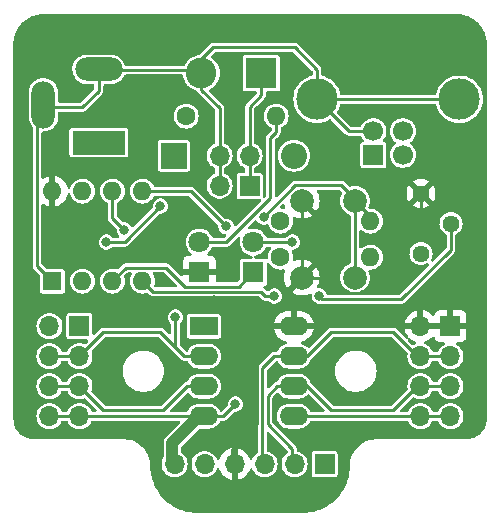
<source format=gbr>
%TF.GenerationSoftware,KiCad,Pcbnew,(7.0.0)*%
%TF.CreationDate,2024-02-07T11:39:00-06:00*%
%TF.ProjectId,16f15313,31366631-3533-4313-932e-6b696361645f,rev?*%
%TF.SameCoordinates,Original*%
%TF.FileFunction,Copper,L2,Bot*%
%TF.FilePolarity,Positive*%
%FSLAX46Y46*%
G04 Gerber Fmt 4.6, Leading zero omitted, Abs format (unit mm)*
G04 Created by KiCad (PCBNEW (7.0.0)) date 2024-02-07 11:39:00*
%MOMM*%
%LPD*%
G01*
G04 APERTURE LIST*
%TA.AperFunction,ComponentPad*%
%ADD10R,1.700000X1.700000*%
%TD*%
%TA.AperFunction,ComponentPad*%
%ADD11O,1.700000X1.700000*%
%TD*%
%TA.AperFunction,ComponentPad*%
%ADD12R,2.400000X1.600000*%
%TD*%
%TA.AperFunction,ComponentPad*%
%ADD13O,2.400000X1.600000*%
%TD*%
%TA.AperFunction,ComponentPad*%
%ADD14C,2.000000*%
%TD*%
%TA.AperFunction,ComponentPad*%
%ADD15R,2.600000X2.600000*%
%TD*%
%TA.AperFunction,ComponentPad*%
%ADD16C,2.600000*%
%TD*%
%TA.AperFunction,ComponentPad*%
%ADD17R,1.800000X1.800000*%
%TD*%
%TA.AperFunction,ComponentPad*%
%ADD18C,1.800000*%
%TD*%
%TA.AperFunction,ComponentPad*%
%ADD19R,1.600000X1.600000*%
%TD*%
%TA.AperFunction,ComponentPad*%
%ADD20O,1.600000X1.600000*%
%TD*%
%TA.AperFunction,ComponentPad*%
%ADD21R,4.500000X2.000000*%
%TD*%
%TA.AperFunction,ComponentPad*%
%ADD22O,4.000000X2.000000*%
%TD*%
%TA.AperFunction,ComponentPad*%
%ADD23O,2.000000X4.000000*%
%TD*%
%TA.AperFunction,ComponentPad*%
%ADD24C,1.700000*%
%TD*%
%TA.AperFunction,ComponentPad*%
%ADD25C,3.500000*%
%TD*%
%TA.AperFunction,ComponentPad*%
%ADD26C,1.440000*%
%TD*%
%TA.AperFunction,ComponentPad*%
%ADD27C,1.600000*%
%TD*%
%TA.AperFunction,ComponentPad*%
%ADD28R,2.200000X2.200000*%
%TD*%
%TA.AperFunction,ComponentPad*%
%ADD29O,2.200000X2.200000*%
%TD*%
%TA.AperFunction,ViaPad*%
%ADD30C,0.800000*%
%TD*%
%TA.AperFunction,Conductor*%
%ADD31C,0.250000*%
%TD*%
%TA.AperFunction,Conductor*%
%ADD32C,1.000000*%
%TD*%
G04 APERTURE END LIST*
D10*
%TO.P,J5,1,Pin_1*%
%TO.N,VCC*%
X116839999Y-106679999D03*
D11*
%TO.P,J5,2,Pin_2*%
X114299999Y-106679999D03*
%TO.P,J5,3,Pin_3*%
%TO.N,/ra5*%
X116839999Y-109219999D03*
%TO.P,J5,4,Pin_4*%
X114299999Y-109219999D03*
%TO.P,J5,5,Pin_5*%
%TO.N,/ra4*%
X116839999Y-111759999D03*
%TO.P,J5,6,Pin_6*%
X114299999Y-111759999D03*
%TO.P,J5,7,Pin_7*%
%TO.N,/ra3*%
X116839999Y-114299999D03*
%TO.P,J5,8,Pin_8*%
X114299999Y-114299999D03*
%TD*%
D10*
%TO.P,J6,1,Pin_1*%
%TO.N,GND*%
X148249999Y-106679999D03*
D11*
%TO.P,J6,2,Pin_2*%
X145709999Y-106679999D03*
%TO.P,J6,3,Pin_3*%
%TO.N,/pgd*%
X148249999Y-109219999D03*
%TO.P,J6,4,Pin_4*%
X145709999Y-109219999D03*
%TO.P,J6,5,Pin_5*%
%TO.N,/pgc*%
X148249999Y-111759999D03*
%TO.P,J6,6,Pin_6*%
X145709999Y-111759999D03*
%TO.P,J6,7,Pin_7*%
%TO.N,/ra2*%
X148249999Y-114299999D03*
%TO.P,J6,8,Pin_8*%
X145709999Y-114299999D03*
%TD*%
D12*
%TO.P,U1,1,VDD*%
%TO.N,VCC*%
X127379999Y-106679999D03*
D13*
%TO.P,U1,2,RA5*%
%TO.N,/ra5*%
X127379999Y-109219999D03*
%TO.P,U1,3,RA4*%
%TO.N,/ra4*%
X127379999Y-111759999D03*
%TO.P,U1,4,VPP/MCLR/RA3*%
%TO.N,/ra3*%
X127379999Y-114299999D03*
%TO.P,U1,5,RA2*%
%TO.N,/ra2*%
X134999999Y-114299999D03*
%TO.P,U1,6,RA1/ICSPCLK*%
%TO.N,/pgc*%
X134999999Y-111759999D03*
%TO.P,U1,7,RA0/ICSPDAT*%
%TO.N,/pgd*%
X134999999Y-109219999D03*
%TO.P,U1,8,VSS*%
%TO.N,GND*%
X134999999Y-106679999D03*
%TD*%
D10*
%TO.P,J4,1,Pin_1*%
%TO.N,Net-(D1-A)*%
X131249999Y-94789999D03*
D11*
%TO.P,J4,2,Pin_2*%
X131249999Y-92249999D03*
%TO.P,J4,3,Pin_3*%
%TO.N,/on{slash}off*%
X128709999Y-94789999D03*
%TO.P,J4,4,Pin_4*%
X128709999Y-92249999D03*
%TD*%
D14*
%TO.P,SW1,1,1*%
%TO.N,GND*%
X135672000Y-102564000D03*
X135672000Y-96064000D03*
%TO.P,SW1,2,2*%
%TO.N,/reset*%
X140172000Y-102564000D03*
X140172000Y-96064000D03*
%TD*%
D15*
%TO.P,J3,1,Pin_1*%
%TO.N,Net-(D1-A)*%
X132249999Y-85249999D03*
D16*
%TO.P,J3,2,Pin_2*%
%TO.N,/on{slash}off*%
X127170000Y-85250000D03*
%TD*%
D17*
%TO.P,D3,1,K*%
%TO.N,/led_op*%
X131571999Y-102107999D03*
D18*
%TO.P,D3,2,A*%
%TO.N,Net-(D3-A)*%
X131572000Y-99568000D03*
%TD*%
D19*
%TO.P,SW2,1*%
%TO.N,/on{slash}off*%
X114553999Y-102869999D03*
D20*
%TO.P,SW2,2*%
%TO.N,/reset*%
X117093999Y-102869999D03*
%TO.P,SW2,3*%
%TO.N,/led_op*%
X119633999Y-102869999D03*
%TO.P,SW2,4*%
%TO.N,/pot*%
X122173999Y-102869999D03*
%TO.P,SW2,5*%
%TO.N,/pgd*%
X122173999Y-95249999D03*
%TO.P,SW2,6*%
%TO.N,/ra5*%
X119633999Y-95249999D03*
%TO.P,SW2,7*%
%TO.N,/ra3*%
X117093999Y-95249999D03*
%TO.P,SW2,8*%
%TO.N,GND*%
X114553999Y-95249999D03*
%TD*%
D10*
%TO.P,J7,1,Pin_1*%
%TO.N,unconnected-(J7-Pin_1-Pad1)*%
X137599999Y-118363999D03*
D11*
%TO.P,J7,2,Pin_2*%
%TO.N,/pgc*%
X135059999Y-118363999D03*
%TO.P,J7,3,Pin_3*%
%TO.N,/pgd*%
X132519999Y-118363999D03*
%TO.P,J7,4,Pin_4*%
%TO.N,GND*%
X129979999Y-118363999D03*
%TO.P,J7,5,Pin_5*%
%TO.N,VCC*%
X127439999Y-118363999D03*
%TO.P,J7,6,Pin_6*%
%TO.N,/ra3*%
X124899999Y-118363999D03*
%TD*%
D21*
%TO.P,J1,1*%
%TO.N,VCC*%
X118491999Y-91137999D03*
D22*
%TO.P,J1,2*%
%TO.N,/on{slash}off*%
X118491999Y-84937999D03*
D23*
%TO.P,J1,3*%
X113791999Y-87937999D03*
%TD*%
D10*
%TO.P,J2,1,VBUS*%
%TO.N,VCC*%
X141729999Y-92175499D03*
D24*
%TO.P,J2,2,D-*%
%TO.N,unconnected-(J2-D--Pad2)*%
X144230000Y-92175500D03*
%TO.P,J2,3,D+*%
%TO.N,unconnected-(J2-D+-Pad3)*%
X144230000Y-90175500D03*
%TO.P,J2,4,GND*%
%TO.N,/on{slash}off*%
X141730000Y-90175500D03*
D25*
%TO.P,J2,5,Shield*%
X136960000Y-87465500D03*
X149000000Y-87465500D03*
%TD*%
D17*
%TO.P,D2,1,K*%
%TO.N,GND*%
X126999999Y-102107999D03*
D18*
%TO.P,D2,2,A*%
%TO.N,Net-(D2-A)*%
X127000000Y-99568000D03*
%TD*%
D26*
%TO.P,RV1,1,1*%
%TO.N,VCC*%
X145760000Y-100532000D03*
%TO.P,RV1,2,2*%
%TO.N,/pot*%
X148300000Y-97992000D03*
%TO.P,RV1,3,3*%
%TO.N,GND*%
X145760000Y-95452000D03*
%TD*%
D27*
%TO.P,R2,1*%
%TO.N,VCC*%
X125880000Y-88900000D03*
D20*
%TO.P,R2,2*%
%TO.N,Net-(D2-A)*%
X133499999Y-88899999D03*
%TD*%
D27*
%TO.P,R3,1*%
%TO.N,VCC*%
X133858000Y-100838000D03*
D20*
%TO.P,R3,2*%
%TO.N,Net-(D3-A)*%
X141477999Y-100837999D03*
%TD*%
D27*
%TO.P,R1,1*%
%TO.N,VCC*%
X133858000Y-97790000D03*
D20*
%TO.P,R1,2*%
%TO.N,/reset*%
X141477999Y-97789999D03*
%TD*%
D28*
%TO.P,D1,1,K*%
%TO.N,VCC*%
X124839999Y-92249999D03*
D29*
%TO.P,D1,2,A*%
%TO.N,Net-(D1-A)*%
X134999999Y-92249999D03*
%TD*%
D30*
%TO.N,GND*%
X128270000Y-104507500D03*
%TO.N,Net-(D3-A)*%
X134874000Y-99568000D03*
%TO.N,/ra5*%
X124968000Y-105918000D03*
X120650000Y-98552000D03*
%TO.N,/ra3*%
X130048000Y-113284000D03*
%TO.N,/pgd*%
X129262299Y-98237701D03*
%TO.N,/reset*%
X123698000Y-96520000D03*
X132439299Y-97439299D03*
X119126000Y-99568000D03*
%TO.N,/pot*%
X137155701Y-104140000D03*
X133350000Y-104140000D03*
%TD*%
D31*
%TO.N,Net-(D1-A)*%
X131250000Y-94790000D02*
X131250000Y-88125000D01*
X132250000Y-87125000D02*
X132250000Y-85250000D01*
X131250000Y-88125000D02*
X132250000Y-87125000D01*
%TO.N,GND*%
X114554000Y-99568000D02*
X114554000Y-95250000D01*
X129794000Y-117094000D02*
X131884000Y-115004000D01*
X131884000Y-115004000D02*
X131884000Y-107638000D01*
X141729000Y-103889000D02*
X144272000Y-101346000D01*
X127000000Y-102108000D02*
X125730000Y-102108000D01*
X131431500Y-104507500D02*
X128270000Y-104507500D01*
X123952000Y-100330000D02*
X115316000Y-100330000D01*
X134620000Y-106680000D02*
X135000000Y-106300000D01*
X129794000Y-118364000D02*
X129794000Y-117094000D01*
X125730000Y-102108000D02*
X123952000Y-100330000D01*
X135672000Y-102564000D02*
X137108000Y-102564000D01*
X115316000Y-100330000D02*
X114554000Y-99568000D01*
X144272000Y-101346000D02*
X144272000Y-98298000D01*
X135672000Y-96064000D02*
X135672000Y-102564000D01*
X138433000Y-103889000D02*
X141729000Y-103889000D01*
X137108000Y-102564000D02*
X138433000Y-103889000D01*
X135000000Y-103236000D02*
X135672000Y-102564000D01*
X134620000Y-106680000D02*
X148250000Y-106680000D01*
X132842000Y-106680000D02*
X131796500Y-105634500D01*
X145760000Y-96810000D02*
X145760000Y-95452000D01*
X132842000Y-106680000D02*
X134620000Y-106680000D01*
X144272000Y-98298000D02*
X145760000Y-96810000D01*
X131796500Y-105634500D02*
X131796500Y-104872500D01*
X131796500Y-104872500D02*
X131431500Y-104507500D01*
X131884000Y-107638000D02*
X132842000Y-106680000D01*
%TO.N,Net-(D2-A)*%
X133000000Y-95854000D02*
X133000000Y-90750000D01*
X127000000Y-99568000D02*
X129286000Y-99568000D01*
X133000000Y-90750000D02*
X133500000Y-90250000D01*
X129286000Y-99568000D02*
X133000000Y-95854000D01*
X133500000Y-90250000D02*
X133500000Y-88900000D01*
%TO.N,/led_op*%
X119634000Y-102870000D02*
X120759000Y-101745000D01*
X124187000Y-101745000D02*
X125775000Y-103333000D01*
X120759000Y-101745000D02*
X124187000Y-101745000D01*
X125775000Y-103333000D02*
X130347000Y-103333000D01*
X130347000Y-103333000D02*
X131572000Y-102108000D01*
%TO.N,Net-(D3-A)*%
X131572000Y-99568000D02*
X134874000Y-99568000D01*
%TO.N,/on{slash}off*%
X113250000Y-88480000D02*
X113792000Y-87938000D01*
X118492000Y-86740000D02*
X118492000Y-84938000D01*
X118492000Y-84938000D02*
X118554000Y-85000000D01*
X136960000Y-87465500D02*
X149000000Y-87465500D01*
X113250000Y-101566000D02*
X113250000Y-88480000D01*
X139670000Y-90175500D02*
X141730000Y-90175500D01*
X113792000Y-87938000D02*
X113992000Y-88138000D01*
X127170000Y-84080000D02*
X127170000Y-85250000D01*
X136960000Y-84960000D02*
X135058000Y-83058000D01*
X128710000Y-88210000D02*
X128710000Y-94790000D01*
X118554000Y-85000000D02*
X126920000Y-85000000D01*
X127170000Y-86670000D02*
X128710000Y-88210000D01*
X127170000Y-85250000D02*
X127170000Y-86670000D01*
X136960000Y-87465500D02*
X139670000Y-90175500D01*
X128192000Y-83058000D02*
X127170000Y-84080000D01*
X126920000Y-85000000D02*
X127170000Y-85250000D01*
X113992000Y-88138000D02*
X117094000Y-88138000D01*
X114554000Y-102870000D02*
X113250000Y-101566000D01*
X135058000Y-83058000D02*
X128192000Y-83058000D01*
X117094000Y-88138000D02*
X118492000Y-86740000D01*
X136960000Y-87465500D02*
X136960000Y-84960000D01*
%TO.N,/ra5*%
X118872000Y-107188000D02*
X116840000Y-109220000D01*
X123698000Y-107188000D02*
X118872000Y-107188000D01*
X116840000Y-109220000D02*
X114300000Y-109220000D01*
X119634000Y-95250000D02*
X119634000Y-97536000D01*
X124968000Y-105918000D02*
X124968000Y-108458000D01*
X119634000Y-97536000D02*
X120650000Y-98552000D01*
X124968000Y-108458000D02*
X125730000Y-109220000D01*
X125730000Y-109220000D02*
X127380000Y-109220000D01*
X124968000Y-108458000D02*
X123698000Y-107188000D01*
%TO.N,/ra4*%
X127380000Y-111760000D02*
X125984000Y-111760000D01*
X116840000Y-111760000D02*
X114300000Y-111760000D01*
X123952000Y-113792000D02*
X118872000Y-113792000D01*
X118872000Y-113792000D02*
X116840000Y-111760000D01*
X125984000Y-111760000D02*
X123952000Y-113792000D01*
%TO.N,/ra3*%
X114300000Y-114300000D02*
X127000000Y-114300000D01*
X130048000Y-113284000D02*
X129032000Y-114300000D01*
X129032000Y-114300000D02*
X127000000Y-114300000D01*
D32*
X124714000Y-118364000D02*
X124714000Y-116586000D01*
X124714000Y-116586000D02*
X127000000Y-114300000D01*
D31*
%TO.N,/pgd*%
X134620000Y-109220000D02*
X136144000Y-109220000D01*
X132334000Y-110236000D02*
X133350000Y-109220000D01*
X126250000Y-95250000D02*
X122174000Y-95250000D01*
X129262299Y-98237701D02*
X129237701Y-98237701D01*
X129237701Y-98237701D02*
X126250000Y-95250000D01*
X143428000Y-107188000D02*
X145460000Y-109220000D01*
X138176000Y-107188000D02*
X143428000Y-107188000D01*
X145460000Y-109220000D02*
X148250000Y-109220000D01*
X136144000Y-109220000D02*
X138176000Y-107188000D01*
X132334000Y-118364000D02*
X132334000Y-110236000D01*
X133350000Y-109220000D02*
X134620000Y-109220000D01*
%TO.N,/pgc*%
X138176000Y-113792000D02*
X143428000Y-113792000D01*
X132784000Y-112580000D02*
X133604000Y-111760000D01*
X145460000Y-111760000D02*
X148250000Y-111760000D01*
X143428000Y-113792000D02*
X145460000Y-111760000D01*
X133604000Y-111760000D02*
X136144000Y-111760000D01*
X134874000Y-118364000D02*
X134874000Y-117094000D01*
X136144000Y-111760000D02*
X138176000Y-113792000D01*
X134874000Y-117094000D02*
X132784000Y-115004000D01*
X132784000Y-115004000D02*
X132784000Y-112580000D01*
%TO.N,/ra2*%
X134620000Y-114300000D02*
X148250000Y-114300000D01*
%TO.N,/reset*%
X138989000Y-94739000D02*
X140172000Y-95922000D01*
X140172000Y-96064000D02*
X140172000Y-102564000D01*
X132439299Y-97439299D02*
X132439299Y-97422868D01*
X140172000Y-95922000D02*
X140172000Y-96064000D01*
X123698000Y-96520000D02*
X123698000Y-96529305D01*
X135123167Y-94739000D02*
X138989000Y-94739000D01*
X141478000Y-97790000D02*
X141478000Y-97370000D01*
X123698000Y-96529305D02*
X120659305Y-99568000D01*
X141478000Y-97370000D02*
X140172000Y-96064000D01*
X132439299Y-97422868D02*
X135123167Y-94739000D01*
X120659305Y-99568000D02*
X119126000Y-99568000D01*
%TO.N,/pot*%
X148300000Y-100200000D02*
X148300000Y-97992000D01*
X144106000Y-104394000D02*
X148300000Y-100200000D01*
X132231000Y-103783000D02*
X123087000Y-103783000D01*
X137409701Y-104394000D02*
X144106000Y-104394000D01*
X133350000Y-104140000D02*
X132588000Y-104140000D01*
X137155701Y-104140000D02*
X137409701Y-104394000D01*
X132588000Y-104140000D02*
X132231000Y-103783000D01*
X123087000Y-103783000D02*
X122174000Y-102870000D01*
%TD*%
%TA.AperFunction,Conductor*%
%TO.N,GND*%
G36*
X148832160Y-80268492D02*
G01*
X148851367Y-80269653D01*
X148926772Y-80274215D01*
X148927027Y-80274232D01*
X149131302Y-80287627D01*
X149145510Y-80289389D01*
X149276288Y-80313356D01*
X149278031Y-80313689D01*
X149440931Y-80346093D01*
X149453610Y-80349320D01*
X149587873Y-80391159D01*
X149590619Y-80392052D01*
X149740746Y-80443014D01*
X149751744Y-80447345D01*
X149882740Y-80506302D01*
X149886602Y-80508122D01*
X150025978Y-80576856D01*
X150035269Y-80581943D01*
X150159460Y-80657020D01*
X150164180Y-80660022D01*
X150291673Y-80745210D01*
X150292143Y-80745524D01*
X150299724Y-80751014D01*
X150356942Y-80795842D01*
X150414520Y-80840951D01*
X150419806Y-80845334D01*
X150535043Y-80946394D01*
X150540965Y-80951940D01*
X150644252Y-81055226D01*
X150649799Y-81061149D01*
X150750861Y-81176388D01*
X150755243Y-81181673D01*
X150845177Y-81296464D01*
X150850669Y-81304047D01*
X150936165Y-81432000D01*
X150939180Y-81436741D01*
X151014251Y-81560923D01*
X151019346Y-81570228D01*
X151088044Y-81709531D01*
X151089907Y-81713484D01*
X151148843Y-81844432D01*
X151153187Y-81855465D01*
X151204105Y-82005461D01*
X151205071Y-82008429D01*
X151246871Y-82142566D01*
X151250103Y-82155264D01*
X151282504Y-82318140D01*
X151282856Y-82319981D01*
X151306805Y-82450663D01*
X151308570Y-82464903D01*
X151322009Y-82669893D01*
X151322049Y-82670516D01*
X151327700Y-82763909D01*
X151327926Y-82771398D01*
X151327926Y-114495569D01*
X151327610Y-114504417D01*
X151323046Y-114568216D01*
X151322979Y-114569109D01*
X151308721Y-114750051D01*
X151306270Y-114766668D01*
X151284504Y-114866725D01*
X151283912Y-114869314D01*
X151250919Y-115006740D01*
X151246527Y-115021126D01*
X151207870Y-115124772D01*
X151206249Y-115128892D01*
X151155303Y-115251887D01*
X151149575Y-115263860D01*
X151095047Y-115363722D01*
X151091942Y-115369085D01*
X151023979Y-115479992D01*
X151017519Y-115489512D01*
X150948519Y-115581688D01*
X150943542Y-115587910D01*
X150859817Y-115685941D01*
X150853207Y-115693091D01*
X150771510Y-115774788D01*
X150764361Y-115781397D01*
X150666337Y-115865119D01*
X150660116Y-115870096D01*
X150567923Y-115939112D01*
X150558403Y-115945572D01*
X150447519Y-116013523D01*
X150442156Y-116016628D01*
X150342283Y-116071164D01*
X150330309Y-116076893D01*
X150207299Y-116127847D01*
X150203180Y-116129467D01*
X150099559Y-116168117D01*
X150085174Y-116172509D01*
X149947752Y-116205504D01*
X149945160Y-116206097D01*
X149845109Y-116227862D01*
X149828482Y-116230314D01*
X149644806Y-116244773D01*
X149643924Y-116244839D01*
X149583207Y-116249183D01*
X149574358Y-116249499D01*
X142000499Y-116249499D01*
X141999999Y-116249499D01*
X141863869Y-116249499D01*
X141860161Y-116249949D01*
X141860148Y-116249950D01*
X141597313Y-116281865D01*
X141597306Y-116281866D01*
X141593594Y-116282317D01*
X141589969Y-116283210D01*
X141589955Y-116283213D01*
X141332882Y-116346576D01*
X141332873Y-116346578D01*
X141329245Y-116347473D01*
X141325744Y-116348800D01*
X141325740Y-116348802D01*
X141078177Y-116442690D01*
X141078168Y-116442693D01*
X141074677Y-116444018D01*
X141071364Y-116445756D01*
X141071359Y-116445759D01*
X140836923Y-116568801D01*
X140836916Y-116568804D01*
X140833603Y-116570544D01*
X140830522Y-116572670D01*
X140830518Y-116572673D01*
X140612627Y-116723071D01*
X140612614Y-116723080D01*
X140609537Y-116725205D01*
X140606732Y-116727689D01*
X140606723Y-116727697D01*
X140408552Y-116903261D01*
X140408543Y-116903269D01*
X140405747Y-116905747D01*
X140403269Y-116908543D01*
X140403261Y-116908552D01*
X140227697Y-117106723D01*
X140227689Y-117106732D01*
X140225205Y-117109537D01*
X140223080Y-117112614D01*
X140223071Y-117112627D01*
X140072673Y-117330518D01*
X140070544Y-117333603D01*
X140068804Y-117336916D01*
X140068801Y-117336923D01*
X139945759Y-117571359D01*
X139944018Y-117574677D01*
X139942693Y-117578168D01*
X139942690Y-117578177D01*
X139863380Y-117787301D01*
X139847473Y-117829245D01*
X139846578Y-117832873D01*
X139846576Y-117832882D01*
X139783213Y-118089955D01*
X139783210Y-118089969D01*
X139782317Y-118093594D01*
X139781866Y-118097306D01*
X139781865Y-118097313D01*
X139749950Y-118360148D01*
X139749949Y-118360161D01*
X139749499Y-118363869D01*
X139749499Y-118367618D01*
X139749499Y-118497127D01*
X139749367Y-118502854D01*
X139741528Y-118672403D01*
X139741511Y-118672760D01*
X139731833Y-118869765D01*
X139730793Y-118880813D01*
X139705409Y-119062779D01*
X139705256Y-119063841D01*
X139678052Y-119247239D01*
X139676100Y-119257435D01*
X139633518Y-119438482D01*
X139633096Y-119440221D01*
X139588608Y-119617829D01*
X139585896Y-119627106D01*
X139526477Y-119804389D01*
X139525656Y-119806758D01*
X139464306Y-119978217D01*
X139460990Y-119986528D01*
X139385302Y-120157947D01*
X139383962Y-120160878D01*
X139306285Y-120325111D01*
X139302519Y-120332433D01*
X139211192Y-120496396D01*
X139209222Y-120499805D01*
X139115985Y-120655363D01*
X139111925Y-120661692D01*
X139005761Y-120816671D01*
X139003060Y-120820460D01*
X138895130Y-120965988D01*
X138890929Y-120971339D01*
X138770849Y-121115946D01*
X138767330Y-121120003D01*
X138645716Y-121254182D01*
X138641519Y-121258589D01*
X138508589Y-121391519D01*
X138504182Y-121395716D01*
X138370003Y-121517330D01*
X138365946Y-121520849D01*
X138221339Y-121640929D01*
X138215988Y-121645130D01*
X138070460Y-121753060D01*
X138066671Y-121755761D01*
X137911692Y-121861925D01*
X137905363Y-121865985D01*
X137749805Y-121959222D01*
X137746396Y-121961192D01*
X137582433Y-122052519D01*
X137575111Y-122056285D01*
X137410878Y-122133962D01*
X137407947Y-122135302D01*
X137236528Y-122210990D01*
X137228217Y-122214306D01*
X137056758Y-122275656D01*
X137054389Y-122276477D01*
X136877106Y-122335896D01*
X136867829Y-122338608D01*
X136690221Y-122383096D01*
X136688482Y-122383518D01*
X136507435Y-122426100D01*
X136497239Y-122428052D01*
X136313841Y-122455256D01*
X136312779Y-122455409D01*
X136130813Y-122480793D01*
X136119765Y-122481833D01*
X135922930Y-122491502D01*
X135922574Y-122491519D01*
X135752854Y-122499367D01*
X135747126Y-122499499D01*
X131249901Y-122499500D01*
X126831298Y-122499500D01*
X126825572Y-122499368D01*
X126659575Y-122491694D01*
X126659209Y-122491676D01*
X126458377Y-122481797D01*
X126447339Y-122480758D01*
X126268686Y-122455839D01*
X126267622Y-122455686D01*
X126080869Y-122427984D01*
X126070673Y-122426032D01*
X125891780Y-122383957D01*
X125890042Y-122383535D01*
X125710252Y-122338502D01*
X125700974Y-122335790D01*
X125525339Y-122276924D01*
X125522971Y-122276104D01*
X125349868Y-122214168D01*
X125341556Y-122210851D01*
X125171342Y-122135695D01*
X125168411Y-122134355D01*
X125002971Y-122056108D01*
X124995650Y-122052343D01*
X124832742Y-121961606D01*
X124829332Y-121959635D01*
X124764116Y-121920546D01*
X124672677Y-121865741D01*
X124666370Y-121861695D01*
X124512307Y-121756161D01*
X124508520Y-121753460D01*
X124362061Y-121644840D01*
X124356710Y-121640639D01*
X124212927Y-121521243D01*
X124208871Y-121517725D01*
X124073807Y-121395311D01*
X124069440Y-121391152D01*
X124003353Y-121325065D01*
X123937288Y-121259000D01*
X123933092Y-121254593D01*
X123810662Y-121119514D01*
X123807157Y-121115474D01*
X123687786Y-120971722D01*
X123683606Y-120966398D01*
X123574924Y-120819858D01*
X123572253Y-120816112D01*
X123466719Y-120662052D01*
X123462661Y-120655724D01*
X123369206Y-120499805D01*
X123368769Y-120499076D01*
X123366815Y-120495695D01*
X123276065Y-120332769D01*
X123272320Y-120325487D01*
X123194023Y-120159944D01*
X123192732Y-120157119D01*
X123117547Y-119986844D01*
X123114235Y-119978540D01*
X123114119Y-119978217D01*
X123052324Y-119805511D01*
X123051528Y-119803216D01*
X122992606Y-119627418D01*
X122989907Y-119618185D01*
X122944826Y-119438211D01*
X122944506Y-119436892D01*
X122902365Y-119257722D01*
X122900422Y-119247573D01*
X122872704Y-119060711D01*
X122872564Y-119059739D01*
X122869347Y-119036676D01*
X122847643Y-118881091D01*
X122846608Y-118870094D01*
X122836453Y-118663392D01*
X122829032Y-118502854D01*
X122828900Y-118497132D01*
X122828900Y-118367620D01*
X122828900Y-118367618D01*
X122828900Y-118363871D01*
X122796083Y-118093598D01*
X122730928Y-117829251D01*
X122634384Y-117574685D01*
X122507860Y-117333611D01*
X122353201Y-117109547D01*
X122172662Y-116905757D01*
X122162628Y-116896868D01*
X121971675Y-116727697D01*
X121968875Y-116725216D01*
X121744812Y-116570554D01*
X121741472Y-116568801D01*
X121507051Y-116445764D01*
X121507040Y-116445759D01*
X121503740Y-116444027D01*
X121500251Y-116442704D01*
X121500245Y-116442701D01*
X121252674Y-116348807D01*
X121252673Y-116348806D01*
X121249175Y-116347480D01*
X121245545Y-116346585D01*
X121245541Y-116346584D01*
X120988463Y-116283217D01*
X120988451Y-116283214D01*
X120984829Y-116282322D01*
X120981119Y-116281871D01*
X120981111Y-116281870D01*
X120718274Y-116249953D01*
X120718266Y-116249952D01*
X120714556Y-116249502D01*
X120710822Y-116249501D01*
X120710807Y-116249501D01*
X120578526Y-116249500D01*
X113004429Y-116249500D01*
X112995582Y-116249184D01*
X112992855Y-116248989D01*
X112930831Y-116244552D01*
X112929950Y-116244486D01*
X112750138Y-116230335D01*
X112733509Y-116227883D01*
X112632065Y-116205815D01*
X112629476Y-116205223D01*
X112493463Y-116172569D01*
X112479077Y-116168177D01*
X112374532Y-116129184D01*
X112370412Y-116127563D01*
X112248330Y-116076995D01*
X112236360Y-116071268D01*
X112146224Y-116022050D01*
X112135815Y-116016366D01*
X112130452Y-116013261D01*
X112020245Y-115945726D01*
X112010735Y-115939273D01*
X111917953Y-115869818D01*
X111911757Y-115864861D01*
X111814309Y-115781632D01*
X111807160Y-115775023D01*
X111724975Y-115692838D01*
X111718366Y-115685689D01*
X111696068Y-115659581D01*
X111635126Y-115588228D01*
X111630187Y-115582054D01*
X111560719Y-115489255D01*
X111554272Y-115479753D01*
X111505706Y-115400500D01*
X111486729Y-115369533D01*
X111483646Y-115364208D01*
X111428723Y-115263624D01*
X111423012Y-115251688D01*
X111372417Y-115129541D01*
X111370831Y-115125511D01*
X111331818Y-115020911D01*
X111327429Y-115006535D01*
X111294763Y-114870472D01*
X111294200Y-114868010D01*
X111272113Y-114766476D01*
X111269665Y-114749873D01*
X111255511Y-114570034D01*
X111255446Y-114569156D01*
X111250816Y-114504418D01*
X111250500Y-114495572D01*
X111250500Y-114300000D01*
X113194785Y-114300000D01*
X113195314Y-114305709D01*
X113212906Y-114495569D01*
X113213603Y-114503083D01*
X113215171Y-114508594D01*
X113215173Y-114508604D01*
X113267847Y-114693731D01*
X113267849Y-114693737D01*
X113269418Y-114699250D01*
X113360327Y-114881821D01*
X113363779Y-114886392D01*
X113479778Y-115040001D01*
X113479783Y-115040006D01*
X113483236Y-115044579D01*
X113487472Y-115048440D01*
X113487476Y-115048445D01*
X113571965Y-115125466D01*
X113633959Y-115181981D01*
X113807363Y-115289348D01*
X113997544Y-115363024D01*
X114198024Y-115400500D01*
X114396247Y-115400500D01*
X114401976Y-115400500D01*
X114602456Y-115363024D01*
X114792637Y-115289348D01*
X114966041Y-115181981D01*
X115116764Y-115044579D01*
X115239673Y-114881821D01*
X115308185Y-114744228D01*
X115353907Y-114694073D01*
X115419185Y-114675500D01*
X115720815Y-114675500D01*
X115786093Y-114694073D01*
X115831814Y-114744228D01*
X115900327Y-114881821D01*
X115903779Y-114886392D01*
X116019778Y-115040001D01*
X116019783Y-115040006D01*
X116023236Y-115044579D01*
X116027472Y-115048440D01*
X116027476Y-115048445D01*
X116111965Y-115125466D01*
X116173959Y-115181981D01*
X116347363Y-115289348D01*
X116537544Y-115363024D01*
X116738024Y-115400500D01*
X116936247Y-115400500D01*
X116941976Y-115400500D01*
X117142456Y-115363024D01*
X117332637Y-115289348D01*
X117506041Y-115181981D01*
X117656764Y-115044579D01*
X117779673Y-114881821D01*
X117848185Y-114744228D01*
X117893907Y-114694073D01*
X117959185Y-114675500D01*
X125263770Y-114675500D01*
X125320065Y-114689015D01*
X125364088Y-114726615D01*
X125386243Y-114780102D01*
X125381701Y-114837818D01*
X125351451Y-114887181D01*
X124228358Y-116010272D01*
X124214730Y-116022050D01*
X124201263Y-116032076D01*
X124201257Y-116032081D01*
X124195470Y-116036390D01*
X124190832Y-116041916D01*
X124190830Y-116041919D01*
X124163633Y-116074330D01*
X124156350Y-116082280D01*
X124154969Y-116083661D01*
X124154955Y-116083676D01*
X124152409Y-116086223D01*
X124150173Y-116089050D01*
X124150171Y-116089053D01*
X124133176Y-116110546D01*
X124130902Y-116113337D01*
X124087339Y-116165254D01*
X124087335Y-116165258D01*
X124082698Y-116170786D01*
X124079460Y-116177230D01*
X124077537Y-116180155D01*
X124077352Y-116180411D01*
X124077192Y-116180698D01*
X124075363Y-116183663D01*
X124070889Y-116189323D01*
X124067839Y-116195862D01*
X124067838Y-116195865D01*
X124039192Y-116257294D01*
X124037623Y-116260536D01*
X124007196Y-116321122D01*
X124007194Y-116321127D01*
X124003960Y-116327567D01*
X124002296Y-116334584D01*
X124001109Y-116337847D01*
X124000977Y-116338163D01*
X124000888Y-116338480D01*
X123999791Y-116341787D01*
X123996743Y-116348327D01*
X123995284Y-116355390D01*
X123995283Y-116355395D01*
X123981574Y-116421787D01*
X123980794Y-116425306D01*
X123965164Y-116491255D01*
X123965163Y-116491260D01*
X123963500Y-116498279D01*
X123963500Y-116505491D01*
X123963097Y-116508939D01*
X123963043Y-116509273D01*
X123963028Y-116509626D01*
X123962726Y-116513070D01*
X123961266Y-116520144D01*
X123961476Y-116527360D01*
X123961476Y-116527361D01*
X123963448Y-116595130D01*
X123963500Y-116598737D01*
X123963500Y-117746643D01*
X123950500Y-117801914D01*
X123884723Y-117934014D01*
X123869418Y-117964750D01*
X123867850Y-117970258D01*
X123867847Y-117970268D01*
X123815173Y-118155395D01*
X123815170Y-118155406D01*
X123813603Y-118160917D01*
X123813073Y-118166627D01*
X123813073Y-118166632D01*
X123795314Y-118358291D01*
X123794785Y-118364000D01*
X123795314Y-118369709D01*
X123807340Y-118499500D01*
X123813603Y-118567083D01*
X123815171Y-118572594D01*
X123815173Y-118572604D01*
X123867847Y-118757731D01*
X123867849Y-118757737D01*
X123869418Y-118763250D01*
X123960327Y-118945821D01*
X123963779Y-118950392D01*
X124079778Y-119104001D01*
X124079783Y-119104006D01*
X124083236Y-119108579D01*
X124087472Y-119112440D01*
X124087476Y-119112445D01*
X124189227Y-119205203D01*
X124233959Y-119245981D01*
X124407363Y-119353348D01*
X124597544Y-119427024D01*
X124798024Y-119464500D01*
X124996247Y-119464500D01*
X125001976Y-119464500D01*
X125202456Y-119427024D01*
X125392637Y-119353348D01*
X125566041Y-119245981D01*
X125716764Y-119108579D01*
X125839673Y-118945821D01*
X125930582Y-118763250D01*
X125986397Y-118567083D01*
X126005215Y-118364000D01*
X126334785Y-118364000D01*
X126335314Y-118369709D01*
X126347340Y-118499500D01*
X126353603Y-118567083D01*
X126355171Y-118572594D01*
X126355173Y-118572604D01*
X126407847Y-118757731D01*
X126407849Y-118757737D01*
X126409418Y-118763250D01*
X126500327Y-118945821D01*
X126503779Y-118950392D01*
X126619778Y-119104001D01*
X126619783Y-119104006D01*
X126623236Y-119108579D01*
X126627472Y-119112440D01*
X126627476Y-119112445D01*
X126729227Y-119205203D01*
X126773959Y-119245981D01*
X126947363Y-119353348D01*
X127137544Y-119427024D01*
X127338024Y-119464500D01*
X127536247Y-119464500D01*
X127541976Y-119464500D01*
X127742456Y-119427024D01*
X127932637Y-119353348D01*
X128106041Y-119245981D01*
X128256764Y-119108579D01*
X128379673Y-118945821D01*
X128466820Y-118770805D01*
X128505239Y-118725541D01*
X128560305Y-118703325D01*
X128619386Y-118709258D01*
X128668935Y-118741979D01*
X128697590Y-118793985D01*
X128705167Y-118822260D01*
X128708856Y-118832397D01*
X128804113Y-119036676D01*
X128809501Y-119046008D01*
X128938784Y-119230643D01*
X128945721Y-119238909D01*
X129105090Y-119398278D01*
X129113356Y-119405215D01*
X129297991Y-119534498D01*
X129307323Y-119539886D01*
X129511602Y-119635143D01*
X129521736Y-119638831D01*
X129716219Y-119690943D01*
X129727448Y-119691311D01*
X129730000Y-119680369D01*
X130230000Y-119680369D01*
X130232551Y-119691311D01*
X130243780Y-119690943D01*
X130438263Y-119638831D01*
X130448397Y-119635143D01*
X130652676Y-119539886D01*
X130662008Y-119534498D01*
X130846643Y-119405215D01*
X130854909Y-119398278D01*
X131014278Y-119238909D01*
X131021215Y-119230643D01*
X131150498Y-119046008D01*
X131155886Y-119036676D01*
X131251143Y-118832397D01*
X131254832Y-118822261D01*
X131262408Y-118793989D01*
X131291062Y-118741981D01*
X131340611Y-118709258D01*
X131399693Y-118703324D01*
X131454759Y-118725540D01*
X131493182Y-118770810D01*
X131580327Y-118945821D01*
X131583779Y-118950392D01*
X131699778Y-119104001D01*
X131699783Y-119104006D01*
X131703236Y-119108579D01*
X131707472Y-119112440D01*
X131707476Y-119112445D01*
X131809227Y-119205203D01*
X131853959Y-119245981D01*
X132027363Y-119353348D01*
X132217544Y-119427024D01*
X132418024Y-119464500D01*
X132616247Y-119464500D01*
X132621976Y-119464500D01*
X132822456Y-119427024D01*
X133012637Y-119353348D01*
X133186041Y-119245981D01*
X133336764Y-119108579D01*
X133459673Y-118945821D01*
X133550582Y-118763250D01*
X133606397Y-118567083D01*
X133625215Y-118364000D01*
X133606397Y-118160917D01*
X133586207Y-118089959D01*
X133552152Y-117970268D01*
X133550582Y-117964750D01*
X133459673Y-117782179D01*
X133384008Y-117681982D01*
X133340221Y-117623998D01*
X133340217Y-117623994D01*
X133336764Y-117619421D01*
X133332527Y-117615558D01*
X133332523Y-117615554D01*
X133190275Y-117485879D01*
X133190276Y-117485879D01*
X133186041Y-117482019D01*
X133181170Y-117479003D01*
X133181169Y-117479002D01*
X133017511Y-117377670D01*
X133017512Y-117377670D01*
X133012637Y-117374652D01*
X132915247Y-117336923D01*
X132827803Y-117303047D01*
X132827798Y-117303045D01*
X132822456Y-117300976D01*
X132816818Y-117299922D01*
X132816811Y-117299920D01*
X132810713Y-117298780D01*
X132758772Y-117275845D01*
X132722499Y-117232163D01*
X132709500Y-117176892D01*
X132709500Y-115759899D01*
X132723015Y-115703604D01*
X132760615Y-115659581D01*
X132814102Y-115637426D01*
X132871818Y-115641968D01*
X132921181Y-115672218D01*
X134462181Y-117213218D01*
X134489061Y-117253446D01*
X134498500Y-117300899D01*
X134498500Y-117348222D01*
X134482829Y-117408561D01*
X134439778Y-117453649D01*
X134398828Y-117479003D01*
X134398818Y-117479009D01*
X134393959Y-117482019D01*
X134389728Y-117485875D01*
X134389724Y-117485879D01*
X134247476Y-117615554D01*
X134247466Y-117615564D01*
X134243236Y-117619421D01*
X134239787Y-117623987D01*
X134239778Y-117623998D01*
X134123779Y-117777607D01*
X134123776Y-117777611D01*
X134120327Y-117782179D01*
X134117777Y-117787301D01*
X134117772Y-117787309D01*
X134033183Y-117957188D01*
X134029418Y-117964750D01*
X134027850Y-117970258D01*
X134027847Y-117970268D01*
X133975173Y-118155395D01*
X133975170Y-118155406D01*
X133973603Y-118160917D01*
X133973073Y-118166627D01*
X133973073Y-118166632D01*
X133955314Y-118358291D01*
X133954785Y-118364000D01*
X133955314Y-118369709D01*
X133967340Y-118499500D01*
X133973603Y-118567083D01*
X133975171Y-118572594D01*
X133975173Y-118572604D01*
X134027847Y-118757731D01*
X134027849Y-118757737D01*
X134029418Y-118763250D01*
X134120327Y-118945821D01*
X134123779Y-118950392D01*
X134239778Y-119104001D01*
X134239783Y-119104006D01*
X134243236Y-119108579D01*
X134247472Y-119112440D01*
X134247476Y-119112445D01*
X134349227Y-119205203D01*
X134393959Y-119245981D01*
X134567363Y-119353348D01*
X134757544Y-119427024D01*
X134958024Y-119464500D01*
X135156247Y-119464500D01*
X135161976Y-119464500D01*
X135362456Y-119427024D01*
X135552637Y-119353348D01*
X135726041Y-119245981D01*
X135734056Y-119238674D01*
X136499500Y-119238674D01*
X136500688Y-119244649D01*
X136500689Y-119244653D01*
X136511650Y-119299759D01*
X136511651Y-119299762D01*
X136514034Y-119311740D01*
X136569399Y-119394601D01*
X136652260Y-119449966D01*
X136725326Y-119464500D01*
X138468579Y-119464500D01*
X138474674Y-119464500D01*
X138547740Y-119449966D01*
X138630601Y-119394601D01*
X138685966Y-119311740D01*
X138700500Y-119238674D01*
X138700500Y-117489326D01*
X138685966Y-117416260D01*
X138630601Y-117333399D01*
X138547740Y-117278034D01*
X138535762Y-117275651D01*
X138535759Y-117275650D01*
X138480653Y-117264689D01*
X138480649Y-117264688D01*
X138474674Y-117263500D01*
X136725326Y-117263500D01*
X136719351Y-117264688D01*
X136719346Y-117264689D01*
X136664240Y-117275650D01*
X136664235Y-117275651D01*
X136652260Y-117278034D01*
X136642105Y-117284819D01*
X136642103Y-117284820D01*
X136579551Y-117326615D01*
X136579548Y-117326617D01*
X136569399Y-117333399D01*
X136562617Y-117343548D01*
X136562615Y-117343551D01*
X136520820Y-117406103D01*
X136520819Y-117406105D01*
X136514034Y-117416260D01*
X136511651Y-117428235D01*
X136511650Y-117428240D01*
X136500689Y-117483346D01*
X136500688Y-117483351D01*
X136499500Y-117489326D01*
X136499500Y-119238674D01*
X135734056Y-119238674D01*
X135876764Y-119108579D01*
X135999673Y-118945821D01*
X136090582Y-118763250D01*
X136146397Y-118567083D01*
X136165215Y-118364000D01*
X136146397Y-118160917D01*
X136126207Y-118089959D01*
X136092152Y-117970268D01*
X136090582Y-117964750D01*
X135999673Y-117782179D01*
X135924008Y-117681982D01*
X135880221Y-117623998D01*
X135880217Y-117623994D01*
X135876764Y-117619421D01*
X135872527Y-117615558D01*
X135872523Y-117615554D01*
X135730275Y-117485879D01*
X135730276Y-117485879D01*
X135726041Y-117482019D01*
X135721170Y-117479003D01*
X135721169Y-117479002D01*
X135557511Y-117377670D01*
X135557512Y-117377670D01*
X135552637Y-117374652D01*
X135455247Y-117336923D01*
X135367803Y-117303047D01*
X135367798Y-117303045D01*
X135362456Y-117300976D01*
X135356818Y-117299922D01*
X135356811Y-117299920D01*
X135350713Y-117298780D01*
X135298772Y-117275845D01*
X135262499Y-117232163D01*
X135249500Y-117176892D01*
X135249500Y-117145803D01*
X135252139Y-117120357D01*
X135252141Y-117120343D01*
X135254367Y-117109731D01*
X135250451Y-117078324D01*
X135250128Y-117073113D01*
X135249924Y-117073130D01*
X135249500Y-117068015D01*
X135249500Y-117062886D01*
X135246069Y-117042329D01*
X135245342Y-117037340D01*
X135238865Y-116985374D01*
X135235373Y-116978232D01*
X135234065Y-116970390D01*
X135209156Y-116924363D01*
X135206814Y-116919811D01*
X135188339Y-116882020D01*
X135183826Y-116872788D01*
X135178201Y-116867163D01*
X135174419Y-116860174D01*
X135135905Y-116824719D01*
X135132231Y-116821193D01*
X133195819Y-114884781D01*
X133168939Y-114844553D01*
X133159500Y-114797100D01*
X133159500Y-112786899D01*
X133168939Y-112739446D01*
X133195819Y-112699218D01*
X133261537Y-112633500D01*
X133547266Y-112347769D01*
X133606787Y-112314691D01*
X133674804Y-112318033D01*
X133730798Y-112356787D01*
X133812585Y-112456445D01*
X133853590Y-112506410D01*
X134013550Y-112637685D01*
X134196046Y-112735232D01*
X134394066Y-112795300D01*
X134548392Y-112810500D01*
X135448558Y-112810500D01*
X135451608Y-112810500D01*
X135605934Y-112795300D01*
X135803954Y-112735232D01*
X135986450Y-112637685D01*
X136146410Y-112506410D01*
X136155609Y-112495199D01*
X136211603Y-112456445D01*
X136279620Y-112453102D01*
X136339145Y-112486182D01*
X137565781Y-113712819D01*
X137596031Y-113762182D01*
X137600573Y-113819898D01*
X137578418Y-113873385D01*
X137534395Y-113910985D01*
X137478100Y-113924500D01*
X136464764Y-113924500D01*
X136401016Y-113906859D01*
X136355406Y-113858954D01*
X136323432Y-113799136D01*
X136277685Y-113713550D01*
X136146410Y-113553590D01*
X135986450Y-113422315D01*
X135975571Y-113416500D01*
X135809328Y-113327640D01*
X135809323Y-113327638D01*
X135803954Y-113324768D01*
X135750595Y-113308582D01*
X135611764Y-113266468D01*
X135611759Y-113266467D01*
X135605934Y-113264700D01*
X135599875Y-113264103D01*
X135599869Y-113264102D01*
X135454641Y-113249798D01*
X135454626Y-113249797D01*
X135451608Y-113249500D01*
X134548392Y-113249500D01*
X134545374Y-113249797D01*
X134545358Y-113249798D01*
X134400130Y-113264102D01*
X134400122Y-113264103D01*
X134394066Y-113264700D01*
X134388242Y-113266466D01*
X134388235Y-113266468D01*
X134201877Y-113322999D01*
X134201875Y-113322999D01*
X134196046Y-113324768D01*
X134190679Y-113327636D01*
X134190671Y-113327640D01*
X134018920Y-113419444D01*
X134018915Y-113419447D01*
X134013550Y-113422315D01*
X134008846Y-113426174D01*
X134008842Y-113426178D01*
X133858296Y-113549727D01*
X133858290Y-113549732D01*
X133853590Y-113553590D01*
X133849732Y-113558290D01*
X133849727Y-113558296D01*
X133726178Y-113708842D01*
X133726174Y-113708846D01*
X133722315Y-113713550D01*
X133719447Y-113718915D01*
X133719444Y-113718920D01*
X133627640Y-113890671D01*
X133627636Y-113890679D01*
X133624768Y-113896046D01*
X133622999Y-113901875D01*
X133622999Y-113901877D01*
X133566468Y-114088235D01*
X133566466Y-114088242D01*
X133564700Y-114094066D01*
X133564103Y-114100122D01*
X133564102Y-114100130D01*
X133563856Y-114102632D01*
X133544417Y-114300000D01*
X133545014Y-114306061D01*
X133564102Y-114499869D01*
X133564103Y-114499875D01*
X133564700Y-114505934D01*
X133566467Y-114511759D01*
X133566468Y-114511764D01*
X133600878Y-114625198D01*
X133624768Y-114703954D01*
X133627638Y-114709323D01*
X133627640Y-114709328D01*
X133715150Y-114873046D01*
X133722315Y-114886450D01*
X133853590Y-115046410D01*
X134013550Y-115177685D01*
X134196046Y-115275232D01*
X134394066Y-115335300D01*
X134548392Y-115350500D01*
X135448558Y-115350500D01*
X135451608Y-115350500D01*
X135605934Y-115335300D01*
X135803954Y-115275232D01*
X135986450Y-115177685D01*
X136146410Y-115046410D01*
X136277685Y-114886450D01*
X136341806Y-114766489D01*
X136355406Y-114741046D01*
X136401016Y-114693141D01*
X136464764Y-114675500D01*
X144590815Y-114675500D01*
X144656093Y-114694073D01*
X144701814Y-114744228D01*
X144770327Y-114881821D01*
X144773779Y-114886392D01*
X144889778Y-115040001D01*
X144889783Y-115040006D01*
X144893236Y-115044579D01*
X144897472Y-115048440D01*
X144897476Y-115048445D01*
X144981965Y-115125466D01*
X145043959Y-115181981D01*
X145217363Y-115289348D01*
X145407544Y-115363024D01*
X145608024Y-115400500D01*
X145806247Y-115400500D01*
X145811976Y-115400500D01*
X146012456Y-115363024D01*
X146202637Y-115289348D01*
X146376041Y-115181981D01*
X146526764Y-115044579D01*
X146649673Y-114881821D01*
X146718185Y-114744228D01*
X146763907Y-114694073D01*
X146829185Y-114675500D01*
X147130815Y-114675500D01*
X147196093Y-114694073D01*
X147241814Y-114744228D01*
X147310327Y-114881821D01*
X147313779Y-114886392D01*
X147429778Y-115040001D01*
X147429783Y-115040006D01*
X147433236Y-115044579D01*
X147437472Y-115048440D01*
X147437476Y-115048445D01*
X147521965Y-115125466D01*
X147583959Y-115181981D01*
X147757363Y-115289348D01*
X147947544Y-115363024D01*
X148148024Y-115400500D01*
X148346247Y-115400500D01*
X148351976Y-115400500D01*
X148552456Y-115363024D01*
X148742637Y-115289348D01*
X148916041Y-115181981D01*
X149066764Y-115044579D01*
X149189673Y-114881821D01*
X149280582Y-114699250D01*
X149336397Y-114503083D01*
X149355215Y-114300000D01*
X149336397Y-114096917D01*
X149280582Y-113900750D01*
X149189673Y-113718179D01*
X149141176Y-113653959D01*
X149070221Y-113559998D01*
X149070217Y-113559994D01*
X149066764Y-113555421D01*
X149062527Y-113551558D01*
X149062523Y-113551554D01*
X148920275Y-113421879D01*
X148920276Y-113421879D01*
X148916041Y-113418019D01*
X148911171Y-113415004D01*
X148911169Y-113415002D01*
X148781725Y-113334854D01*
X148742637Y-113310652D01*
X148673840Y-113284000D01*
X148557803Y-113239047D01*
X148557798Y-113239045D01*
X148552456Y-113236976D01*
X148546818Y-113235922D01*
X148357605Y-113200552D01*
X148357602Y-113200551D01*
X148351976Y-113199500D01*
X148148024Y-113199500D01*
X148142398Y-113200551D01*
X148142394Y-113200552D01*
X147953181Y-113235922D01*
X147953178Y-113235922D01*
X147947544Y-113236976D01*
X147942203Y-113239044D01*
X147942196Y-113239047D01*
X147762705Y-113308582D01*
X147762700Y-113308584D01*
X147757363Y-113310652D01*
X147752491Y-113313668D01*
X147752488Y-113313670D01*
X147588830Y-113415002D01*
X147588822Y-113415007D01*
X147583959Y-113418019D01*
X147579728Y-113421875D01*
X147579724Y-113421879D01*
X147437476Y-113551554D01*
X147437466Y-113551564D01*
X147433236Y-113555421D01*
X147429787Y-113559987D01*
X147429778Y-113559998D01*
X147313779Y-113713607D01*
X147313776Y-113713611D01*
X147310327Y-113718179D01*
X147307774Y-113723304D01*
X147307772Y-113723309D01*
X147307677Y-113723500D01*
X147260470Y-113818307D01*
X147241815Y-113855771D01*
X147196093Y-113905927D01*
X147130815Y-113924500D01*
X146829185Y-113924500D01*
X146763907Y-113905927D01*
X146718185Y-113855771D01*
X146702008Y-113823283D01*
X146649673Y-113718179D01*
X146601176Y-113653959D01*
X146530221Y-113559998D01*
X146530217Y-113559994D01*
X146526764Y-113555421D01*
X146522527Y-113551558D01*
X146522523Y-113551554D01*
X146380275Y-113421879D01*
X146380276Y-113421879D01*
X146376041Y-113418019D01*
X146371171Y-113415004D01*
X146371169Y-113415002D01*
X146241725Y-113334854D01*
X146202637Y-113310652D01*
X146133840Y-113284000D01*
X146017803Y-113239047D01*
X146017798Y-113239045D01*
X146012456Y-113236976D01*
X146006818Y-113235922D01*
X145817605Y-113200552D01*
X145817602Y-113200551D01*
X145811976Y-113199500D01*
X145608024Y-113199500D01*
X145602398Y-113200551D01*
X145602394Y-113200552D01*
X145413181Y-113235922D01*
X145413178Y-113235922D01*
X145407544Y-113236976D01*
X145402203Y-113239044D01*
X145402196Y-113239047D01*
X145222705Y-113308582D01*
X145222700Y-113308584D01*
X145217363Y-113310652D01*
X145212491Y-113313668D01*
X145212488Y-113313670D01*
X145048830Y-113415002D01*
X145048822Y-113415007D01*
X145043959Y-113418019D01*
X145039728Y-113421875D01*
X145039724Y-113421879D01*
X144897476Y-113551554D01*
X144897466Y-113551564D01*
X144893236Y-113555421D01*
X144889787Y-113559987D01*
X144889778Y-113559998D01*
X144773779Y-113713607D01*
X144773776Y-113713611D01*
X144770327Y-113718179D01*
X144767774Y-113723304D01*
X144767772Y-113723309D01*
X144767677Y-113723500D01*
X144720470Y-113818307D01*
X144701815Y-113855771D01*
X144656093Y-113905927D01*
X144590815Y-113924500D01*
X144125899Y-113924500D01*
X144069604Y-113910985D01*
X144025581Y-113873385D01*
X144003426Y-113819898D01*
X144007968Y-113762182D01*
X144038218Y-113712819D01*
X144515115Y-113235922D01*
X145014713Y-112736323D01*
X145061180Y-112707055D01*
X145115734Y-112700726D01*
X145167668Y-112718578D01*
X145217363Y-112749348D01*
X145407544Y-112823024D01*
X145608024Y-112860500D01*
X145806247Y-112860500D01*
X145811976Y-112860500D01*
X146012456Y-112823024D01*
X146202637Y-112749348D01*
X146376041Y-112641981D01*
X146526764Y-112504579D01*
X146649673Y-112341821D01*
X146718185Y-112204228D01*
X146763907Y-112154073D01*
X146829185Y-112135500D01*
X147130815Y-112135500D01*
X147196093Y-112154073D01*
X147241814Y-112204228D01*
X147310327Y-112341821D01*
X147313779Y-112346392D01*
X147429778Y-112500001D01*
X147429783Y-112500006D01*
X147433236Y-112504579D01*
X147437472Y-112508440D01*
X147437476Y-112508445D01*
X147539227Y-112601203D01*
X147583959Y-112641981D01*
X147757363Y-112749348D01*
X147947544Y-112823024D01*
X148148024Y-112860500D01*
X148346247Y-112860500D01*
X148351976Y-112860500D01*
X148552456Y-112823024D01*
X148742637Y-112749348D01*
X148916041Y-112641981D01*
X149066764Y-112504579D01*
X149189673Y-112341821D01*
X149280582Y-112159250D01*
X149336397Y-111963083D01*
X149355215Y-111760000D01*
X149336397Y-111556917D01*
X149319505Y-111497550D01*
X149282152Y-111366268D01*
X149280582Y-111360750D01*
X149189673Y-111178179D01*
X149141176Y-111113959D01*
X149070221Y-111019998D01*
X149070217Y-111019994D01*
X149066764Y-111015421D01*
X149062527Y-111011558D01*
X149062523Y-111011554D01*
X148920275Y-110881879D01*
X148920276Y-110881879D01*
X148916041Y-110878019D01*
X148911171Y-110875004D01*
X148911169Y-110875002D01*
X148793497Y-110802143D01*
X148742637Y-110770652D01*
X148737294Y-110768582D01*
X148557803Y-110699047D01*
X148557798Y-110699045D01*
X148552456Y-110696976D01*
X148546818Y-110695922D01*
X148357605Y-110660552D01*
X148357602Y-110660551D01*
X148351976Y-110659500D01*
X148148024Y-110659500D01*
X148142398Y-110660551D01*
X148142394Y-110660552D01*
X147953181Y-110695922D01*
X147953178Y-110695922D01*
X147947544Y-110696976D01*
X147942203Y-110699044D01*
X147942196Y-110699047D01*
X147762705Y-110768582D01*
X147762700Y-110768584D01*
X147757363Y-110770652D01*
X147752491Y-110773668D01*
X147752488Y-110773670D01*
X147588830Y-110875002D01*
X147588822Y-110875007D01*
X147583959Y-110878019D01*
X147579728Y-110881875D01*
X147579724Y-110881879D01*
X147437476Y-111011554D01*
X147437466Y-111011564D01*
X147433236Y-111015421D01*
X147429787Y-111019987D01*
X147429778Y-111019998D01*
X147313779Y-111173607D01*
X147313776Y-111173611D01*
X147310327Y-111178179D01*
X147307774Y-111183304D01*
X147307772Y-111183309D01*
X147241815Y-111315771D01*
X147196093Y-111365927D01*
X147130815Y-111384500D01*
X146829185Y-111384500D01*
X146763907Y-111365927D01*
X146718185Y-111315771D01*
X146691233Y-111261643D01*
X146649673Y-111178179D01*
X146601176Y-111113959D01*
X146530221Y-111019998D01*
X146530217Y-111019994D01*
X146526764Y-111015421D01*
X146522527Y-111011558D01*
X146522523Y-111011554D01*
X146380275Y-110881879D01*
X146380276Y-110881879D01*
X146376041Y-110878019D01*
X146371171Y-110875004D01*
X146371169Y-110875002D01*
X146253497Y-110802143D01*
X146202637Y-110770652D01*
X146197294Y-110768582D01*
X146017803Y-110699047D01*
X146017798Y-110699045D01*
X146012456Y-110696976D01*
X146006818Y-110695922D01*
X145817605Y-110660552D01*
X145817602Y-110660551D01*
X145811976Y-110659500D01*
X145608024Y-110659500D01*
X145602398Y-110660551D01*
X145602394Y-110660552D01*
X145413181Y-110695922D01*
X145413178Y-110695922D01*
X145407544Y-110696976D01*
X145402203Y-110699044D01*
X145402196Y-110699047D01*
X145222705Y-110768582D01*
X145222700Y-110768584D01*
X145217363Y-110770652D01*
X145212491Y-110773668D01*
X145212488Y-110773670D01*
X145048830Y-110875002D01*
X145048822Y-110875007D01*
X145043959Y-110878019D01*
X145039728Y-110881875D01*
X145039724Y-110881879D01*
X144897476Y-111011554D01*
X144897466Y-111011564D01*
X144893236Y-111015421D01*
X144889787Y-111019987D01*
X144889778Y-111019998D01*
X144773779Y-111173607D01*
X144773776Y-111173611D01*
X144770327Y-111178179D01*
X144767774Y-111183304D01*
X144767772Y-111183309D01*
X144681976Y-111355612D01*
X144679418Y-111360750D01*
X144677850Y-111366258D01*
X144677847Y-111366268D01*
X144625173Y-111551395D01*
X144625170Y-111551406D01*
X144623603Y-111556917D01*
X144623073Y-111562627D01*
X144623073Y-111562632D01*
X144610902Y-111693981D01*
X144604785Y-111760000D01*
X144605314Y-111765709D01*
X144610724Y-111824100D01*
X144623603Y-111963083D01*
X144625169Y-111968587D01*
X144625170Y-111968592D01*
X144626317Y-111972624D01*
X144627065Y-112037725D01*
X144594729Y-112094232D01*
X143308781Y-113380181D01*
X143268553Y-113407061D01*
X143221100Y-113416500D01*
X138382899Y-113416500D01*
X138335446Y-113407061D01*
X138295218Y-113380181D01*
X137371482Y-112456445D01*
X136446150Y-111531112D01*
X136430018Y-111511246D01*
X136425329Y-111504068D01*
X136410481Y-111472248D01*
X136402416Y-111445662D01*
X136375232Y-111356046D01*
X136277685Y-111173550D01*
X136146410Y-111013590D01*
X135986450Y-110882315D01*
X135978413Y-110878019D01*
X135809328Y-110787640D01*
X135809323Y-110787638D01*
X135803954Y-110784768D01*
X135742575Y-110766149D01*
X135611764Y-110726468D01*
X135611759Y-110726467D01*
X135605934Y-110724700D01*
X135599875Y-110724103D01*
X135599869Y-110724102D01*
X135454641Y-110709798D01*
X135454626Y-110709797D01*
X135451608Y-110709500D01*
X134548392Y-110709500D01*
X134545374Y-110709797D01*
X134545358Y-110709798D01*
X134400130Y-110724102D01*
X134400122Y-110724103D01*
X134394066Y-110724700D01*
X134388242Y-110726466D01*
X134388235Y-110726468D01*
X134201877Y-110782999D01*
X134201875Y-110782999D01*
X134196046Y-110784768D01*
X134190679Y-110787636D01*
X134190671Y-110787640D01*
X134018920Y-110879444D01*
X134018915Y-110879447D01*
X134013550Y-110882315D01*
X134008846Y-110886174D01*
X134008842Y-110886178D01*
X133858296Y-111009727D01*
X133858290Y-111009732D01*
X133853590Y-111013590D01*
X133849732Y-111018290D01*
X133849727Y-111018296D01*
X133726178Y-111168842D01*
X133726174Y-111168846D01*
X133722315Y-111173550D01*
X133719447Y-111178915D01*
X133719444Y-111178920D01*
X133641913Y-111323969D01*
X133604801Y-111366295D01*
X133552799Y-111387851D01*
X133552237Y-111387944D01*
X133547334Y-111388655D01*
X133505571Y-111393861D01*
X133505560Y-111393864D01*
X133495374Y-111395134D01*
X133488229Y-111398626D01*
X133480390Y-111399935D01*
X133471361Y-111404820D01*
X133471358Y-111404822D01*
X133434369Y-111424838D01*
X133429821Y-111427179D01*
X133392017Y-111445662D01*
X133392015Y-111445663D01*
X133382789Y-111450174D01*
X133377165Y-111455797D01*
X133370174Y-111459581D01*
X133363221Y-111467132D01*
X133363219Y-111467135D01*
X133334718Y-111498094D01*
X133331172Y-111501789D01*
X132921181Y-111911781D01*
X132871818Y-111942031D01*
X132814102Y-111946573D01*
X132760615Y-111924418D01*
X132723015Y-111880395D01*
X132709500Y-111824100D01*
X132709500Y-110500000D01*
X138494592Y-110500000D01*
X138494939Y-110504631D01*
X138511430Y-110724700D01*
X138514198Y-110761630D01*
X138515228Y-110766143D01*
X138515229Y-110766149D01*
X138570825Y-111009727D01*
X138572580Y-111017416D01*
X138574275Y-111021734D01*
X138574276Y-111021738D01*
X138666734Y-111257318D01*
X138666737Y-111257324D01*
X138668432Y-111261643D01*
X138670750Y-111265658D01*
X138670753Y-111265664D01*
X138725651Y-111360750D01*
X138799614Y-111488857D01*
X138963195Y-111693981D01*
X139155521Y-111872433D01*
X139372296Y-112020228D01*
X139608677Y-112134063D01*
X139613105Y-112135428D01*
X139613108Y-112135430D01*
X139690331Y-112159250D01*
X139859385Y-112211396D01*
X140118818Y-112250500D01*
X140376547Y-112250500D01*
X140381182Y-112250500D01*
X140640615Y-112211396D01*
X140891323Y-112134063D01*
X141127704Y-112020228D01*
X141344479Y-111872433D01*
X141536805Y-111693981D01*
X141700386Y-111488857D01*
X141831568Y-111261643D01*
X141927420Y-111017416D01*
X141985802Y-110761630D01*
X142005408Y-110500000D01*
X141985802Y-110238370D01*
X141927420Y-109982584D01*
X141831568Y-109738357D01*
X141700386Y-109511143D01*
X141536805Y-109306019D01*
X141344479Y-109127567D01*
X141127704Y-108979772D01*
X141086585Y-108959970D01*
X140895502Y-108867949D01*
X140895496Y-108867946D01*
X140891323Y-108865937D01*
X140886901Y-108864573D01*
X140886891Y-108864569D01*
X140645048Y-108789971D01*
X140645043Y-108789969D01*
X140640615Y-108788604D01*
X140636035Y-108787913D01*
X140636028Y-108787912D01*
X140385765Y-108750190D01*
X140385754Y-108750189D01*
X140381182Y-108749500D01*
X140118818Y-108749500D01*
X140114246Y-108750189D01*
X140114234Y-108750190D01*
X139863971Y-108787912D01*
X139863961Y-108787914D01*
X139859385Y-108788604D01*
X139854959Y-108789968D01*
X139854951Y-108789971D01*
X139613108Y-108864569D01*
X139613093Y-108864574D01*
X139608677Y-108865937D01*
X139604508Y-108867944D01*
X139604497Y-108867949D01*
X139376481Y-108977756D01*
X139376474Y-108977759D01*
X139372296Y-108979772D01*
X139368463Y-108982385D01*
X139368460Y-108982387D01*
X139309432Y-109022632D01*
X139155521Y-109127567D01*
X139152129Y-109130713D01*
X139152123Y-109130719D01*
X139049369Y-109226061D01*
X138963195Y-109306019D01*
X138960306Y-109309641D01*
X138960302Y-109309646D01*
X138805169Y-109504177D01*
X138799614Y-109511143D01*
X138797295Y-109515159D01*
X138797294Y-109515161D01*
X138670753Y-109734335D01*
X138670747Y-109734346D01*
X138668432Y-109738357D01*
X138666739Y-109742670D01*
X138666734Y-109742681D01*
X138574276Y-109978261D01*
X138574273Y-109978268D01*
X138572580Y-109982584D01*
X138571548Y-109987102D01*
X138571547Y-109987108D01*
X138515229Y-110233850D01*
X138515227Y-110233858D01*
X138514198Y-110238370D01*
X138513851Y-110242989D01*
X138513851Y-110242995D01*
X138502720Y-110391537D01*
X138494592Y-110500000D01*
X132709500Y-110500000D01*
X132709500Y-110442899D01*
X132718939Y-110395446D01*
X132745819Y-110355218D01*
X133104380Y-109996657D01*
X133455103Y-109645934D01*
X133503885Y-109615876D01*
X133560976Y-109610959D01*
X133614182Y-109632236D01*
X133652140Y-109675163D01*
X133722315Y-109806450D01*
X133853590Y-109966410D01*
X134013550Y-110097685D01*
X134196046Y-110195232D01*
X134394066Y-110255300D01*
X134548392Y-110270500D01*
X135448558Y-110270500D01*
X135451608Y-110270500D01*
X135605934Y-110255300D01*
X135803954Y-110195232D01*
X135986450Y-110097685D01*
X136146410Y-109966410D01*
X136277685Y-109806450D01*
X136375232Y-109623954D01*
X136411565Y-109504176D01*
X136442543Y-109452492D01*
X138295218Y-107599819D01*
X138335447Y-107572939D01*
X138382900Y-107563500D01*
X143221101Y-107563500D01*
X143268554Y-107572939D01*
X143308782Y-107599819D01*
X144594729Y-108885767D01*
X144627065Y-108942272D01*
X144626317Y-109007371D01*
X144625172Y-109011394D01*
X144625167Y-109011418D01*
X144623603Y-109016917D01*
X144623075Y-109022614D01*
X144623074Y-109022620D01*
X144623073Y-109022632D01*
X144604785Y-109220000D01*
X144623603Y-109423083D01*
X144625171Y-109428594D01*
X144625173Y-109428604D01*
X144677847Y-109613731D01*
X144677849Y-109613737D01*
X144679418Y-109619250D01*
X144770327Y-109801821D01*
X144773779Y-109806392D01*
X144889778Y-109960001D01*
X144889783Y-109960006D01*
X144893236Y-109964579D01*
X144897472Y-109968440D01*
X144897476Y-109968445D01*
X144942401Y-110009399D01*
X145043959Y-110101981D01*
X145217363Y-110209348D01*
X145407544Y-110283024D01*
X145608024Y-110320500D01*
X145806247Y-110320500D01*
X145811976Y-110320500D01*
X146012456Y-110283024D01*
X146202637Y-110209348D01*
X146376041Y-110101981D01*
X146526764Y-109964579D01*
X146649673Y-109801821D01*
X146718185Y-109664228D01*
X146763907Y-109614073D01*
X146829185Y-109595500D01*
X147130815Y-109595500D01*
X147196093Y-109614073D01*
X147241814Y-109664228D01*
X147310327Y-109801821D01*
X147313779Y-109806392D01*
X147429778Y-109960001D01*
X147429783Y-109960006D01*
X147433236Y-109964579D01*
X147437472Y-109968440D01*
X147437476Y-109968445D01*
X147482401Y-110009399D01*
X147583959Y-110101981D01*
X147757363Y-110209348D01*
X147947544Y-110283024D01*
X148148024Y-110320500D01*
X148346247Y-110320500D01*
X148351976Y-110320500D01*
X148552456Y-110283024D01*
X148742637Y-110209348D01*
X148916041Y-110101981D01*
X149066764Y-109964579D01*
X149189673Y-109801821D01*
X149280582Y-109619250D01*
X149336397Y-109423083D01*
X149355215Y-109220000D01*
X149336397Y-109016917D01*
X149315158Y-108942272D01*
X149282152Y-108826268D01*
X149280582Y-108820750D01*
X149189673Y-108638179D01*
X149103113Y-108523555D01*
X149070221Y-108479998D01*
X149070217Y-108479994D01*
X149066764Y-108475421D01*
X149062527Y-108471558D01*
X149062523Y-108471554D01*
X148920275Y-108341879D01*
X148920276Y-108341879D01*
X148916041Y-108338019D01*
X148911171Y-108335004D01*
X148911169Y-108335002D01*
X148789110Y-108259427D01*
X148745505Y-108213336D01*
X148730408Y-108151709D01*
X148747772Y-108090682D01*
X148793050Y-108046233D01*
X148854387Y-108030000D01*
X149144518Y-108030000D01*
X149151114Y-108029646D01*
X149199667Y-108024426D01*
X149214641Y-108020888D01*
X149333777Y-107976452D01*
X149349189Y-107968037D01*
X149450092Y-107892501D01*
X149462501Y-107880092D01*
X149538037Y-107779189D01*
X149546452Y-107763777D01*
X149590888Y-107644641D01*
X149594426Y-107629667D01*
X149599646Y-107581114D01*
X149600000Y-107574518D01*
X149600000Y-106946326D01*
X149596549Y-106933450D01*
X149583674Y-106930000D01*
X144393631Y-106930000D01*
X144382688Y-106932551D01*
X144383056Y-106943780D01*
X144435168Y-107138263D01*
X144438856Y-107148397D01*
X144534113Y-107352676D01*
X144539501Y-107362008D01*
X144668784Y-107546643D01*
X144674239Y-107553143D01*
X144701041Y-107609543D01*
X144696959Y-107671853D01*
X144663027Y-107724273D01*
X144607850Y-107753509D01*
X144545420Y-107752148D01*
X144491571Y-107720533D01*
X143730150Y-106959112D01*
X143714022Y-106939251D01*
X143713706Y-106938768D01*
X143713703Y-106938765D01*
X143708084Y-106930164D01*
X143683109Y-106910725D01*
X143679190Y-106907264D01*
X143679058Y-106907421D01*
X143675143Y-106904105D01*
X143671518Y-106900480D01*
X143654591Y-106888395D01*
X143650481Y-106885330D01*
X143617297Y-106859502D01*
X143609189Y-106853191D01*
X143601668Y-106850609D01*
X143595199Y-106845990D01*
X143585353Y-106843058D01*
X143585350Y-106843057D01*
X143545043Y-106831056D01*
X143540167Y-106829494D01*
X143500381Y-106815836D01*
X143500374Y-106815834D01*
X143490660Y-106812500D01*
X143482706Y-106812500D01*
X143475088Y-106810232D01*
X143464823Y-106810656D01*
X143464820Y-106810656D01*
X143422807Y-106812394D01*
X143417684Y-106812500D01*
X138227805Y-106812500D01*
X138202356Y-106809860D01*
X138201790Y-106809741D01*
X138201783Y-106809740D01*
X138191732Y-106807633D01*
X138181541Y-106808903D01*
X138181537Y-106808903D01*
X138160324Y-106811548D01*
X138155109Y-106811871D01*
X138155126Y-106812076D01*
X138150007Y-106812500D01*
X138144886Y-106812500D01*
X138139838Y-106813342D01*
X138139828Y-106813343D01*
X138124394Y-106815918D01*
X138119334Y-106816655D01*
X138077571Y-106821861D01*
X138077560Y-106821864D01*
X138067374Y-106823134D01*
X138060229Y-106826626D01*
X138052390Y-106827935D01*
X138043361Y-106832820D01*
X138043358Y-106832822D01*
X138006369Y-106852838D01*
X138001821Y-106855179D01*
X137964017Y-106873662D01*
X137964015Y-106873663D01*
X137954789Y-106878174D01*
X137949165Y-106883797D01*
X137942174Y-106887581D01*
X137935221Y-106895132D01*
X137935219Y-106895135D01*
X137906718Y-106926094D01*
X137903172Y-106929789D01*
X136339144Y-108493816D01*
X136279621Y-108526896D01*
X136211605Y-108523555D01*
X136155611Y-108484801D01*
X136150274Y-108478298D01*
X136150272Y-108478296D01*
X136146410Y-108473590D01*
X135986450Y-108342315D01*
X135981079Y-108339444D01*
X135809328Y-108247640D01*
X135809323Y-108247638D01*
X135803954Y-108244768D01*
X135725821Y-108221067D01*
X135646842Y-108197109D01*
X135592891Y-108163804D01*
X135562455Y-108108184D01*
X135563493Y-108044789D01*
X135595731Y-107990195D01*
X135650743Y-107958673D01*
X135841097Y-107907667D01*
X135851231Y-107903979D01*
X136047580Y-107812420D01*
X136056912Y-107807032D01*
X136234381Y-107682767D01*
X136242647Y-107675830D01*
X136395830Y-107522647D01*
X136402767Y-107514381D01*
X136527032Y-107336912D01*
X136532420Y-107327580D01*
X136623977Y-107131234D01*
X136627669Y-107121092D01*
X136675179Y-106943780D01*
X136675547Y-106932551D01*
X136664605Y-106930000D01*
X133335395Y-106930000D01*
X133324452Y-106932551D01*
X133324820Y-106943780D01*
X133372330Y-107121092D01*
X133376022Y-107131234D01*
X133467579Y-107327580D01*
X133472967Y-107336912D01*
X133597232Y-107514381D01*
X133604169Y-107522647D01*
X133757352Y-107675830D01*
X133765618Y-107682767D01*
X133943087Y-107807032D01*
X133952419Y-107812420D01*
X134148768Y-107903979D01*
X134158902Y-107907667D01*
X134349256Y-107958673D01*
X134404268Y-107990195D01*
X134436506Y-108044789D01*
X134437544Y-108108184D01*
X134407108Y-108163804D01*
X134353157Y-108197109D01*
X134201877Y-108242999D01*
X134201875Y-108242999D01*
X134196046Y-108244768D01*
X134190679Y-108247636D01*
X134190671Y-108247640D01*
X134018920Y-108339444D01*
X134018915Y-108339447D01*
X134013550Y-108342315D01*
X134008846Y-108346174D01*
X134008842Y-108346178D01*
X133858296Y-108469727D01*
X133858290Y-108469732D01*
X133853590Y-108473590D01*
X133849732Y-108478290D01*
X133849727Y-108478296D01*
X133726178Y-108628842D01*
X133726174Y-108628846D01*
X133722315Y-108633550D01*
X133719447Y-108638915D01*
X133719444Y-108638920D01*
X133644594Y-108778954D01*
X133598984Y-108826859D01*
X133535236Y-108844500D01*
X133401805Y-108844500D01*
X133376356Y-108841860D01*
X133375790Y-108841741D01*
X133375783Y-108841740D01*
X133365732Y-108839633D01*
X133355541Y-108840903D01*
X133355537Y-108840903D01*
X133334324Y-108843548D01*
X133329109Y-108843871D01*
X133329126Y-108844076D01*
X133324007Y-108844500D01*
X133318886Y-108844500D01*
X133313838Y-108845342D01*
X133313828Y-108845343D01*
X133298394Y-108847918D01*
X133293334Y-108848655D01*
X133251571Y-108853861D01*
X133251560Y-108853864D01*
X133241374Y-108855134D01*
X133234229Y-108858626D01*
X133226390Y-108859935D01*
X133217361Y-108864820D01*
X133217358Y-108864822D01*
X133180369Y-108884838D01*
X133175821Y-108887179D01*
X133138017Y-108905662D01*
X133138015Y-108905663D01*
X133128789Y-108910174D01*
X133123165Y-108915797D01*
X133116174Y-108919581D01*
X133109221Y-108927132D01*
X133109219Y-108927135D01*
X133080718Y-108958094D01*
X133077172Y-108961789D01*
X132105107Y-109933853D01*
X132085258Y-109949973D01*
X132076164Y-109955916D01*
X132069858Y-109964017D01*
X132069852Y-109964023D01*
X132056720Y-109980895D01*
X132053273Y-109984822D01*
X132053418Y-109984945D01*
X132050105Y-109988855D01*
X132046480Y-109992482D01*
X132043505Y-109996648D01*
X132043498Y-109996657D01*
X132034401Y-110009399D01*
X132031342Y-110013501D01*
X132005500Y-110046703D01*
X132005496Y-110046710D01*
X131999191Y-110054811D01*
X131996609Y-110062331D01*
X131991990Y-110068801D01*
X131989060Y-110078641D01*
X131989058Y-110078646D01*
X131977056Y-110118957D01*
X131975495Y-110123829D01*
X131961836Y-110163619D01*
X131961835Y-110163624D01*
X131958500Y-110173340D01*
X131958500Y-110181294D01*
X131956232Y-110188912D01*
X131956656Y-110199175D01*
X131956656Y-110199179D01*
X131958394Y-110241193D01*
X131958500Y-110246316D01*
X131958500Y-117348222D01*
X131942829Y-117408561D01*
X131899778Y-117453649D01*
X131858828Y-117479003D01*
X131858818Y-117479009D01*
X131853959Y-117482019D01*
X131849728Y-117485875D01*
X131849724Y-117485879D01*
X131707476Y-117615554D01*
X131707466Y-117615564D01*
X131703236Y-117619421D01*
X131699787Y-117623987D01*
X131699778Y-117623998D01*
X131583779Y-117777607D01*
X131583776Y-117777611D01*
X131580327Y-117782179D01*
X131577772Y-117787309D01*
X131577772Y-117787310D01*
X131493183Y-117957188D01*
X131454759Y-118002459D01*
X131399693Y-118024675D01*
X131340611Y-118018741D01*
X131291063Y-117986019D01*
X131262408Y-117934011D01*
X131254831Y-117905736D01*
X131251143Y-117895602D01*
X131155889Y-117691332D01*
X131150491Y-117681982D01*
X131021215Y-117497357D01*
X131014280Y-117489092D01*
X130854909Y-117329721D01*
X130846643Y-117322784D01*
X130662008Y-117193501D01*
X130652676Y-117188113D01*
X130448397Y-117092856D01*
X130438263Y-117089168D01*
X130243780Y-117037056D01*
X130232551Y-117036688D01*
X130230000Y-117047631D01*
X130230000Y-119680369D01*
X129730000Y-119680369D01*
X129730000Y-117047631D01*
X129727448Y-117036688D01*
X129716219Y-117037056D01*
X129521736Y-117089168D01*
X129511602Y-117092856D01*
X129307332Y-117188110D01*
X129297982Y-117193508D01*
X129113357Y-117322784D01*
X129105092Y-117329719D01*
X128945719Y-117489092D01*
X128938784Y-117497357D01*
X128809508Y-117681982D01*
X128804110Y-117691332D01*
X128708856Y-117895602D01*
X128705166Y-117905740D01*
X128697590Y-117934014D01*
X128668935Y-117986021D01*
X128619385Y-118018742D01*
X128560304Y-118024674D01*
X128505239Y-118002458D01*
X128466818Y-117957192D01*
X128379673Y-117782179D01*
X128304008Y-117681982D01*
X128260221Y-117623998D01*
X128260217Y-117623994D01*
X128256764Y-117619421D01*
X128252527Y-117615558D01*
X128252523Y-117615554D01*
X128110275Y-117485879D01*
X128110276Y-117485879D01*
X128106041Y-117482019D01*
X128101170Y-117479003D01*
X128101169Y-117479002D01*
X127937511Y-117377670D01*
X127937512Y-117377670D01*
X127932637Y-117374652D01*
X127835247Y-117336923D01*
X127747803Y-117303047D01*
X127747798Y-117303045D01*
X127742456Y-117300976D01*
X127736807Y-117299920D01*
X127547605Y-117264552D01*
X127547602Y-117264551D01*
X127541976Y-117263500D01*
X127338024Y-117263500D01*
X127332398Y-117264551D01*
X127332394Y-117264552D01*
X127143181Y-117299922D01*
X127143178Y-117299922D01*
X127137544Y-117300976D01*
X127132203Y-117303044D01*
X127132196Y-117303047D01*
X126952705Y-117372582D01*
X126952700Y-117372584D01*
X126947363Y-117374652D01*
X126942491Y-117377668D01*
X126942488Y-117377670D01*
X126778830Y-117479002D01*
X126778822Y-117479007D01*
X126773959Y-117482019D01*
X126769728Y-117485875D01*
X126769724Y-117485879D01*
X126627476Y-117615554D01*
X126627466Y-117615564D01*
X126623236Y-117619421D01*
X126619787Y-117623987D01*
X126619778Y-117623998D01*
X126503779Y-117777607D01*
X126503776Y-117777611D01*
X126500327Y-117782179D01*
X126497777Y-117787301D01*
X126497772Y-117787309D01*
X126413183Y-117957188D01*
X126409418Y-117964750D01*
X126407850Y-117970258D01*
X126407847Y-117970268D01*
X126355173Y-118155395D01*
X126355170Y-118155406D01*
X126353603Y-118160917D01*
X126353073Y-118166627D01*
X126353073Y-118166632D01*
X126335314Y-118358291D01*
X126334785Y-118364000D01*
X126005215Y-118364000D01*
X125986397Y-118160917D01*
X125966207Y-118089959D01*
X125932152Y-117970268D01*
X125930582Y-117964750D01*
X125839673Y-117782179D01*
X125764008Y-117681982D01*
X125720221Y-117623998D01*
X125720217Y-117623994D01*
X125716764Y-117619421D01*
X125712527Y-117615558D01*
X125712523Y-117615554D01*
X125570275Y-117485879D01*
X125570276Y-117485879D01*
X125566041Y-117482019D01*
X125523221Y-117455506D01*
X125480171Y-117410419D01*
X125464500Y-117350080D01*
X125464500Y-116948230D01*
X125473939Y-116900777D01*
X125500819Y-116860549D01*
X126974548Y-115386819D01*
X127014776Y-115359939D01*
X127062229Y-115350500D01*
X127828558Y-115350500D01*
X127831608Y-115350500D01*
X127985934Y-115335300D01*
X128183954Y-115275232D01*
X128366450Y-115177685D01*
X128526410Y-115046410D01*
X128657685Y-114886450D01*
X128721806Y-114766489D01*
X128735406Y-114741046D01*
X128781016Y-114693141D01*
X128844764Y-114675500D01*
X128980195Y-114675500D01*
X129005644Y-114678140D01*
X129006209Y-114678258D01*
X129006210Y-114678258D01*
X129016268Y-114680367D01*
X129047676Y-114676451D01*
X129052887Y-114676128D01*
X129052871Y-114675924D01*
X129057986Y-114675500D01*
X129063114Y-114675500D01*
X129083636Y-114672074D01*
X129088666Y-114671342D01*
X129140626Y-114664866D01*
X129147770Y-114661373D01*
X129155610Y-114660065D01*
X129201647Y-114635150D01*
X129206164Y-114632825D01*
X129253211Y-114609826D01*
X129258834Y-114604202D01*
X129265826Y-114600419D01*
X129301316Y-114561864D01*
X129304793Y-114558242D01*
X129892217Y-113970819D01*
X129932446Y-113943939D01*
X129979899Y-113934500D01*
X130119485Y-113934500D01*
X130126985Y-113934500D01*
X130280365Y-113896696D01*
X130420240Y-113823283D01*
X130538483Y-113718530D01*
X130628220Y-113588523D01*
X130684237Y-113440818D01*
X130703278Y-113284000D01*
X130684237Y-113127182D01*
X130628220Y-112979477D01*
X130570075Y-112895239D01*
X130542742Y-112855640D01*
X130542741Y-112855639D01*
X130538483Y-112849470D01*
X130509820Y-112824077D01*
X130425856Y-112749692D01*
X130425854Y-112749690D01*
X130420240Y-112744717D01*
X130413595Y-112741229D01*
X130413593Y-112741228D01*
X130287006Y-112674789D01*
X130287002Y-112674787D01*
X130280365Y-112671304D01*
X130273087Y-112669510D01*
X130273084Y-112669509D01*
X130134267Y-112635294D01*
X130134260Y-112635293D01*
X130126985Y-112633500D01*
X129969015Y-112633500D01*
X129961740Y-112635292D01*
X129961732Y-112635294D01*
X129822915Y-112669509D01*
X129822909Y-112669510D01*
X129815635Y-112671304D01*
X129809000Y-112674786D01*
X129808993Y-112674789D01*
X129682406Y-112741228D01*
X129682400Y-112741231D01*
X129675760Y-112744717D01*
X129670148Y-112749687D01*
X129670143Y-112749692D01*
X129563127Y-112844499D01*
X129563122Y-112844503D01*
X129557517Y-112849470D01*
X129553262Y-112855634D01*
X129553257Y-112855640D01*
X129472043Y-112973300D01*
X129472040Y-112973303D01*
X129467780Y-112979477D01*
X129465120Y-112986488D01*
X129465118Y-112986494D01*
X129414423Y-113120167D01*
X129411763Y-113127182D01*
X129410859Y-113134622D01*
X129410858Y-113134629D01*
X129398180Y-113239047D01*
X129392722Y-113284000D01*
X129393626Y-113291445D01*
X129393626Y-113291447D01*
X129398896Y-113334854D01*
X129393017Y-113390249D01*
X129363481Y-113437480D01*
X128925595Y-113875366D01*
X128876811Y-113905426D01*
X128819720Y-113910343D01*
X128766514Y-113889066D01*
X128728556Y-113846139D01*
X128713679Y-113818307D01*
X128657685Y-113713550D01*
X128526410Y-113553590D01*
X128366450Y-113422315D01*
X128355571Y-113416500D01*
X128189328Y-113327640D01*
X128189323Y-113327638D01*
X128183954Y-113324768D01*
X128130595Y-113308582D01*
X127991764Y-113266468D01*
X127991759Y-113266467D01*
X127985934Y-113264700D01*
X127979875Y-113264103D01*
X127979869Y-113264102D01*
X127834641Y-113249798D01*
X127834626Y-113249797D01*
X127831608Y-113249500D01*
X126928392Y-113249500D01*
X126925374Y-113249797D01*
X126925358Y-113249798D01*
X126780130Y-113264102D01*
X126780122Y-113264103D01*
X126774066Y-113264700D01*
X126768242Y-113266466D01*
X126768235Y-113266468D01*
X126581877Y-113322999D01*
X126581875Y-113322999D01*
X126576046Y-113324768D01*
X126570679Y-113327636D01*
X126570671Y-113327640D01*
X126398920Y-113419444D01*
X126398915Y-113419447D01*
X126393550Y-113422315D01*
X126388846Y-113426174D01*
X126388842Y-113426178D01*
X126238296Y-113549727D01*
X126238290Y-113549732D01*
X126233590Y-113553590D01*
X126229732Y-113558290D01*
X126229727Y-113558296D01*
X126106178Y-113708842D01*
X126106174Y-113708846D01*
X126102315Y-113713550D01*
X126099447Y-113718915D01*
X126099444Y-113718920D01*
X126024594Y-113858954D01*
X125978984Y-113906859D01*
X125915236Y-113924500D01*
X124649899Y-113924500D01*
X124593604Y-113910985D01*
X124549581Y-113873385D01*
X124527426Y-113819898D01*
X124531968Y-113762182D01*
X124562218Y-113712819D01*
X125154870Y-113120167D01*
X125927266Y-112347770D01*
X125986787Y-112314692D01*
X126054803Y-112318034D01*
X126110798Y-112356788D01*
X126216989Y-112486182D01*
X126233590Y-112506410D01*
X126393550Y-112637685D01*
X126576046Y-112735232D01*
X126774066Y-112795300D01*
X126928392Y-112810500D01*
X127828558Y-112810500D01*
X127831608Y-112810500D01*
X127985934Y-112795300D01*
X128183954Y-112735232D01*
X128366450Y-112637685D01*
X128526410Y-112506410D01*
X128657685Y-112346450D01*
X128755232Y-112163954D01*
X128815300Y-111965934D01*
X128835583Y-111760000D01*
X128815300Y-111554066D01*
X128755232Y-111356046D01*
X128657685Y-111173550D01*
X128526410Y-111013590D01*
X128366450Y-110882315D01*
X128358413Y-110878019D01*
X128189328Y-110787640D01*
X128189323Y-110787638D01*
X128183954Y-110784768D01*
X128122575Y-110766149D01*
X127991764Y-110726468D01*
X127991759Y-110726467D01*
X127985934Y-110724700D01*
X127979875Y-110724103D01*
X127979869Y-110724102D01*
X127834641Y-110709798D01*
X127834626Y-110709797D01*
X127831608Y-110709500D01*
X126928392Y-110709500D01*
X126925374Y-110709797D01*
X126925358Y-110709798D01*
X126780130Y-110724102D01*
X126780122Y-110724103D01*
X126774066Y-110724700D01*
X126768242Y-110726466D01*
X126768235Y-110726468D01*
X126581877Y-110782999D01*
X126581875Y-110782999D01*
X126576046Y-110784768D01*
X126570679Y-110787636D01*
X126570671Y-110787640D01*
X126398920Y-110879444D01*
X126398915Y-110879447D01*
X126393550Y-110882315D01*
X126388846Y-110886174D01*
X126388842Y-110886178D01*
X126238296Y-111009727D01*
X126238290Y-111009732D01*
X126233590Y-111013590D01*
X126229732Y-111018290D01*
X126229727Y-111018296D01*
X126106178Y-111168842D01*
X126106174Y-111168846D01*
X126102315Y-111173550D01*
X126099447Y-111178915D01*
X126099444Y-111178920D01*
X126021913Y-111323969D01*
X125984801Y-111366295D01*
X125932799Y-111387851D01*
X125932237Y-111387944D01*
X125927334Y-111388655D01*
X125885571Y-111393861D01*
X125885560Y-111393864D01*
X125875374Y-111395134D01*
X125868229Y-111398626D01*
X125860390Y-111399935D01*
X125851361Y-111404820D01*
X125851358Y-111404822D01*
X125814369Y-111424838D01*
X125809821Y-111427179D01*
X125772017Y-111445662D01*
X125772015Y-111445663D01*
X125762789Y-111450174D01*
X125757165Y-111455797D01*
X125750174Y-111459581D01*
X125743221Y-111467132D01*
X125743219Y-111467135D01*
X125714718Y-111498094D01*
X125711172Y-111501789D01*
X123832781Y-113380181D01*
X123792553Y-113407061D01*
X123745100Y-113416500D01*
X119078899Y-113416500D01*
X119031446Y-113407061D01*
X118991218Y-113380181D01*
X117899301Y-112288263D01*
X117872789Y-112248914D01*
X117862997Y-112202488D01*
X117870728Y-112159291D01*
X117870582Y-112159250D01*
X117870903Y-112158122D01*
X117926397Y-111963083D01*
X117945215Y-111760000D01*
X117926397Y-111556917D01*
X117909505Y-111497550D01*
X117872152Y-111366268D01*
X117870582Y-111360750D01*
X117779673Y-111178179D01*
X117731176Y-111113959D01*
X117660221Y-111019998D01*
X117660217Y-111019994D01*
X117656764Y-111015421D01*
X117652527Y-111011558D01*
X117652523Y-111011554D01*
X117510275Y-110881879D01*
X117510276Y-110881879D01*
X117506041Y-110878019D01*
X117501171Y-110875004D01*
X117501169Y-110875002D01*
X117383497Y-110802143D01*
X117332637Y-110770652D01*
X117327294Y-110768582D01*
X117147803Y-110699047D01*
X117147798Y-110699045D01*
X117142456Y-110696976D01*
X117136818Y-110695922D01*
X116947605Y-110660552D01*
X116947602Y-110660551D01*
X116941976Y-110659500D01*
X116738024Y-110659500D01*
X116732398Y-110660551D01*
X116732394Y-110660552D01*
X116543181Y-110695922D01*
X116543178Y-110695922D01*
X116537544Y-110696976D01*
X116532203Y-110699044D01*
X116532196Y-110699047D01*
X116352705Y-110768582D01*
X116352700Y-110768584D01*
X116347363Y-110770652D01*
X116342491Y-110773668D01*
X116342488Y-110773670D01*
X116178830Y-110875002D01*
X116178822Y-110875007D01*
X116173959Y-110878019D01*
X116169728Y-110881875D01*
X116169724Y-110881879D01*
X116027476Y-111011554D01*
X116027466Y-111011564D01*
X116023236Y-111015421D01*
X116019787Y-111019987D01*
X116019778Y-111019998D01*
X115903779Y-111173607D01*
X115903776Y-111173611D01*
X115900327Y-111178179D01*
X115897774Y-111183304D01*
X115897772Y-111183309D01*
X115831815Y-111315771D01*
X115786093Y-111365927D01*
X115720815Y-111384500D01*
X115419185Y-111384500D01*
X115353907Y-111365927D01*
X115308185Y-111315771D01*
X115281233Y-111261643D01*
X115239673Y-111178179D01*
X115191176Y-111113959D01*
X115120221Y-111019998D01*
X115120217Y-111019994D01*
X115116764Y-111015421D01*
X115112527Y-111011558D01*
X115112523Y-111011554D01*
X114970275Y-110881879D01*
X114970276Y-110881879D01*
X114966041Y-110878019D01*
X114961171Y-110875004D01*
X114961169Y-110875002D01*
X114843497Y-110802143D01*
X114792637Y-110770652D01*
X114787294Y-110768582D01*
X114607803Y-110699047D01*
X114607798Y-110699045D01*
X114602456Y-110696976D01*
X114596818Y-110695922D01*
X114407605Y-110660552D01*
X114407602Y-110660551D01*
X114401976Y-110659500D01*
X114198024Y-110659500D01*
X114192398Y-110660551D01*
X114192394Y-110660552D01*
X114003181Y-110695922D01*
X114003178Y-110695922D01*
X113997544Y-110696976D01*
X113992203Y-110699044D01*
X113992196Y-110699047D01*
X113812705Y-110768582D01*
X113812700Y-110768584D01*
X113807363Y-110770652D01*
X113802491Y-110773668D01*
X113802488Y-110773670D01*
X113638830Y-110875002D01*
X113638822Y-110875007D01*
X113633959Y-110878019D01*
X113629728Y-110881875D01*
X113629724Y-110881879D01*
X113487476Y-111011554D01*
X113487466Y-111011564D01*
X113483236Y-111015421D01*
X113479787Y-111019987D01*
X113479778Y-111019998D01*
X113363779Y-111173607D01*
X113363776Y-111173611D01*
X113360327Y-111178179D01*
X113357774Y-111183304D01*
X113357772Y-111183309D01*
X113271976Y-111355612D01*
X113269418Y-111360750D01*
X113267850Y-111366258D01*
X113267847Y-111366268D01*
X113215173Y-111551395D01*
X113215170Y-111551406D01*
X113213603Y-111556917D01*
X113213073Y-111562627D01*
X113213073Y-111562632D01*
X113200902Y-111693981D01*
X113194785Y-111760000D01*
X113213603Y-111963083D01*
X113215171Y-111968594D01*
X113215173Y-111968604D01*
X113267847Y-112153731D01*
X113267849Y-112153737D01*
X113269418Y-112159250D01*
X113295728Y-112212087D01*
X113348482Y-112318034D01*
X113360327Y-112341821D01*
X113363779Y-112346392D01*
X113479778Y-112500001D01*
X113479783Y-112500006D01*
X113483236Y-112504579D01*
X113487472Y-112508440D01*
X113487476Y-112508445D01*
X113589227Y-112601203D01*
X113633959Y-112641981D01*
X113807363Y-112749348D01*
X113997544Y-112823024D01*
X114198024Y-112860500D01*
X114396247Y-112860500D01*
X114401976Y-112860500D01*
X114602456Y-112823024D01*
X114792637Y-112749348D01*
X114966041Y-112641981D01*
X115116764Y-112504579D01*
X115239673Y-112341821D01*
X115308185Y-112204228D01*
X115353907Y-112154073D01*
X115419185Y-112135500D01*
X115720815Y-112135500D01*
X115786093Y-112154073D01*
X115831814Y-112204228D01*
X115900327Y-112341821D01*
X115903779Y-112346392D01*
X116019778Y-112500001D01*
X116019783Y-112500006D01*
X116023236Y-112504579D01*
X116027472Y-112508440D01*
X116027476Y-112508445D01*
X116129227Y-112601203D01*
X116173959Y-112641981D01*
X116347363Y-112749348D01*
X116537544Y-112823024D01*
X116738024Y-112860500D01*
X116936247Y-112860500D01*
X116941976Y-112860500D01*
X117142456Y-112823024D01*
X117232559Y-112788117D01*
X117279254Y-112779760D01*
X117325679Y-112789552D01*
X117365027Y-112816064D01*
X118261781Y-113712819D01*
X118292031Y-113762182D01*
X118296573Y-113819898D01*
X118274418Y-113873385D01*
X118230395Y-113910985D01*
X118174100Y-113924500D01*
X117959185Y-113924500D01*
X117893907Y-113905927D01*
X117848185Y-113855771D01*
X117832008Y-113823283D01*
X117779673Y-113718179D01*
X117731176Y-113653959D01*
X117660221Y-113559998D01*
X117660217Y-113559994D01*
X117656764Y-113555421D01*
X117652527Y-113551558D01*
X117652523Y-113551554D01*
X117510275Y-113421879D01*
X117510276Y-113421879D01*
X117506041Y-113418019D01*
X117501171Y-113415004D01*
X117501169Y-113415002D01*
X117371725Y-113334854D01*
X117332637Y-113310652D01*
X117263840Y-113284000D01*
X117147803Y-113239047D01*
X117147798Y-113239045D01*
X117142456Y-113236976D01*
X117136818Y-113235922D01*
X116947605Y-113200552D01*
X116947602Y-113200551D01*
X116941976Y-113199500D01*
X116738024Y-113199500D01*
X116732398Y-113200551D01*
X116732394Y-113200552D01*
X116543181Y-113235922D01*
X116543178Y-113235922D01*
X116537544Y-113236976D01*
X116532203Y-113239044D01*
X116532196Y-113239047D01*
X116352705Y-113308582D01*
X116352700Y-113308584D01*
X116347363Y-113310652D01*
X116342491Y-113313668D01*
X116342488Y-113313670D01*
X116178830Y-113415002D01*
X116178822Y-113415007D01*
X116173959Y-113418019D01*
X116169728Y-113421875D01*
X116169724Y-113421879D01*
X116027476Y-113551554D01*
X116027466Y-113551564D01*
X116023236Y-113555421D01*
X116019787Y-113559987D01*
X116019778Y-113559998D01*
X115903779Y-113713607D01*
X115903776Y-113713611D01*
X115900327Y-113718179D01*
X115897774Y-113723304D01*
X115897772Y-113723309D01*
X115897677Y-113723500D01*
X115850470Y-113818307D01*
X115831815Y-113855771D01*
X115786093Y-113905927D01*
X115720815Y-113924500D01*
X115419185Y-113924500D01*
X115353907Y-113905927D01*
X115308185Y-113855771D01*
X115292008Y-113823283D01*
X115239673Y-113718179D01*
X115191176Y-113653959D01*
X115120221Y-113559998D01*
X115120217Y-113559994D01*
X115116764Y-113555421D01*
X115112527Y-113551558D01*
X115112523Y-113551554D01*
X114970275Y-113421879D01*
X114970276Y-113421879D01*
X114966041Y-113418019D01*
X114961171Y-113415004D01*
X114961169Y-113415002D01*
X114831725Y-113334854D01*
X114792637Y-113310652D01*
X114723840Y-113284000D01*
X114607803Y-113239047D01*
X114607798Y-113239045D01*
X114602456Y-113236976D01*
X114596818Y-113235922D01*
X114407605Y-113200552D01*
X114407602Y-113200551D01*
X114401976Y-113199500D01*
X114198024Y-113199500D01*
X114192398Y-113200551D01*
X114192394Y-113200552D01*
X114003181Y-113235922D01*
X114003178Y-113235922D01*
X113997544Y-113236976D01*
X113992203Y-113239044D01*
X113992196Y-113239047D01*
X113812705Y-113308582D01*
X113812700Y-113308584D01*
X113807363Y-113310652D01*
X113802491Y-113313668D01*
X113802488Y-113313670D01*
X113638830Y-113415002D01*
X113638822Y-113415007D01*
X113633959Y-113418019D01*
X113629728Y-113421875D01*
X113629724Y-113421879D01*
X113487476Y-113551554D01*
X113487466Y-113551564D01*
X113483236Y-113555421D01*
X113479787Y-113559987D01*
X113479778Y-113559998D01*
X113363779Y-113713607D01*
X113363776Y-113713611D01*
X113360327Y-113718179D01*
X113357774Y-113723304D01*
X113357772Y-113723309D01*
X113273172Y-113893210D01*
X113269418Y-113900750D01*
X113267850Y-113906258D01*
X113267847Y-113906268D01*
X113215173Y-114091395D01*
X113215170Y-114091406D01*
X113213603Y-114096917D01*
X113194785Y-114300000D01*
X111250500Y-114300000D01*
X111250500Y-110500000D01*
X120494592Y-110500000D01*
X120494939Y-110504631D01*
X120511430Y-110724700D01*
X120514198Y-110761630D01*
X120515228Y-110766143D01*
X120515229Y-110766149D01*
X120570825Y-111009727D01*
X120572580Y-111017416D01*
X120574275Y-111021734D01*
X120574276Y-111021738D01*
X120666734Y-111257318D01*
X120666737Y-111257324D01*
X120668432Y-111261643D01*
X120670750Y-111265658D01*
X120670753Y-111265664D01*
X120725651Y-111360750D01*
X120799614Y-111488857D01*
X120963195Y-111693981D01*
X121155521Y-111872433D01*
X121372296Y-112020228D01*
X121608677Y-112134063D01*
X121613105Y-112135428D01*
X121613108Y-112135430D01*
X121690331Y-112159250D01*
X121859385Y-112211396D01*
X122118818Y-112250500D01*
X122376547Y-112250500D01*
X122381182Y-112250500D01*
X122640615Y-112211396D01*
X122891323Y-112134063D01*
X123127704Y-112020228D01*
X123344479Y-111872433D01*
X123536805Y-111693981D01*
X123700386Y-111488857D01*
X123831568Y-111261643D01*
X123927420Y-111017416D01*
X123985802Y-110761630D01*
X124005408Y-110500000D01*
X123985802Y-110238370D01*
X123927420Y-109982584D01*
X123831568Y-109738357D01*
X123700386Y-109511143D01*
X123536805Y-109306019D01*
X123344479Y-109127567D01*
X123127704Y-108979772D01*
X123086585Y-108959970D01*
X122895502Y-108867949D01*
X122895496Y-108867946D01*
X122891323Y-108865937D01*
X122886901Y-108864573D01*
X122886891Y-108864569D01*
X122645048Y-108789971D01*
X122645043Y-108789969D01*
X122640615Y-108788604D01*
X122636035Y-108787913D01*
X122636028Y-108787912D01*
X122385765Y-108750190D01*
X122385754Y-108750189D01*
X122381182Y-108749500D01*
X122118818Y-108749500D01*
X122114246Y-108750189D01*
X122114234Y-108750190D01*
X121863971Y-108787912D01*
X121863961Y-108787914D01*
X121859385Y-108788604D01*
X121854959Y-108789968D01*
X121854951Y-108789971D01*
X121613108Y-108864569D01*
X121613093Y-108864574D01*
X121608677Y-108865937D01*
X121604508Y-108867944D01*
X121604497Y-108867949D01*
X121376481Y-108977756D01*
X121376474Y-108977759D01*
X121372296Y-108979772D01*
X121368463Y-108982385D01*
X121368460Y-108982387D01*
X121309432Y-109022632D01*
X121155521Y-109127567D01*
X121152129Y-109130713D01*
X121152123Y-109130719D01*
X121049369Y-109226061D01*
X120963195Y-109306019D01*
X120960306Y-109309641D01*
X120960302Y-109309646D01*
X120805169Y-109504177D01*
X120799614Y-109511143D01*
X120797295Y-109515159D01*
X120797294Y-109515161D01*
X120670753Y-109734335D01*
X120670747Y-109734346D01*
X120668432Y-109738357D01*
X120666739Y-109742670D01*
X120666734Y-109742681D01*
X120574276Y-109978261D01*
X120574273Y-109978268D01*
X120572580Y-109982584D01*
X120571548Y-109987102D01*
X120571547Y-109987108D01*
X120515229Y-110233850D01*
X120515227Y-110233858D01*
X120514198Y-110238370D01*
X120513851Y-110242989D01*
X120513851Y-110242995D01*
X120502720Y-110391537D01*
X120494592Y-110500000D01*
X111250500Y-110500000D01*
X111250500Y-109220000D01*
X113194785Y-109220000D01*
X113213603Y-109423083D01*
X113215171Y-109428594D01*
X113215173Y-109428604D01*
X113267847Y-109613731D01*
X113267849Y-109613737D01*
X113269418Y-109619250D01*
X113360327Y-109801821D01*
X113363779Y-109806392D01*
X113479778Y-109960001D01*
X113479783Y-109960006D01*
X113483236Y-109964579D01*
X113487472Y-109968440D01*
X113487476Y-109968445D01*
X113532401Y-110009399D01*
X113633959Y-110101981D01*
X113807363Y-110209348D01*
X113997544Y-110283024D01*
X114198024Y-110320500D01*
X114396247Y-110320500D01*
X114401976Y-110320500D01*
X114602456Y-110283024D01*
X114792637Y-110209348D01*
X114966041Y-110101981D01*
X115116764Y-109964579D01*
X115239673Y-109801821D01*
X115308185Y-109664228D01*
X115353907Y-109614073D01*
X115419185Y-109595500D01*
X115720815Y-109595500D01*
X115786093Y-109614073D01*
X115831814Y-109664228D01*
X115900327Y-109801821D01*
X115903779Y-109806392D01*
X116019778Y-109960001D01*
X116019783Y-109960006D01*
X116023236Y-109964579D01*
X116027472Y-109968440D01*
X116027476Y-109968445D01*
X116072401Y-110009399D01*
X116173959Y-110101981D01*
X116347363Y-110209348D01*
X116537544Y-110283024D01*
X116738024Y-110320500D01*
X116936247Y-110320500D01*
X116941976Y-110320500D01*
X117142456Y-110283024D01*
X117332637Y-110209348D01*
X117506041Y-110101981D01*
X117656764Y-109964579D01*
X117779673Y-109801821D01*
X117870582Y-109619250D01*
X117926397Y-109423083D01*
X117945215Y-109220000D01*
X117926397Y-109016917D01*
X117905158Y-108942272D01*
X117872151Y-108826264D01*
X117872150Y-108826262D01*
X117870582Y-108820750D01*
X117870729Y-108820708D01*
X117862996Y-108777512D01*
X117872788Y-108731085D01*
X117899297Y-108691738D01*
X118991218Y-107599819D01*
X119031447Y-107572939D01*
X119078900Y-107563500D01*
X123491101Y-107563500D01*
X123538554Y-107572939D01*
X123578782Y-107599819D01*
X124660539Y-108681576D01*
X124664399Y-108685947D01*
X124667581Y-108691826D01*
X124675138Y-108698782D01*
X124675139Y-108698784D01*
X124706082Y-108727269D01*
X124709780Y-108730817D01*
X125427850Y-109448887D01*
X125443974Y-109468741D01*
X125449916Y-109477836D01*
X125458018Y-109484142D01*
X125458021Y-109484145D01*
X125474894Y-109497277D01*
X125478811Y-109500737D01*
X125478945Y-109500580D01*
X125482854Y-109503891D01*
X125486483Y-109507520D01*
X125490655Y-109510498D01*
X125490660Y-109510503D01*
X125503395Y-109519595D01*
X125507499Y-109522655D01*
X125548811Y-109554809D01*
X125556331Y-109557390D01*
X125562801Y-109562010D01*
X125612999Y-109576954D01*
X125617791Y-109578490D01*
X125667340Y-109595500D01*
X125675294Y-109595500D01*
X125682912Y-109597768D01*
X125735192Y-109595606D01*
X125740316Y-109595500D01*
X125915236Y-109595500D01*
X125978984Y-109613141D01*
X126024594Y-109661046D01*
X126032140Y-109675163D01*
X126102315Y-109806450D01*
X126233590Y-109966410D01*
X126393550Y-110097685D01*
X126576046Y-110195232D01*
X126774066Y-110255300D01*
X126928392Y-110270500D01*
X127828558Y-110270500D01*
X127831608Y-110270500D01*
X127985934Y-110255300D01*
X128183954Y-110195232D01*
X128366450Y-110097685D01*
X128526410Y-109966410D01*
X128657685Y-109806450D01*
X128755232Y-109623954D01*
X128815300Y-109425934D01*
X128835583Y-109220000D01*
X128815300Y-109014066D01*
X128755232Y-108816046D01*
X128657685Y-108633550D01*
X128526410Y-108473590D01*
X128366450Y-108342315D01*
X128361079Y-108339444D01*
X128189328Y-108247640D01*
X128189323Y-108247638D01*
X128183954Y-108244768D01*
X128130595Y-108228582D01*
X127991764Y-108186468D01*
X127991759Y-108186467D01*
X127985934Y-108184700D01*
X127979875Y-108184103D01*
X127979869Y-108184102D01*
X127834641Y-108169798D01*
X127834626Y-108169797D01*
X127831608Y-108169500D01*
X126928392Y-108169500D01*
X126925374Y-108169797D01*
X126925358Y-108169798D01*
X126780130Y-108184102D01*
X126780122Y-108184103D01*
X126774066Y-108184700D01*
X126768242Y-108186466D01*
X126768235Y-108186468D01*
X126581877Y-108242999D01*
X126581875Y-108242999D01*
X126576046Y-108244768D01*
X126570679Y-108247636D01*
X126570671Y-108247640D01*
X126398920Y-108339444D01*
X126398915Y-108339447D01*
X126393550Y-108342315D01*
X126388846Y-108346174D01*
X126388842Y-108346178D01*
X126238296Y-108469727D01*
X126238290Y-108469732D01*
X126233590Y-108473590D01*
X126229732Y-108478290D01*
X126229727Y-108478296D01*
X126106178Y-108628842D01*
X126106174Y-108628846D01*
X126102315Y-108633550D01*
X126099447Y-108638915D01*
X126099444Y-108638920D01*
X126032140Y-108764836D01*
X125994182Y-108807763D01*
X125940976Y-108829040D01*
X125883885Y-108824123D01*
X125835101Y-108794063D01*
X125379819Y-108338781D01*
X125352939Y-108298553D01*
X125343500Y-108251100D01*
X125343500Y-107504674D01*
X125929500Y-107504674D01*
X125930688Y-107510649D01*
X125930689Y-107510653D01*
X125941650Y-107565759D01*
X125941651Y-107565762D01*
X125944034Y-107577740D01*
X125999399Y-107660601D01*
X126082260Y-107715966D01*
X126155326Y-107730500D01*
X128598579Y-107730500D01*
X128604674Y-107730500D01*
X128677740Y-107715966D01*
X128760601Y-107660601D01*
X128815966Y-107577740D01*
X128830500Y-107504674D01*
X128830500Y-106427448D01*
X133324452Y-106427448D01*
X133335395Y-106430000D01*
X134733674Y-106430000D01*
X134746549Y-106426549D01*
X134750000Y-106413674D01*
X135250000Y-106413674D01*
X135253450Y-106426549D01*
X135266326Y-106430000D01*
X136664605Y-106430000D01*
X136675547Y-106427448D01*
X144382688Y-106427448D01*
X144393631Y-106430000D01*
X145443674Y-106430000D01*
X145456549Y-106426549D01*
X145460000Y-106413674D01*
X145960000Y-106413674D01*
X145963450Y-106426549D01*
X145976326Y-106430000D01*
X147983674Y-106430000D01*
X147996549Y-106426549D01*
X148000000Y-106413674D01*
X148500000Y-106413674D01*
X148503450Y-106426549D01*
X148516326Y-106430000D01*
X149583674Y-106430000D01*
X149596549Y-106426549D01*
X149600000Y-106413674D01*
X149600000Y-105785482D01*
X149599646Y-105778885D01*
X149594426Y-105730332D01*
X149590888Y-105715358D01*
X149546452Y-105596222D01*
X149538037Y-105580810D01*
X149462501Y-105479907D01*
X149450092Y-105467498D01*
X149349189Y-105391962D01*
X149333777Y-105383547D01*
X149214641Y-105339111D01*
X149199667Y-105335573D01*
X149151114Y-105330353D01*
X149144518Y-105330000D01*
X148516326Y-105330000D01*
X148503450Y-105333450D01*
X148500000Y-105346326D01*
X148500000Y-106413674D01*
X148000000Y-106413674D01*
X148000000Y-105346326D01*
X147996549Y-105333450D01*
X147983674Y-105330000D01*
X147355482Y-105330000D01*
X147348885Y-105330353D01*
X147300332Y-105335573D01*
X147285358Y-105339111D01*
X147166222Y-105383547D01*
X147150810Y-105391962D01*
X147049907Y-105467498D01*
X147037498Y-105479907D01*
X146961962Y-105580810D01*
X146953548Y-105596220D01*
X146907385Y-105719987D01*
X146872405Y-105770366D01*
X146817561Y-105797819D01*
X146756268Y-105795630D01*
X146703522Y-105764334D01*
X146584909Y-105645721D01*
X146576643Y-105638784D01*
X146392008Y-105509501D01*
X146382676Y-105504113D01*
X146178397Y-105408856D01*
X146168263Y-105405168D01*
X145973780Y-105353056D01*
X145962551Y-105352688D01*
X145960000Y-105363631D01*
X145960000Y-106413674D01*
X145460000Y-106413674D01*
X145460000Y-105363631D01*
X145457448Y-105352688D01*
X145446219Y-105353056D01*
X145251736Y-105405168D01*
X145241602Y-105408856D01*
X145037332Y-105504110D01*
X145027982Y-105509508D01*
X144843357Y-105638784D01*
X144835092Y-105645719D01*
X144675719Y-105805092D01*
X144668784Y-105813357D01*
X144539508Y-105997982D01*
X144534110Y-106007332D01*
X144438856Y-106211602D01*
X144435168Y-106221736D01*
X144383056Y-106416219D01*
X144382688Y-106427448D01*
X136675547Y-106427448D01*
X136675179Y-106416219D01*
X136627669Y-106238907D01*
X136623977Y-106228765D01*
X136532420Y-106032419D01*
X136527032Y-106023087D01*
X136402767Y-105845618D01*
X136395830Y-105837352D01*
X136242647Y-105684169D01*
X136234381Y-105677232D01*
X136056912Y-105552967D01*
X136047580Y-105547579D01*
X135851231Y-105456020D01*
X135841097Y-105452332D01*
X135631837Y-105396260D01*
X135621206Y-105394386D01*
X135459463Y-105380236D01*
X135454054Y-105380000D01*
X135266326Y-105380000D01*
X135253450Y-105383450D01*
X135250000Y-105396326D01*
X135250000Y-106413674D01*
X134750000Y-106413674D01*
X134750000Y-105396326D01*
X134746549Y-105383450D01*
X134733674Y-105380000D01*
X134545946Y-105380000D01*
X134540536Y-105380236D01*
X134378793Y-105394386D01*
X134368162Y-105396260D01*
X134158902Y-105452332D01*
X134148768Y-105456020D01*
X133952419Y-105547579D01*
X133943087Y-105552967D01*
X133765618Y-105677232D01*
X133757352Y-105684169D01*
X133604169Y-105837352D01*
X133597232Y-105845618D01*
X133472967Y-106023087D01*
X133467579Y-106032419D01*
X133376022Y-106228765D01*
X133372330Y-106238907D01*
X133324820Y-106416219D01*
X133324452Y-106427448D01*
X128830500Y-106427448D01*
X128830500Y-105855326D01*
X128815966Y-105782260D01*
X128760601Y-105699399D01*
X128677740Y-105644034D01*
X128665762Y-105641651D01*
X128665759Y-105641650D01*
X128610653Y-105630689D01*
X128610649Y-105630688D01*
X128604674Y-105629500D01*
X126155326Y-105629500D01*
X126149351Y-105630688D01*
X126149346Y-105630689D01*
X126094240Y-105641650D01*
X126094235Y-105641651D01*
X126082260Y-105644034D01*
X126072105Y-105650819D01*
X126072103Y-105650820D01*
X126009551Y-105692615D01*
X126009548Y-105692617D01*
X125999399Y-105699399D01*
X125992617Y-105709548D01*
X125992615Y-105709551D01*
X125950820Y-105772103D01*
X125950819Y-105772105D01*
X125944034Y-105782260D01*
X125941651Y-105794235D01*
X125941650Y-105794240D01*
X125930689Y-105849346D01*
X125930688Y-105849351D01*
X125929500Y-105855326D01*
X125929500Y-107504674D01*
X125343500Y-107504674D01*
X125343500Y-106510204D01*
X125354424Y-106459313D01*
X125385273Y-106417388D01*
X125401298Y-106403190D01*
X125458483Y-106352530D01*
X125548220Y-106222523D01*
X125604237Y-106074818D01*
X125623278Y-105918000D01*
X125604237Y-105761182D01*
X125548220Y-105613477D01*
X125458483Y-105483470D01*
X125423335Y-105452332D01*
X125345856Y-105383692D01*
X125345854Y-105383690D01*
X125340240Y-105378717D01*
X125333595Y-105375229D01*
X125333593Y-105375228D01*
X125207006Y-105308789D01*
X125207002Y-105308787D01*
X125200365Y-105305304D01*
X125193087Y-105303510D01*
X125193084Y-105303509D01*
X125054267Y-105269294D01*
X125054260Y-105269293D01*
X125046985Y-105267500D01*
X124889015Y-105267500D01*
X124881740Y-105269292D01*
X124881732Y-105269294D01*
X124742915Y-105303509D01*
X124742909Y-105303510D01*
X124735635Y-105305304D01*
X124729000Y-105308786D01*
X124728993Y-105308789D01*
X124602406Y-105375228D01*
X124602400Y-105375231D01*
X124595760Y-105378717D01*
X124590148Y-105383687D01*
X124590143Y-105383692D01*
X124483127Y-105478499D01*
X124483122Y-105478503D01*
X124477517Y-105483470D01*
X124473262Y-105489634D01*
X124473257Y-105489640D01*
X124392043Y-105607300D01*
X124392040Y-105607303D01*
X124387780Y-105613477D01*
X124385120Y-105620488D01*
X124385118Y-105620494D01*
X124338188Y-105744240D01*
X124331763Y-105761182D01*
X124330859Y-105768622D01*
X124330858Y-105768629D01*
X124321058Y-105849346D01*
X124312722Y-105918000D01*
X124313626Y-105925445D01*
X124330858Y-106067370D01*
X124330859Y-106067375D01*
X124331763Y-106074818D01*
X124387780Y-106222523D01*
X124392043Y-106228699D01*
X124424424Y-106275612D01*
X124477517Y-106352530D01*
X124483126Y-106357499D01*
X124483127Y-106357500D01*
X124550727Y-106417388D01*
X124581576Y-106459313D01*
X124592500Y-106510204D01*
X124592500Y-107252100D01*
X124578985Y-107308395D01*
X124541385Y-107352418D01*
X124487898Y-107374573D01*
X124430182Y-107370031D01*
X124380819Y-107339781D01*
X124000150Y-106959112D01*
X123984022Y-106939251D01*
X123983706Y-106938768D01*
X123983703Y-106938765D01*
X123978084Y-106930164D01*
X123953109Y-106910725D01*
X123949190Y-106907264D01*
X123949058Y-106907421D01*
X123945143Y-106904105D01*
X123941518Y-106900480D01*
X123924591Y-106888395D01*
X123920481Y-106885330D01*
X123887297Y-106859502D01*
X123879189Y-106853191D01*
X123871668Y-106850609D01*
X123865199Y-106845990D01*
X123855353Y-106843058D01*
X123855350Y-106843057D01*
X123815043Y-106831056D01*
X123810167Y-106829494D01*
X123770381Y-106815836D01*
X123770374Y-106815834D01*
X123760660Y-106812500D01*
X123752706Y-106812500D01*
X123745088Y-106810232D01*
X123734823Y-106810656D01*
X123734820Y-106810656D01*
X123692807Y-106812394D01*
X123687684Y-106812500D01*
X118923805Y-106812500D01*
X118898356Y-106809860D01*
X118897790Y-106809741D01*
X118897783Y-106809740D01*
X118887732Y-106807633D01*
X118877541Y-106808903D01*
X118877537Y-106808903D01*
X118856324Y-106811548D01*
X118851109Y-106811871D01*
X118851126Y-106812076D01*
X118846007Y-106812500D01*
X118840886Y-106812500D01*
X118835838Y-106813342D01*
X118835828Y-106813343D01*
X118820394Y-106815918D01*
X118815334Y-106816655D01*
X118773571Y-106821861D01*
X118773560Y-106821864D01*
X118763374Y-106823134D01*
X118756229Y-106826626D01*
X118748390Y-106827935D01*
X118739361Y-106832820D01*
X118739358Y-106832822D01*
X118702369Y-106852838D01*
X118697821Y-106855179D01*
X118660017Y-106873662D01*
X118660015Y-106873663D01*
X118650789Y-106878174D01*
X118645165Y-106883797D01*
X118638174Y-106887581D01*
X118631221Y-106895132D01*
X118631219Y-106895135D01*
X118602718Y-106926094D01*
X118599172Y-106929789D01*
X118152181Y-107376780D01*
X118102818Y-107407030D01*
X118045102Y-107411572D01*
X117991615Y-107389417D01*
X117954015Y-107345394D01*
X117940500Y-107289099D01*
X117940500Y-105811421D01*
X117940500Y-105805326D01*
X117925966Y-105732260D01*
X117870601Y-105649399D01*
X117787740Y-105594034D01*
X117775762Y-105591651D01*
X117775759Y-105591650D01*
X117720653Y-105580689D01*
X117720649Y-105580688D01*
X117714674Y-105579500D01*
X115965326Y-105579500D01*
X115959351Y-105580688D01*
X115959346Y-105580689D01*
X115904240Y-105591650D01*
X115904235Y-105591651D01*
X115892260Y-105594034D01*
X115882105Y-105600819D01*
X115882103Y-105600820D01*
X115819551Y-105642615D01*
X115819548Y-105642617D01*
X115809399Y-105649399D01*
X115802617Y-105659548D01*
X115802615Y-105659551D01*
X115760820Y-105722103D01*
X115760819Y-105722105D01*
X115754034Y-105732260D01*
X115751651Y-105744235D01*
X115751650Y-105744240D01*
X115740689Y-105799346D01*
X115740688Y-105799351D01*
X115739500Y-105805326D01*
X115739500Y-107554674D01*
X115740688Y-107560649D01*
X115740689Y-107560653D01*
X115751650Y-107615759D01*
X115751651Y-107615762D01*
X115754034Y-107627740D01*
X115809399Y-107710601D01*
X115892260Y-107765966D01*
X115965326Y-107780500D01*
X115971421Y-107780500D01*
X117449100Y-107780500D01*
X117505395Y-107794015D01*
X117549418Y-107831615D01*
X117571573Y-107885102D01*
X117567031Y-107942818D01*
X117536781Y-107992181D01*
X117365028Y-108163933D01*
X117325681Y-108190444D01*
X117279257Y-108200237D01*
X117232554Y-108191879D01*
X117147807Y-108159048D01*
X117147797Y-108159045D01*
X117142456Y-108156976D01*
X117114280Y-108151709D01*
X116947605Y-108120552D01*
X116947602Y-108120551D01*
X116941976Y-108119500D01*
X116738024Y-108119500D01*
X116732398Y-108120551D01*
X116732394Y-108120552D01*
X116543181Y-108155922D01*
X116543178Y-108155922D01*
X116537544Y-108156976D01*
X116532203Y-108159044D01*
X116532196Y-108159047D01*
X116352705Y-108228582D01*
X116352700Y-108228584D01*
X116347363Y-108230652D01*
X116342491Y-108233668D01*
X116342488Y-108233670D01*
X116178830Y-108335002D01*
X116178822Y-108335007D01*
X116173959Y-108338019D01*
X116169728Y-108341875D01*
X116169724Y-108341879D01*
X116027476Y-108471554D01*
X116027466Y-108471564D01*
X116023236Y-108475421D01*
X116019787Y-108479987D01*
X116019778Y-108479998D01*
X115903779Y-108633607D01*
X115903776Y-108633611D01*
X115900327Y-108638179D01*
X115897774Y-108643304D01*
X115897772Y-108643309D01*
X115870149Y-108698784D01*
X115844553Y-108750190D01*
X115831815Y-108775771D01*
X115786093Y-108825927D01*
X115720815Y-108844500D01*
X115419185Y-108844500D01*
X115353907Y-108825927D01*
X115308185Y-108775771D01*
X115297242Y-108753794D01*
X115239673Y-108638179D01*
X115153113Y-108523555D01*
X115120221Y-108479998D01*
X115120217Y-108479994D01*
X115116764Y-108475421D01*
X115112527Y-108471558D01*
X115112523Y-108471554D01*
X114970275Y-108341879D01*
X114970276Y-108341879D01*
X114966041Y-108338019D01*
X114961171Y-108335004D01*
X114961169Y-108335002D01*
X114825662Y-108251100D01*
X114792637Y-108230652D01*
X114747939Y-108213336D01*
X114607803Y-108159047D01*
X114607798Y-108159045D01*
X114602456Y-108156976D01*
X114574280Y-108151709D01*
X114407605Y-108120552D01*
X114407602Y-108120551D01*
X114401976Y-108119500D01*
X114198024Y-108119500D01*
X114192398Y-108120551D01*
X114192394Y-108120552D01*
X114003181Y-108155922D01*
X114003178Y-108155922D01*
X113997544Y-108156976D01*
X113992203Y-108159044D01*
X113992196Y-108159047D01*
X113812705Y-108228582D01*
X113812700Y-108228584D01*
X113807363Y-108230652D01*
X113802491Y-108233668D01*
X113802488Y-108233670D01*
X113638830Y-108335002D01*
X113638822Y-108335007D01*
X113633959Y-108338019D01*
X113629728Y-108341875D01*
X113629724Y-108341879D01*
X113487476Y-108471554D01*
X113487466Y-108471564D01*
X113483236Y-108475421D01*
X113479787Y-108479987D01*
X113479778Y-108479998D01*
X113363779Y-108633607D01*
X113363776Y-108633611D01*
X113360327Y-108638179D01*
X113357774Y-108643304D01*
X113357772Y-108643309D01*
X113271976Y-108815612D01*
X113269418Y-108820750D01*
X113267850Y-108826258D01*
X113267847Y-108826268D01*
X113215173Y-109011395D01*
X113215170Y-109011406D01*
X113213603Y-109016917D01*
X113194785Y-109220000D01*
X111250500Y-109220000D01*
X111250500Y-106680000D01*
X113194785Y-106680000D01*
X113195314Y-106685709D01*
X113210512Y-106849731D01*
X113213603Y-106883083D01*
X113215171Y-106888594D01*
X113215173Y-106888604D01*
X113267847Y-107073731D01*
X113267849Y-107073737D01*
X113269418Y-107079250D01*
X113271976Y-107084387D01*
X113355486Y-107252100D01*
X113360327Y-107261821D01*
X113363779Y-107266392D01*
X113479778Y-107420001D01*
X113479783Y-107420006D01*
X113483236Y-107424579D01*
X113487472Y-107428440D01*
X113487476Y-107428445D01*
X113564410Y-107498579D01*
X113633959Y-107561981D01*
X113807363Y-107669348D01*
X113997544Y-107743024D01*
X114198024Y-107780500D01*
X114396247Y-107780500D01*
X114401976Y-107780500D01*
X114602456Y-107743024D01*
X114792637Y-107669348D01*
X114966041Y-107561981D01*
X115116764Y-107424579D01*
X115239673Y-107261821D01*
X115330582Y-107079250D01*
X115386397Y-106883083D01*
X115405215Y-106680000D01*
X115386397Y-106476917D01*
X115330582Y-106280750D01*
X115239673Y-106098179D01*
X115164008Y-105997982D01*
X115120221Y-105939998D01*
X115120217Y-105939994D01*
X115116764Y-105935421D01*
X115112527Y-105931558D01*
X115112523Y-105931554D01*
X114970275Y-105801879D01*
X114970276Y-105801879D01*
X114966041Y-105798019D01*
X114961171Y-105795004D01*
X114961169Y-105795002D01*
X114797511Y-105693670D01*
X114797512Y-105693670D01*
X114792637Y-105690652D01*
X114787294Y-105688582D01*
X114607803Y-105619047D01*
X114607798Y-105619045D01*
X114602456Y-105616976D01*
X114516029Y-105600820D01*
X114407605Y-105580552D01*
X114407602Y-105580551D01*
X114401976Y-105579500D01*
X114198024Y-105579500D01*
X114192398Y-105580551D01*
X114192394Y-105580552D01*
X114003181Y-105615922D01*
X114003178Y-105615922D01*
X113997544Y-105616976D01*
X113992203Y-105619044D01*
X113992196Y-105619047D01*
X113812705Y-105688582D01*
X113812700Y-105688584D01*
X113807363Y-105690652D01*
X113802491Y-105693668D01*
X113802488Y-105693670D01*
X113638830Y-105795002D01*
X113638822Y-105795007D01*
X113633959Y-105798019D01*
X113629728Y-105801875D01*
X113629724Y-105801879D01*
X113487476Y-105931554D01*
X113487466Y-105931564D01*
X113483236Y-105935421D01*
X113479787Y-105939987D01*
X113479778Y-105939998D01*
X113363779Y-106093607D01*
X113363776Y-106093611D01*
X113360327Y-106098179D01*
X113357774Y-106103304D01*
X113357772Y-106103309D01*
X113298803Y-106221736D01*
X113269418Y-106280750D01*
X113267850Y-106286258D01*
X113267847Y-106286268D01*
X113215173Y-106471395D01*
X113215170Y-106471406D01*
X113213603Y-106476917D01*
X113213073Y-106482627D01*
X113213073Y-106482632D01*
X113195314Y-106674291D01*
X113194785Y-106680000D01*
X111250500Y-106680000D01*
X111250500Y-88994155D01*
X112541500Y-88994155D01*
X112541747Y-88996903D01*
X112541748Y-88996918D01*
X112556123Y-89156639D01*
X112556124Y-89156645D01*
X112556623Y-89162188D01*
X112558103Y-89167553D01*
X112558105Y-89167560D01*
X112615024Y-89373798D01*
X112616507Y-89379170D01*
X112618925Y-89384191D01*
X112711752Y-89576951D01*
X112711754Y-89576955D01*
X112714171Y-89581973D01*
X112717444Y-89586479D01*
X112717446Y-89586481D01*
X112843202Y-89759570D01*
X112843206Y-89759575D01*
X112844415Y-89761239D01*
X112844416Y-89761240D01*
X112846478Y-89764078D01*
X112846222Y-89764263D01*
X112866594Y-89798363D01*
X112874500Y-89841931D01*
X112874500Y-101514195D01*
X112871860Y-101539644D01*
X112871741Y-101540209D01*
X112871740Y-101540216D01*
X112869633Y-101550268D01*
X112870903Y-101560458D01*
X112870903Y-101560462D01*
X112873548Y-101581676D01*
X112873871Y-101586891D01*
X112874077Y-101586874D01*
X112874500Y-101591981D01*
X112874500Y-101597114D01*
X112875344Y-101602172D01*
X112875345Y-101602184D01*
X112877918Y-101617603D01*
X112878657Y-101622670D01*
X112885134Y-101674626D01*
X112888626Y-101681770D01*
X112889935Y-101689610D01*
X112914845Y-101735641D01*
X112917171Y-101740161D01*
X112935660Y-101777979D01*
X112935661Y-101777981D01*
X112940174Y-101787211D01*
X112945797Y-101792834D01*
X112949581Y-101799826D01*
X112957138Y-101806782D01*
X112957139Y-101806784D01*
X112988082Y-101835269D01*
X112991780Y-101838817D01*
X113467181Y-102314218D01*
X113494061Y-102354446D01*
X113503500Y-102401899D01*
X113503500Y-103694674D01*
X113504688Y-103700649D01*
X113504689Y-103700653D01*
X113515650Y-103755759D01*
X113515651Y-103755762D01*
X113518034Y-103767740D01*
X113573399Y-103850601D01*
X113656260Y-103905966D01*
X113729326Y-103920500D01*
X115372579Y-103920500D01*
X115378674Y-103920500D01*
X115451740Y-103905966D01*
X115534601Y-103850601D01*
X115589966Y-103767740D01*
X115604500Y-103694674D01*
X115604500Y-102870000D01*
X116038417Y-102870000D01*
X116039014Y-102876061D01*
X116058102Y-103069869D01*
X116058103Y-103069875D01*
X116058700Y-103075934D01*
X116118768Y-103273954D01*
X116121638Y-103279323D01*
X116121640Y-103279328D01*
X116182926Y-103393985D01*
X116216315Y-103456450D01*
X116347590Y-103616410D01*
X116507550Y-103747685D01*
X116690046Y-103845232D01*
X116888066Y-103905300D01*
X117094000Y-103925583D01*
X117299934Y-103905300D01*
X117497954Y-103845232D01*
X117680450Y-103747685D01*
X117840410Y-103616410D01*
X117971685Y-103456450D01*
X118069232Y-103273954D01*
X118129300Y-103075934D01*
X118149583Y-102870000D01*
X118578417Y-102870000D01*
X118579014Y-102876061D01*
X118598102Y-103069869D01*
X118598103Y-103069875D01*
X118598700Y-103075934D01*
X118658768Y-103273954D01*
X118661638Y-103279323D01*
X118661640Y-103279328D01*
X118722926Y-103393985D01*
X118756315Y-103456450D01*
X118887590Y-103616410D01*
X119047550Y-103747685D01*
X119230046Y-103845232D01*
X119428066Y-103905300D01*
X119634000Y-103925583D01*
X119839934Y-103905300D01*
X120037954Y-103845232D01*
X120220450Y-103747685D01*
X120380410Y-103616410D01*
X120511685Y-103456450D01*
X120609232Y-103273954D01*
X120669300Y-103075934D01*
X120689583Y-102870000D01*
X120669300Y-102664066D01*
X120621439Y-102506290D01*
X120619817Y-102440166D01*
X120652417Y-102382619D01*
X120878220Y-102156816D01*
X120918447Y-102129939D01*
X120965899Y-102120500D01*
X121176585Y-102120500D01*
X121237704Y-102136609D01*
X121282943Y-102180751D01*
X121300548Y-102241457D01*
X121285943Y-102302953D01*
X121201642Y-102460666D01*
X121201636Y-102460680D01*
X121198768Y-102466046D01*
X121196999Y-102471875D01*
X121196999Y-102471877D01*
X121140468Y-102658235D01*
X121140466Y-102658242D01*
X121138700Y-102664066D01*
X121138103Y-102670122D01*
X121138102Y-102670130D01*
X121123665Y-102816712D01*
X121118417Y-102870000D01*
X121119014Y-102876061D01*
X121138102Y-103069869D01*
X121138103Y-103069875D01*
X121138700Y-103075934D01*
X121198768Y-103273954D01*
X121201638Y-103279323D01*
X121201640Y-103279328D01*
X121262926Y-103393985D01*
X121296315Y-103456450D01*
X121427590Y-103616410D01*
X121587550Y-103747685D01*
X121770046Y-103845232D01*
X121968066Y-103905300D01*
X122174000Y-103925583D01*
X122379934Y-103905300D01*
X122537709Y-103857439D01*
X122603830Y-103855817D01*
X122661382Y-103888420D01*
X122784850Y-104011888D01*
X122800977Y-104031746D01*
X122806916Y-104040836D01*
X122815022Y-104047145D01*
X122815023Y-104047146D01*
X122831889Y-104060273D01*
X122835810Y-104063735D01*
X122835943Y-104063579D01*
X122839851Y-104066889D01*
X122843482Y-104070520D01*
X122847655Y-104073499D01*
X122847663Y-104073506D01*
X122860396Y-104082596D01*
X122864511Y-104085664D01*
X122897696Y-104111493D01*
X122905811Y-104117809D01*
X122913331Y-104120390D01*
X122919801Y-104125010D01*
X122969999Y-104139954D01*
X122974791Y-104141490D01*
X123024340Y-104158500D01*
X123032294Y-104158500D01*
X123039912Y-104160768D01*
X123092192Y-104158606D01*
X123097316Y-104158500D01*
X132024101Y-104158500D01*
X132071554Y-104167939D01*
X132111782Y-104194819D01*
X132285850Y-104368887D01*
X132301974Y-104388741D01*
X132307916Y-104397836D01*
X132316018Y-104404142D01*
X132316021Y-104404145D01*
X132332894Y-104417277D01*
X132336808Y-104420734D01*
X132336942Y-104420577D01*
X132340848Y-104423885D01*
X132344482Y-104427519D01*
X132358469Y-104437505D01*
X132361389Y-104439590D01*
X132365500Y-104442655D01*
X132406811Y-104474809D01*
X132414331Y-104477390D01*
X132420801Y-104482010D01*
X132470940Y-104496937D01*
X132475822Y-104498501D01*
X132501109Y-104507181D01*
X132525340Y-104515500D01*
X132533293Y-104515500D01*
X132540911Y-104517768D01*
X132593191Y-104515606D01*
X132598315Y-104515500D01*
X132753692Y-104515500D01*
X132811318Y-104529703D01*
X132849449Y-104563485D01*
X132850285Y-104562745D01*
X132855255Y-104568356D01*
X132859517Y-104574530D01*
X132865127Y-104579500D01*
X132865129Y-104579502D01*
X132951385Y-104655917D01*
X132977760Y-104679283D01*
X133117635Y-104752696D01*
X133271015Y-104790500D01*
X133421485Y-104790500D01*
X133428985Y-104790500D01*
X133582365Y-104752696D01*
X133722240Y-104679283D01*
X133840483Y-104574530D01*
X133930220Y-104444523D01*
X133986237Y-104296818D01*
X134005278Y-104140000D01*
X133986237Y-103983182D01*
X133930220Y-103835477D01*
X133920160Y-103820903D01*
X133844742Y-103711640D01*
X133844741Y-103711639D01*
X133840483Y-103705470D01*
X133775612Y-103648000D01*
X133727856Y-103605692D01*
X133727854Y-103605690D01*
X133722240Y-103600717D01*
X133715595Y-103597229D01*
X133715593Y-103597228D01*
X133589006Y-103530789D01*
X133589002Y-103530787D01*
X133582365Y-103527304D01*
X133575087Y-103525510D01*
X133575084Y-103525509D01*
X133436267Y-103491294D01*
X133436260Y-103491293D01*
X133428985Y-103489500D01*
X133271015Y-103489500D01*
X133263740Y-103491292D01*
X133263732Y-103491294D01*
X133124915Y-103525509D01*
X133124909Y-103525510D01*
X133117635Y-103527304D01*
X133111000Y-103530786D01*
X133110993Y-103530789D01*
X132984406Y-103597228D01*
X132984400Y-103597231D01*
X132977760Y-103600717D01*
X132972148Y-103605687D01*
X132972143Y-103605692D01*
X132859517Y-103705470D01*
X132858715Y-103704564D01*
X132809370Y-103736468D01*
X132742805Y-103738479D01*
X132684801Y-103705764D01*
X132533144Y-103554106D01*
X132517022Y-103534251D01*
X132516706Y-103533768D01*
X132516703Y-103533765D01*
X132511084Y-103525164D01*
X132486109Y-103505725D01*
X132482190Y-103502264D01*
X132482058Y-103502421D01*
X132478143Y-103499105D01*
X132474518Y-103495480D01*
X132457591Y-103483395D01*
X132453486Y-103480334D01*
X132449283Y-103477063D01*
X132408477Y-103420380D01*
X132404777Y-103350635D01*
X132439359Y-103289954D01*
X132501246Y-103257590D01*
X132569740Y-103243966D01*
X132652601Y-103188601D01*
X132707966Y-103105740D01*
X132722500Y-103032674D01*
X132722500Y-101437149D01*
X132739521Y-101374448D01*
X132785911Y-101328960D01*
X132848934Y-101313173D01*
X132911289Y-101331421D01*
X132955858Y-101378695D01*
X132968844Y-101402990D01*
X132980315Y-101424450D01*
X132999398Y-101447703D01*
X133091936Y-101560462D01*
X133111590Y-101584410D01*
X133271550Y-101715685D01*
X133357372Y-101761558D01*
X133448113Y-101810061D01*
X133454046Y-101813232D01*
X133652066Y-101873300D01*
X133858000Y-101893583D01*
X134063934Y-101873300D01*
X134121176Y-101855935D01*
X134190859Y-101855260D01*
X134249903Y-101892275D01*
X134279659Y-101955291D01*
X134270728Y-102024404D01*
X134250472Y-102070585D01*
X134247153Y-102080252D01*
X134188646Y-102311287D01*
X134186962Y-102321381D01*
X134167283Y-102558883D01*
X134167283Y-102569117D01*
X134186962Y-102806618D01*
X134188646Y-102816712D01*
X134247153Y-103047747D01*
X134250472Y-103057414D01*
X134346208Y-103275673D01*
X134351070Y-103284656D01*
X134440999Y-103422304D01*
X134448963Y-103430024D01*
X134458345Y-103424100D01*
X135672000Y-102210447D01*
X136529590Y-101352855D01*
X136536250Y-101340749D01*
X136528143Y-101329559D01*
X136499286Y-101307099D01*
X136490719Y-101301503D01*
X136281114Y-101188070D01*
X136271760Y-101183967D01*
X136046343Y-101106582D01*
X136036431Y-101104071D01*
X135801356Y-101064844D01*
X135791161Y-101064000D01*
X135552839Y-101064000D01*
X135542643Y-101064844D01*
X135307568Y-101104071D01*
X135297656Y-101106582D01*
X135072245Y-101183965D01*
X135062840Y-101188091D01*
X134996739Y-101197458D01*
X134935362Y-101171192D01*
X134896499Y-101116909D01*
X134891417Y-101050341D01*
X134891532Y-101049761D01*
X134893300Y-101043934D01*
X134913583Y-100838000D01*
X134893300Y-100632066D01*
X134833232Y-100434046D01*
X134830359Y-100428671D01*
X134830357Y-100428666D01*
X134815544Y-100400953D01*
X134800939Y-100339457D01*
X134818544Y-100278751D01*
X134863783Y-100234609D01*
X134924902Y-100218500D01*
X134945485Y-100218500D01*
X134952985Y-100218500D01*
X135106365Y-100180696D01*
X135246240Y-100107283D01*
X135364483Y-100002530D01*
X135454220Y-99872523D01*
X135510237Y-99724818D01*
X135529278Y-99568000D01*
X135510237Y-99411182D01*
X135454220Y-99263477D01*
X135364483Y-99133470D01*
X135316863Y-99091283D01*
X135251856Y-99033692D01*
X135251854Y-99033690D01*
X135246240Y-99028717D01*
X135239595Y-99025229D01*
X135239593Y-99025228D01*
X135113006Y-98958789D01*
X135113002Y-98958787D01*
X135106365Y-98955304D01*
X135099087Y-98953510D01*
X135099084Y-98953509D01*
X134960267Y-98919294D01*
X134960260Y-98919293D01*
X134952985Y-98917500D01*
X134795015Y-98917500D01*
X134787740Y-98919292D01*
X134787732Y-98919294D01*
X134648915Y-98953509D01*
X134648909Y-98953510D01*
X134641635Y-98955304D01*
X134635000Y-98958786D01*
X134634993Y-98958789D01*
X134508406Y-99025228D01*
X134508400Y-99025231D01*
X134501760Y-99028717D01*
X134496148Y-99033687D01*
X134496143Y-99033692D01*
X134389129Y-99128497D01*
X134389123Y-99128502D01*
X134383517Y-99133470D01*
X134379256Y-99139642D01*
X134374285Y-99145255D01*
X134373449Y-99144514D01*
X134335318Y-99178297D01*
X134277692Y-99192500D01*
X132747040Y-99192500D01*
X132681762Y-99173927D01*
X132636042Y-99123774D01*
X132554366Y-98959745D01*
X132425872Y-98789593D01*
X132401089Y-98767000D01*
X132272531Y-98649803D01*
X132272529Y-98649801D01*
X132268302Y-98645948D01*
X132263438Y-98642936D01*
X132263435Y-98642934D01*
X132091890Y-98536718D01*
X132091889Y-98536717D01*
X132087019Y-98533702D01*
X132081681Y-98531634D01*
X132081677Y-98531632D01*
X131893545Y-98458750D01*
X131893540Y-98458748D01*
X131888198Y-98456679D01*
X131882560Y-98455625D01*
X131684239Y-98418552D01*
X131684236Y-98418551D01*
X131678610Y-98417500D01*
X131465390Y-98417500D01*
X131459764Y-98418551D01*
X131459760Y-98418552D01*
X131261429Y-98455627D01*
X131261427Y-98455627D01*
X131255802Y-98456679D01*
X131254902Y-98457027D01*
X131192041Y-98457896D01*
X131135791Y-98426221D01*
X131103086Y-98370564D01*
X131102788Y-98306010D01*
X131134978Y-98250057D01*
X131665600Y-97719435D01*
X131714603Y-97689304D01*
X131771933Y-97684529D01*
X131825248Y-97706140D01*
X131858486Y-97744231D01*
X131859079Y-97743822D01*
X131863334Y-97749987D01*
X131863336Y-97749990D01*
X131942846Y-97865181D01*
X131948816Y-97873829D01*
X131954425Y-97878798D01*
X131954426Y-97878799D01*
X132026656Y-97942789D01*
X132067059Y-97978582D01*
X132206934Y-98051995D01*
X132360314Y-98089799D01*
X132510784Y-98089799D01*
X132518284Y-98089799D01*
X132671664Y-98051995D01*
X132683863Y-98045591D01*
X132736103Y-98031505D01*
X132789372Y-98041006D01*
X132833523Y-98072287D01*
X132860150Y-98119392D01*
X132882768Y-98193954D01*
X132885638Y-98199323D01*
X132885640Y-98199328D01*
X132943316Y-98307230D01*
X132980315Y-98376450D01*
X132984178Y-98381157D01*
X133101766Y-98524440D01*
X133111590Y-98536410D01*
X133271550Y-98667685D01*
X133454046Y-98765232D01*
X133652066Y-98825300D01*
X133858000Y-98845583D01*
X134063934Y-98825300D01*
X134261954Y-98765232D01*
X134444450Y-98667685D01*
X134604410Y-98536410D01*
X134735685Y-98376450D01*
X134833232Y-98193954D01*
X134893300Y-97995934D01*
X134913583Y-97790000D01*
X134893300Y-97584066D01*
X134891531Y-97578234D01*
X134891416Y-97577656D01*
X134896500Y-97511088D01*
X134935365Y-97456804D01*
X134996745Y-97430541D01*
X135062847Y-97439911D01*
X135072249Y-97444035D01*
X135297656Y-97521417D01*
X135307568Y-97523928D01*
X135542643Y-97563155D01*
X135552839Y-97564000D01*
X135791161Y-97564000D01*
X135801356Y-97563155D01*
X136036431Y-97523928D01*
X136046343Y-97521417D01*
X136271760Y-97444032D01*
X136281114Y-97439929D01*
X136490723Y-97326495D01*
X136499281Y-97320903D01*
X136528146Y-97298437D01*
X136536250Y-97287250D01*
X136529589Y-97275142D01*
X135406128Y-96151681D01*
X135374034Y-96096094D01*
X135374034Y-96031906D01*
X135406128Y-95976319D01*
X135584319Y-95798128D01*
X135639906Y-95766034D01*
X135704094Y-95766034D01*
X135759681Y-95798128D01*
X136885653Y-96924100D01*
X136895034Y-96930024D01*
X136903002Y-96922299D01*
X136992924Y-96784664D01*
X136997792Y-96775669D01*
X137093527Y-96557414D01*
X137096846Y-96547747D01*
X137155353Y-96316712D01*
X137157037Y-96306618D01*
X137176717Y-96069117D01*
X137176717Y-96058883D01*
X137157037Y-95821381D01*
X137155353Y-95811287D01*
X137096846Y-95580252D01*
X137093527Y-95570585D01*
X136997792Y-95352328D01*
X136992925Y-95343335D01*
X136968743Y-95306322D01*
X136948657Y-95243625D01*
X136963496Y-95179483D01*
X137009077Y-95131977D01*
X137072551Y-95114500D01*
X138782101Y-95114500D01*
X138829554Y-95123939D01*
X138869782Y-95150819D01*
X139045899Y-95326936D01*
X139073457Y-95368835D01*
X139082166Y-95418223D01*
X139070600Y-95467021D01*
X138994714Y-95629758D01*
X138994708Y-95629772D01*
X138992425Y-95634670D01*
X138991025Y-95639892D01*
X138991024Y-95639897D01*
X138937194Y-95840790D01*
X138937191Y-95840802D01*
X138935793Y-95846023D01*
X138935321Y-95851412D01*
X138935320Y-95851421D01*
X138923048Y-95991703D01*
X138916723Y-96064000D01*
X138917195Y-96069395D01*
X138935320Y-96276578D01*
X138935321Y-96276585D01*
X138935793Y-96281977D01*
X138937192Y-96287199D01*
X138937194Y-96287209D01*
X138989221Y-96481373D01*
X138992425Y-96493330D01*
X138994709Y-96498229D01*
X138994712Y-96498236D01*
X139082611Y-96686736D01*
X139082614Y-96686742D01*
X139084898Y-96691639D01*
X139087997Y-96696066D01*
X139087999Y-96696068D01*
X139207296Y-96866442D01*
X139207299Y-96866446D01*
X139210402Y-96870877D01*
X139365123Y-97025598D01*
X139369555Y-97028701D01*
X139369557Y-97028703D01*
X139413230Y-97059283D01*
X139544361Y-97151102D01*
X139549261Y-97153387D01*
X139549263Y-97153388D01*
X139724905Y-97235291D01*
X139777081Y-97281048D01*
X139796500Y-97347673D01*
X139796500Y-101280327D01*
X139777081Y-101346952D01*
X139724905Y-101392709D01*
X139549272Y-101474608D01*
X139549268Y-101474610D01*
X139544362Y-101476898D01*
X139539929Y-101480001D01*
X139539922Y-101480006D01*
X139369558Y-101599296D01*
X139369553Y-101599299D01*
X139365123Y-101602402D01*
X139361299Y-101606225D01*
X139361293Y-101606231D01*
X139214231Y-101753293D01*
X139214225Y-101753299D01*
X139210402Y-101757123D01*
X139207299Y-101761553D01*
X139207296Y-101761558D01*
X139088006Y-101931922D01*
X139088001Y-101931929D01*
X139084898Y-101936362D01*
X139082610Y-101941268D01*
X139082608Y-101941272D01*
X138994712Y-102129763D01*
X138994707Y-102129774D01*
X138992425Y-102134670D01*
X138991025Y-102139892D01*
X138991024Y-102139897D01*
X138937194Y-102340790D01*
X138937191Y-102340802D01*
X138935793Y-102346023D01*
X138935321Y-102351412D01*
X138935320Y-102351421D01*
X138924782Y-102471877D01*
X138916723Y-102564000D01*
X138917195Y-102569395D01*
X138935320Y-102776578D01*
X138935321Y-102776585D01*
X138935793Y-102781977D01*
X138937192Y-102787199D01*
X138937194Y-102787209D01*
X138978373Y-102940887D01*
X138992425Y-102993330D01*
X138994709Y-102998229D01*
X138994712Y-102998236D01*
X139082611Y-103186736D01*
X139082614Y-103186742D01*
X139084898Y-103191639D01*
X139087997Y-103196066D01*
X139087999Y-103196068D01*
X139207296Y-103366442D01*
X139207299Y-103366446D01*
X139210402Y-103370877D01*
X139365123Y-103525598D01*
X139369555Y-103528701D01*
X139369557Y-103528703D01*
X139405845Y-103554112D01*
X139544361Y-103651102D01*
X139549261Y-103653387D01*
X139549263Y-103653388D01*
X139731741Y-103738479D01*
X139742670Y-103743575D01*
X139832855Y-103767740D01*
X139858923Y-103774725D01*
X139910602Y-103803078D01*
X139943351Y-103852090D01*
X139949768Y-103910685D01*
X139928404Y-103965624D01*
X139884086Y-104004489D01*
X139826829Y-104018500D01*
X137890923Y-104018500D01*
X137842319Y-104008577D01*
X137801494Y-103980398D01*
X137774981Y-103938471D01*
X137770093Y-103925583D01*
X137735921Y-103835477D01*
X137725861Y-103820903D01*
X137650443Y-103711640D01*
X137650442Y-103711639D01*
X137646184Y-103705470D01*
X137581313Y-103648000D01*
X137533557Y-103605692D01*
X137533555Y-103605690D01*
X137527941Y-103600717D01*
X137521296Y-103597229D01*
X137521294Y-103597228D01*
X137394707Y-103530789D01*
X137394703Y-103530787D01*
X137388066Y-103527304D01*
X137380788Y-103525510D01*
X137380785Y-103525509D01*
X137241968Y-103491294D01*
X137241961Y-103491293D01*
X137234686Y-103489500D01*
X137088231Y-103489500D01*
X137024757Y-103472023D01*
X136979176Y-103424517D01*
X136964337Y-103360375D01*
X136984423Y-103297678D01*
X136992925Y-103284663D01*
X136997792Y-103275671D01*
X137093527Y-103057414D01*
X137096846Y-103047747D01*
X137155353Y-102816712D01*
X137157037Y-102806618D01*
X137176717Y-102569117D01*
X137176717Y-102558883D01*
X137157037Y-102321381D01*
X137155353Y-102311287D01*
X137096846Y-102080252D01*
X137093527Y-102070585D01*
X136997792Y-101852330D01*
X136992924Y-101843335D01*
X136903002Y-101705699D01*
X136895034Y-101697974D01*
X136885653Y-101703898D01*
X135672000Y-102917553D01*
X134814408Y-103775143D01*
X134807749Y-103787248D01*
X134815855Y-103798439D01*
X134844717Y-103820903D01*
X134853279Y-103826496D01*
X135062885Y-103939929D01*
X135072239Y-103944032D01*
X135297656Y-104021417D01*
X135307568Y-104023928D01*
X135542643Y-104063155D01*
X135552839Y-104064000D01*
X135791161Y-104064000D01*
X135801356Y-104063155D01*
X136036431Y-104023928D01*
X136046343Y-104021417D01*
X136271760Y-103944032D01*
X136281109Y-103939931D01*
X136330811Y-103913034D01*
X136396134Y-103898249D01*
X136459618Y-103919593D01*
X136502742Y-103970838D01*
X136512925Y-104037035D01*
X136503884Y-104111493D01*
X136500423Y-104140000D01*
X136501327Y-104147445D01*
X136518559Y-104289370D01*
X136518560Y-104289375D01*
X136519464Y-104296818D01*
X136522123Y-104303831D01*
X136522124Y-104303832D01*
X136560167Y-104404145D01*
X136575481Y-104444523D01*
X136579744Y-104450699D01*
X136624472Y-104515500D01*
X136665218Y-104574530D01*
X136783461Y-104679283D01*
X136923336Y-104752696D01*
X137076716Y-104790500D01*
X137227186Y-104790500D01*
X137234686Y-104790500D01*
X137310153Y-104771898D01*
X137347041Y-104770492D01*
X137347041Y-104769500D01*
X137350391Y-104769500D01*
X137356203Y-104769860D01*
X137362612Y-104771768D01*
X137414892Y-104769606D01*
X137420016Y-104769500D01*
X144054195Y-104769500D01*
X144079644Y-104772140D01*
X144080209Y-104772258D01*
X144080210Y-104772258D01*
X144090268Y-104774367D01*
X144121676Y-104770451D01*
X144126887Y-104770128D01*
X144126871Y-104769924D01*
X144131986Y-104769500D01*
X144137114Y-104769500D01*
X144157636Y-104766074D01*
X144162666Y-104765342D01*
X144214626Y-104758866D01*
X144221770Y-104755373D01*
X144229610Y-104754065D01*
X144275647Y-104729150D01*
X144280164Y-104726825D01*
X144327211Y-104703826D01*
X144332834Y-104698202D01*
X144339826Y-104694419D01*
X144375317Y-104655863D01*
X144378794Y-104652241D01*
X148528889Y-100502146D01*
X148548747Y-100486021D01*
X148557836Y-100480084D01*
X148577279Y-100455102D01*
X148580746Y-100451205D01*
X148580574Y-100451060D01*
X148583881Y-100447154D01*
X148587520Y-100443517D01*
X148599597Y-100426600D01*
X148602663Y-100422489D01*
X148634809Y-100381189D01*
X148637390Y-100373668D01*
X148642010Y-100367199D01*
X148656955Y-100316995D01*
X148658479Y-100312238D01*
X148675500Y-100262660D01*
X148675500Y-100254706D01*
X148677768Y-100247088D01*
X148675606Y-100194807D01*
X148675500Y-100189684D01*
X148675500Y-98966052D01*
X148693142Y-98902303D01*
X148741046Y-98856694D01*
X148841790Y-98802846D01*
X148989568Y-98681568D01*
X149110846Y-98533790D01*
X149200964Y-98365191D01*
X149256458Y-98182251D01*
X149275196Y-97992000D01*
X149256458Y-97801749D01*
X149200964Y-97618809D01*
X149184069Y-97587201D01*
X149113720Y-97455586D01*
X149113717Y-97455582D01*
X149110846Y-97450210D01*
X148989568Y-97302432D01*
X148963511Y-97281048D01*
X148846502Y-97185021D01*
X148846501Y-97185020D01*
X148841790Y-97181154D01*
X148836419Y-97178283D01*
X148836413Y-97178279D01*
X148678563Y-97093907D01*
X148678559Y-97093905D01*
X148673191Y-97091036D01*
X148667363Y-97089268D01*
X148496081Y-97037310D01*
X148496076Y-97037309D01*
X148490251Y-97035542D01*
X148484192Y-97034945D01*
X148484186Y-97034944D01*
X148306061Y-97017401D01*
X148300000Y-97016804D01*
X148293939Y-97017401D01*
X148115813Y-97034944D01*
X148115805Y-97034945D01*
X148109749Y-97035542D01*
X148103925Y-97037308D01*
X148103918Y-97037310D01*
X147932636Y-97089268D01*
X147932632Y-97089269D01*
X147926809Y-97091036D01*
X147921443Y-97093903D01*
X147921436Y-97093907D01*
X147763586Y-97178279D01*
X147763575Y-97178286D01*
X147758210Y-97181154D01*
X147753502Y-97185017D01*
X147753497Y-97185021D01*
X147615138Y-97298569D01*
X147615133Y-97298573D01*
X147610432Y-97302432D01*
X147606573Y-97307133D01*
X147606569Y-97307138D01*
X147493021Y-97445497D01*
X147493017Y-97445502D01*
X147489154Y-97450210D01*
X147486286Y-97455575D01*
X147486279Y-97455586D01*
X147401907Y-97613436D01*
X147401903Y-97613443D01*
X147399036Y-97618809D01*
X147397269Y-97624632D01*
X147397268Y-97624636D01*
X147345310Y-97795918D01*
X147345308Y-97795925D01*
X147343542Y-97801749D01*
X147342945Y-97807805D01*
X147342944Y-97807813D01*
X147332929Y-97909503D01*
X147324804Y-97992000D01*
X147325401Y-97998061D01*
X147342944Y-98176186D01*
X147342945Y-98176192D01*
X147343542Y-98182251D01*
X147345309Y-98188076D01*
X147345310Y-98188081D01*
X147381454Y-98307230D01*
X147399036Y-98365191D01*
X147401905Y-98370559D01*
X147401907Y-98370563D01*
X147486279Y-98528413D01*
X147486283Y-98528419D01*
X147489154Y-98533790D01*
X147493020Y-98538501D01*
X147493021Y-98538502D01*
X147599038Y-98667685D01*
X147610432Y-98681568D01*
X147758210Y-98802846D01*
X147858953Y-98856694D01*
X147906858Y-98902303D01*
X147924500Y-98966052D01*
X147924500Y-99993101D01*
X147915061Y-100040554D01*
X147888181Y-100080782D01*
X146789525Y-101179436D01*
X146728418Y-101212874D01*
X146658925Y-101208091D01*
X146602976Y-101166595D01*
X146578226Y-101101483D01*
X146592484Y-101033306D01*
X146660964Y-100905191D01*
X146716458Y-100722251D01*
X146735196Y-100532000D01*
X146716458Y-100341749D01*
X146660964Y-100158809D01*
X146599845Y-100044463D01*
X146573720Y-99995586D01*
X146573717Y-99995582D01*
X146570846Y-99990210D01*
X146449568Y-99842432D01*
X146301790Y-99721154D01*
X146296419Y-99718283D01*
X146296413Y-99718279D01*
X146138563Y-99633907D01*
X146138559Y-99633905D01*
X146133191Y-99631036D01*
X146127363Y-99629268D01*
X145956081Y-99577310D01*
X145956076Y-99577309D01*
X145950251Y-99575542D01*
X145944192Y-99574945D01*
X145944186Y-99574944D01*
X145766061Y-99557401D01*
X145760000Y-99556804D01*
X145753939Y-99557401D01*
X145575813Y-99574944D01*
X145575805Y-99574945D01*
X145569749Y-99575542D01*
X145563925Y-99577308D01*
X145563918Y-99577310D01*
X145392636Y-99629268D01*
X145392632Y-99629269D01*
X145386809Y-99631036D01*
X145381443Y-99633903D01*
X145381436Y-99633907D01*
X145223586Y-99718279D01*
X145223575Y-99718286D01*
X145218210Y-99721154D01*
X145213502Y-99725017D01*
X145213497Y-99725021D01*
X145075138Y-99838569D01*
X145075133Y-99838573D01*
X145070432Y-99842432D01*
X145066573Y-99847133D01*
X145066569Y-99847138D01*
X144953021Y-99985497D01*
X144953017Y-99985502D01*
X144949154Y-99990210D01*
X144946286Y-99995575D01*
X144946279Y-99995586D01*
X144861907Y-100153436D01*
X144861903Y-100153443D01*
X144859036Y-100158809D01*
X144857269Y-100164632D01*
X144857268Y-100164636D01*
X144805310Y-100335918D01*
X144805308Y-100335925D01*
X144803542Y-100341749D01*
X144802945Y-100347805D01*
X144802944Y-100347813D01*
X144792376Y-100455115D01*
X144784804Y-100532000D01*
X144785401Y-100538061D01*
X144802944Y-100716186D01*
X144802945Y-100716192D01*
X144803542Y-100722251D01*
X144805309Y-100728076D01*
X144805310Y-100728081D01*
X144853513Y-100886984D01*
X144859036Y-100905191D01*
X144861905Y-100910558D01*
X144861907Y-100910563D01*
X144946279Y-101068413D01*
X144946283Y-101068419D01*
X144949154Y-101073790D01*
X145070432Y-101221568D01*
X145218210Y-101342846D01*
X145223582Y-101345717D01*
X145223586Y-101345720D01*
X145331171Y-101403225D01*
X145386809Y-101432964D01*
X145569749Y-101488458D01*
X145760000Y-101507196D01*
X145950251Y-101488458D01*
X146133191Y-101432964D01*
X146261306Y-101364484D01*
X146329483Y-101350226D01*
X146394595Y-101374976D01*
X146436091Y-101430925D01*
X146440874Y-101500418D01*
X146407436Y-101561525D01*
X143986781Y-103982181D01*
X143946553Y-104009061D01*
X143899100Y-104018500D01*
X140517171Y-104018500D01*
X140459914Y-104004489D01*
X140415596Y-103965624D01*
X140394232Y-103910685D01*
X140400649Y-103852090D01*
X140433398Y-103803078D01*
X140485077Y-103774725D01*
X140511145Y-103767740D01*
X140601330Y-103743575D01*
X140799639Y-103651102D01*
X140978877Y-103525598D01*
X141133598Y-103370877D01*
X141259102Y-103191639D01*
X141351575Y-102993330D01*
X141408207Y-102781977D01*
X141427277Y-102564000D01*
X141408207Y-102346023D01*
X141398899Y-102311287D01*
X141390206Y-102278842D01*
X141351575Y-102134670D01*
X141344967Y-102120500D01*
X141326199Y-102080252D01*
X141319577Y-102066052D01*
X141308462Y-102002504D01*
X141330775Y-101941971D01*
X141380478Y-101900840D01*
X141444113Y-101890245D01*
X141478000Y-101893583D01*
X141683934Y-101873300D01*
X141881954Y-101813232D01*
X142064450Y-101715685D01*
X142224410Y-101584410D01*
X142355685Y-101424450D01*
X142453232Y-101241954D01*
X142513300Y-101043934D01*
X142533583Y-100838000D01*
X142513300Y-100632066D01*
X142453232Y-100434046D01*
X142355685Y-100251550D01*
X142224410Y-100091590D01*
X142064450Y-99960315D01*
X142042097Y-99948367D01*
X141887328Y-99865640D01*
X141887323Y-99865638D01*
X141881954Y-99862768D01*
X141830428Y-99847138D01*
X141689764Y-99804468D01*
X141689759Y-99804467D01*
X141683934Y-99802700D01*
X141677875Y-99802103D01*
X141677869Y-99802102D01*
X141484061Y-99783014D01*
X141478000Y-99782417D01*
X141471939Y-99783014D01*
X141278130Y-99802102D01*
X141278122Y-99802103D01*
X141272066Y-99802700D01*
X141266242Y-99804466D01*
X141266235Y-99804468D01*
X141079877Y-99860999D01*
X141079875Y-99860999D01*
X141074046Y-99862768D01*
X141068679Y-99865636D01*
X141068671Y-99865640D01*
X140896920Y-99957444D01*
X140896915Y-99957447D01*
X140891550Y-99960315D01*
X140886844Y-99964176D01*
X140886841Y-99964179D01*
X140750165Y-100076346D01*
X140686679Y-100103560D01*
X140618483Y-100092588D01*
X140566738Y-100046833D01*
X140547500Y-99980493D01*
X140547500Y-98647507D01*
X140566738Y-98581167D01*
X140618483Y-98535412D01*
X140686679Y-98524440D01*
X140750164Y-98551653D01*
X140891550Y-98667685D01*
X141074046Y-98765232D01*
X141272066Y-98825300D01*
X141478000Y-98845583D01*
X141683934Y-98825300D01*
X141881954Y-98765232D01*
X142064450Y-98667685D01*
X142224410Y-98536410D01*
X142355685Y-98376450D01*
X142453232Y-98193954D01*
X142513300Y-97995934D01*
X142533583Y-97790000D01*
X142513300Y-97584066D01*
X142453232Y-97386046D01*
X142355685Y-97203550D01*
X142224410Y-97043590D01*
X142214603Y-97035542D01*
X142069157Y-96916178D01*
X142064450Y-96912315D01*
X141986926Y-96870877D01*
X141887328Y-96817640D01*
X141887323Y-96817638D01*
X141881954Y-96814768D01*
X141845356Y-96803666D01*
X141689764Y-96756468D01*
X141689759Y-96756467D01*
X141683934Y-96754700D01*
X141677875Y-96754103D01*
X141677869Y-96754102D01*
X141484061Y-96735014D01*
X141478000Y-96734417D01*
X141471938Y-96735014D01*
X141471937Y-96735014D01*
X141444112Y-96737754D01*
X141380475Y-96727157D01*
X141330774Y-96686026D01*
X141308462Y-96625494D01*
X141319577Y-96561948D01*
X141351575Y-96493330D01*
X141356952Y-96473262D01*
X145095658Y-96473262D01*
X145103089Y-96481371D01*
X145143232Y-96509479D01*
X145152584Y-96514878D01*
X145336239Y-96600517D01*
X145346363Y-96604203D01*
X145542107Y-96656653D01*
X145552738Y-96658527D01*
X145754605Y-96676188D01*
X145765395Y-96676188D01*
X145967261Y-96658527D01*
X145977892Y-96656653D01*
X146173636Y-96604203D01*
X146183760Y-96600517D01*
X146367419Y-96514876D01*
X146376767Y-96509479D01*
X146416907Y-96481373D01*
X146424339Y-96473261D01*
X146418426Y-96463979D01*
X145771542Y-95817095D01*
X145760000Y-95810431D01*
X145748457Y-95817095D01*
X145101572Y-96463979D01*
X145095658Y-96473262D01*
X141356952Y-96473262D01*
X141408207Y-96281977D01*
X141427277Y-96064000D01*
X141408207Y-95846023D01*
X141398899Y-95811287D01*
X141390178Y-95778739D01*
X141351575Y-95634670D01*
X141349284Y-95629758D01*
X141326199Y-95580252D01*
X141268910Y-95457395D01*
X144535812Y-95457395D01*
X144553472Y-95659261D01*
X144555346Y-95669892D01*
X144607796Y-95865636D01*
X144611482Y-95875760D01*
X144697124Y-96059422D01*
X144702518Y-96068764D01*
X144730626Y-96108907D01*
X144738737Y-96116340D01*
X144748016Y-96110429D01*
X145394904Y-95463542D01*
X145401568Y-95452000D01*
X146118431Y-95452000D01*
X146125095Y-95463542D01*
X146771979Y-96110426D01*
X146781261Y-96116339D01*
X146789373Y-96108907D01*
X146817479Y-96068767D01*
X146822876Y-96059419D01*
X146908517Y-95875760D01*
X146912203Y-95865636D01*
X146964653Y-95669892D01*
X146966527Y-95659261D01*
X146984188Y-95457395D01*
X146984188Y-95446605D01*
X146966527Y-95244738D01*
X146964653Y-95234107D01*
X146912203Y-95038363D01*
X146908517Y-95028239D01*
X146822878Y-94844584D01*
X146817479Y-94835232D01*
X146789371Y-94795089D01*
X146781262Y-94787658D01*
X146771979Y-94793572D01*
X146125095Y-95440457D01*
X146118431Y-95452000D01*
X145401568Y-95452000D01*
X145394904Y-95440457D01*
X144748016Y-94793569D01*
X144738738Y-94787658D01*
X144730625Y-94795092D01*
X144702515Y-94835238D01*
X144697125Y-94844575D01*
X144611482Y-95028239D01*
X144607796Y-95038363D01*
X144555346Y-95234107D01*
X144553472Y-95244738D01*
X144535812Y-95446605D01*
X144535812Y-95457395D01*
X141268910Y-95457395D01*
X141259102Y-95436362D01*
X141133598Y-95257123D01*
X140978877Y-95102402D01*
X140974446Y-95099299D01*
X140974442Y-95099296D01*
X140804068Y-94979999D01*
X140804066Y-94979997D01*
X140799639Y-94976898D01*
X140794742Y-94974614D01*
X140794736Y-94974611D01*
X140606236Y-94886712D01*
X140606229Y-94886709D01*
X140601330Y-94884425D01*
X140596103Y-94883024D01*
X140596102Y-94883024D01*
X140395209Y-94829194D01*
X140395199Y-94829192D01*
X140389977Y-94827793D01*
X140384585Y-94827321D01*
X140384578Y-94827320D01*
X140177395Y-94809195D01*
X140172000Y-94808723D01*
X140166605Y-94809195D01*
X139959421Y-94827320D01*
X139959412Y-94827321D01*
X139954023Y-94827793D01*
X139948797Y-94829193D01*
X139948787Y-94829195D01*
X139750928Y-94882211D01*
X139686741Y-94882211D01*
X139631154Y-94850117D01*
X139291150Y-94510112D01*
X139275022Y-94490251D01*
X139274706Y-94489768D01*
X139274703Y-94489765D01*
X139269084Y-94481164D01*
X139244109Y-94461725D01*
X139240190Y-94458264D01*
X139240058Y-94458421D01*
X139236143Y-94455105D01*
X139232518Y-94451480D01*
X139215591Y-94439395D01*
X139211481Y-94436330D01*
X139204296Y-94430738D01*
X145095658Y-94430738D01*
X145101569Y-94440016D01*
X145748457Y-95086904D01*
X145759999Y-95093568D01*
X145771542Y-95086904D01*
X146418429Y-94440016D01*
X146424340Y-94430737D01*
X146416907Y-94422626D01*
X146376764Y-94394518D01*
X146367422Y-94389124D01*
X146183760Y-94303482D01*
X146173636Y-94299796D01*
X145977892Y-94247346D01*
X145967261Y-94245472D01*
X145765395Y-94227812D01*
X145754605Y-94227812D01*
X145552738Y-94245472D01*
X145542107Y-94247346D01*
X145346363Y-94299796D01*
X145336239Y-94303482D01*
X145152575Y-94389125D01*
X145143238Y-94394515D01*
X145103092Y-94422625D01*
X145095658Y-94430738D01*
X139204296Y-94430738D01*
X139178297Y-94410502D01*
X139170189Y-94404191D01*
X139162668Y-94401609D01*
X139156199Y-94396990D01*
X139146353Y-94394058D01*
X139146350Y-94394057D01*
X139106043Y-94382056D01*
X139101167Y-94380494D01*
X139061381Y-94366836D01*
X139061374Y-94366834D01*
X139051660Y-94363500D01*
X139043706Y-94363500D01*
X139036088Y-94361232D01*
X139025823Y-94361656D01*
X139025820Y-94361656D01*
X138983807Y-94363394D01*
X138978684Y-94363500D01*
X135174971Y-94363500D01*
X135149525Y-94360861D01*
X135148954Y-94360741D01*
X135148952Y-94360740D01*
X135138899Y-94358633D01*
X135128708Y-94359903D01*
X135128704Y-94359903D01*
X135107491Y-94362548D01*
X135102271Y-94362871D01*
X135102288Y-94363077D01*
X135097177Y-94363500D01*
X135092053Y-94363500D01*
X135087007Y-94364341D01*
X135086992Y-94364343D01*
X135071549Y-94366920D01*
X135066487Y-94367657D01*
X135024735Y-94372862D01*
X135024727Y-94372864D01*
X135014542Y-94374134D01*
X135007397Y-94377626D01*
X134999557Y-94378935D01*
X134990530Y-94383819D01*
X134990530Y-94383820D01*
X134953534Y-94403841D01*
X134948985Y-94406182D01*
X134946593Y-94407352D01*
X134911176Y-94424666D01*
X134911173Y-94424667D01*
X134901956Y-94429174D01*
X134896332Y-94434797D01*
X134889341Y-94438581D01*
X134882389Y-94446131D01*
X134882384Y-94446136D01*
X134853885Y-94477093D01*
X134850340Y-94480787D01*
X133587181Y-95743947D01*
X133537818Y-95774197D01*
X133480102Y-95778739D01*
X133426615Y-95756584D01*
X133389015Y-95712561D01*
X133375500Y-95656266D01*
X133375500Y-92250000D01*
X133644341Y-92250000D01*
X133644813Y-92255395D01*
X133661608Y-92447367D01*
X133664937Y-92485408D01*
X133666336Y-92490630D01*
X133666337Y-92490634D01*
X133724694Y-92708430D01*
X133724697Y-92708438D01*
X133726097Y-92713663D01*
X133728385Y-92718570D01*
X133728386Y-92718572D01*
X133823678Y-92922927D01*
X133823681Y-92922933D01*
X133825965Y-92927830D01*
X133829064Y-92932257D01*
X133829066Y-92932259D01*
X133958399Y-93116966D01*
X133958402Y-93116970D01*
X133961505Y-93121401D01*
X134128599Y-93288495D01*
X134322170Y-93424035D01*
X134536337Y-93523903D01*
X134541567Y-93525304D01*
X134541569Y-93525305D01*
X134583619Y-93536572D01*
X134764592Y-93585063D01*
X135000000Y-93605659D01*
X135235408Y-93585063D01*
X135463663Y-93523903D01*
X135677830Y-93424035D01*
X135871401Y-93288495D01*
X136038495Y-93121401D01*
X136174035Y-92927830D01*
X136273903Y-92713663D01*
X136335063Y-92485408D01*
X136355659Y-92250000D01*
X136335063Y-92014592D01*
X136273903Y-91786337D01*
X136174035Y-91572171D01*
X136038495Y-91378599D01*
X135871401Y-91211505D01*
X135866970Y-91208402D01*
X135866966Y-91208399D01*
X135682259Y-91079066D01*
X135682257Y-91079064D01*
X135677830Y-91075965D01*
X135672933Y-91073681D01*
X135672927Y-91073678D01*
X135468572Y-90978386D01*
X135468570Y-90978385D01*
X135463663Y-90976097D01*
X135458438Y-90974697D01*
X135458430Y-90974694D01*
X135240634Y-90916337D01*
X135240630Y-90916336D01*
X135235408Y-90914937D01*
X135230020Y-90914465D01*
X135230017Y-90914465D01*
X135005395Y-90894813D01*
X135000000Y-90894341D01*
X134994605Y-90894813D01*
X134769982Y-90914465D01*
X134769977Y-90914465D01*
X134764592Y-90914937D01*
X134759371Y-90916335D01*
X134759365Y-90916337D01*
X134541569Y-90974694D01*
X134541557Y-90974698D01*
X134536337Y-90976097D01*
X134531432Y-90978383D01*
X134531427Y-90978386D01*
X134327081Y-91073675D01*
X134327077Y-91073677D01*
X134322171Y-91075965D01*
X134317738Y-91079068D01*
X134317731Y-91079073D01*
X134133034Y-91208399D01*
X134133029Y-91208402D01*
X134128599Y-91211505D01*
X134124775Y-91215328D01*
X134124769Y-91215334D01*
X133965334Y-91374769D01*
X133965328Y-91374775D01*
X133961505Y-91378599D01*
X133958402Y-91383029D01*
X133958399Y-91383034D01*
X133829073Y-91567731D01*
X133829068Y-91567738D01*
X133825965Y-91572171D01*
X133823677Y-91577077D01*
X133823675Y-91577081D01*
X133728386Y-91781427D01*
X133728383Y-91781432D01*
X133726097Y-91786337D01*
X133724698Y-91791557D01*
X133724694Y-91791569D01*
X133666337Y-92009365D01*
X133666335Y-92009371D01*
X133664937Y-92014592D01*
X133664465Y-92019977D01*
X133664465Y-92019982D01*
X133646637Y-92223759D01*
X133644341Y-92250000D01*
X133375500Y-92250000D01*
X133375500Y-90956899D01*
X133384939Y-90909446D01*
X133411819Y-90869218D01*
X133567858Y-90713179D01*
X133728893Y-90552143D01*
X133748748Y-90536020D01*
X133757836Y-90530084D01*
X133777271Y-90505111D01*
X133780744Y-90501208D01*
X133780573Y-90501063D01*
X133783885Y-90497152D01*
X133787520Y-90493518D01*
X133799608Y-90476585D01*
X133802647Y-90472508D01*
X133834809Y-90431189D01*
X133837390Y-90423668D01*
X133842010Y-90417199D01*
X133856955Y-90366995D01*
X133858479Y-90362238D01*
X133875500Y-90312660D01*
X133875500Y-90304706D01*
X133877768Y-90297088D01*
X133875606Y-90244807D01*
X133875500Y-90239684D01*
X133875500Y-89964764D01*
X133893141Y-89901016D01*
X133941046Y-89855406D01*
X133972950Y-89838352D01*
X134086450Y-89777685D01*
X134246410Y-89646410D01*
X134377685Y-89486450D01*
X134475232Y-89303954D01*
X134535300Y-89105934D01*
X134555583Y-88900000D01*
X134535300Y-88694066D01*
X134475232Y-88496046D01*
X134377685Y-88313550D01*
X134246410Y-88153590D01*
X134086450Y-88022315D01*
X134068703Y-88012829D01*
X133909328Y-87927640D01*
X133909323Y-87927638D01*
X133903954Y-87924768D01*
X133823936Y-87900495D01*
X133711764Y-87866468D01*
X133711759Y-87866467D01*
X133705934Y-87864700D01*
X133699875Y-87864103D01*
X133699869Y-87864102D01*
X133506061Y-87845014D01*
X133500000Y-87844417D01*
X133493939Y-87845014D01*
X133300130Y-87864102D01*
X133300122Y-87864103D01*
X133294066Y-87864700D01*
X133288242Y-87866466D01*
X133288235Y-87866468D01*
X133101877Y-87922999D01*
X133101875Y-87922999D01*
X133096046Y-87924768D01*
X133090679Y-87927636D01*
X133090671Y-87927640D01*
X132918920Y-88019444D01*
X132918915Y-88019447D01*
X132913550Y-88022315D01*
X132908846Y-88026174D01*
X132908842Y-88026178D01*
X132758296Y-88149727D01*
X132758290Y-88149732D01*
X132753590Y-88153590D01*
X132749732Y-88158290D01*
X132749727Y-88158296D01*
X132626178Y-88308842D01*
X132626174Y-88308846D01*
X132622315Y-88313550D01*
X132619447Y-88318915D01*
X132619444Y-88318920D01*
X132527640Y-88490671D01*
X132527636Y-88490679D01*
X132524768Y-88496046D01*
X132522999Y-88501875D01*
X132522999Y-88501877D01*
X132466468Y-88688235D01*
X132466466Y-88688242D01*
X132464700Y-88694066D01*
X132464103Y-88700122D01*
X132464102Y-88700130D01*
X132456345Y-88778895D01*
X132444417Y-88900000D01*
X132445014Y-88906061D01*
X132464102Y-89099869D01*
X132464103Y-89099875D01*
X132464700Y-89105934D01*
X132466467Y-89111759D01*
X132466468Y-89111764D01*
X132489949Y-89189170D01*
X132524768Y-89303954D01*
X132527638Y-89309323D01*
X132527640Y-89309328D01*
X132617556Y-89477547D01*
X132622315Y-89486450D01*
X132753590Y-89646410D01*
X132913550Y-89777685D01*
X132955298Y-89800000D01*
X133058954Y-89855406D01*
X133106859Y-89901016D01*
X133124500Y-89964764D01*
X133124500Y-90043101D01*
X133115061Y-90090554D01*
X133088183Y-90130779D01*
X132771102Y-90447858D01*
X132751256Y-90463974D01*
X132750981Y-90464154D01*
X132750760Y-90464299D01*
X132750758Y-90464300D01*
X132742164Y-90469916D01*
X132735858Y-90478017D01*
X132735852Y-90478023D01*
X132722720Y-90494895D01*
X132719273Y-90498822D01*
X132719418Y-90498945D01*
X132716105Y-90502855D01*
X132712480Y-90506482D01*
X132709505Y-90510648D01*
X132709498Y-90510657D01*
X132700401Y-90523399D01*
X132697342Y-90527501D01*
X132671500Y-90560703D01*
X132671496Y-90560710D01*
X132665191Y-90568811D01*
X132662609Y-90576331D01*
X132657990Y-90582801D01*
X132655060Y-90592641D01*
X132655058Y-90592646D01*
X132643056Y-90632957D01*
X132641495Y-90637829D01*
X132627836Y-90677619D01*
X132627835Y-90677624D01*
X132624500Y-90687340D01*
X132624500Y-90695294D01*
X132622232Y-90702912D01*
X132622656Y-90713175D01*
X132622656Y-90713179D01*
X132624394Y-90755193D01*
X132624500Y-90760316D01*
X132624500Y-95647101D01*
X132615061Y-95694555D01*
X132588182Y-95734780D01*
X132566379Y-95756584D01*
X132561259Y-95761704D01*
X132509572Y-95792682D01*
X132449384Y-95795638D01*
X132394911Y-95769872D01*
X132359016Y-95721469D01*
X132350594Y-95664674D01*
X132350500Y-95664674D01*
X132350500Y-95664040D01*
X132350500Y-93915326D01*
X132335966Y-93842260D01*
X132280601Y-93759399D01*
X132197740Y-93704034D01*
X132185762Y-93701651D01*
X132185759Y-93701650D01*
X132130653Y-93690689D01*
X132130649Y-93690688D01*
X132124674Y-93689500D01*
X132118579Y-93689500D01*
X131749500Y-93689500D01*
X131687500Y-93672887D01*
X131642113Y-93627500D01*
X131625500Y-93565500D01*
X131625500Y-93369670D01*
X131635308Y-93321337D01*
X131663179Y-93280650D01*
X131704705Y-93254044D01*
X131732108Y-93243426D01*
X131742637Y-93239348D01*
X131916041Y-93131981D01*
X132066764Y-92994579D01*
X132189673Y-92831821D01*
X132280582Y-92649250D01*
X132336397Y-92453083D01*
X132355215Y-92250000D01*
X132336397Y-92046917D01*
X132325712Y-92009365D01*
X132282152Y-91856268D01*
X132280582Y-91850750D01*
X132189673Y-91668179D01*
X132117171Y-91572171D01*
X132070221Y-91509998D01*
X132070217Y-91509994D01*
X132066764Y-91505421D01*
X132062527Y-91501558D01*
X132062523Y-91501554D01*
X131920275Y-91371879D01*
X131920276Y-91371879D01*
X131916041Y-91368019D01*
X131911171Y-91365004D01*
X131911169Y-91365002D01*
X131790848Y-91290503D01*
X131742637Y-91260652D01*
X131737295Y-91258582D01*
X131737288Y-91258579D01*
X131704705Y-91245956D01*
X131663179Y-91219350D01*
X131635308Y-91178663D01*
X131625500Y-91130330D01*
X131625500Y-88331899D01*
X131634939Y-88284446D01*
X131661819Y-88244218D01*
X131865664Y-88040373D01*
X132478889Y-87427146D01*
X132498747Y-87411021D01*
X132507836Y-87405084D01*
X132527279Y-87380102D01*
X132530746Y-87376205D01*
X132530574Y-87376060D01*
X132533881Y-87372154D01*
X132537520Y-87368517D01*
X132549597Y-87351600D01*
X132552663Y-87347489D01*
X132584809Y-87306189D01*
X132587390Y-87298668D01*
X132592010Y-87292199D01*
X132606941Y-87242045D01*
X132608491Y-87237201D01*
X132625500Y-87187660D01*
X132625500Y-87179709D01*
X132627769Y-87172088D01*
X132625605Y-87119793D01*
X132625500Y-87114669D01*
X132625500Y-86924500D01*
X132642113Y-86862500D01*
X132687500Y-86817113D01*
X132749500Y-86800500D01*
X133568579Y-86800500D01*
X133574674Y-86800500D01*
X133647740Y-86785966D01*
X133730601Y-86730601D01*
X133785966Y-86647740D01*
X133800500Y-86574674D01*
X133800500Y-83925326D01*
X133785966Y-83852260D01*
X133730601Y-83769399D01*
X133647740Y-83714034D01*
X133635762Y-83711651D01*
X133635759Y-83711650D01*
X133580653Y-83700689D01*
X133580649Y-83700688D01*
X133574674Y-83699500D01*
X130925326Y-83699500D01*
X130919351Y-83700688D01*
X130919346Y-83700689D01*
X130864240Y-83711650D01*
X130864235Y-83711651D01*
X130852260Y-83714034D01*
X130842105Y-83720819D01*
X130842103Y-83720820D01*
X130779551Y-83762615D01*
X130779548Y-83762617D01*
X130769399Y-83769399D01*
X130762617Y-83779548D01*
X130762615Y-83779551D01*
X130720820Y-83842103D01*
X130720819Y-83842105D01*
X130714034Y-83852260D01*
X130711651Y-83864235D01*
X130711650Y-83864240D01*
X130700689Y-83919346D01*
X130700688Y-83919351D01*
X130699500Y-83925326D01*
X130699500Y-86574674D01*
X130700688Y-86580649D01*
X130700689Y-86580653D01*
X130711650Y-86635759D01*
X130711651Y-86635762D01*
X130714034Y-86647740D01*
X130769399Y-86730601D01*
X130852260Y-86785966D01*
X130925326Y-86800500D01*
X131744101Y-86800500D01*
X131800396Y-86814015D01*
X131844419Y-86851615D01*
X131866574Y-86905102D01*
X131862032Y-86962818D01*
X131831782Y-87012181D01*
X131021107Y-87822853D01*
X131001258Y-87838973D01*
X130992164Y-87844916D01*
X130985858Y-87853017D01*
X130985852Y-87853023D01*
X130972720Y-87869895D01*
X130969273Y-87873822D01*
X130969418Y-87873945D01*
X130966105Y-87877855D01*
X130962480Y-87881482D01*
X130959505Y-87885648D01*
X130959498Y-87885657D01*
X130950401Y-87898399D01*
X130947342Y-87902501D01*
X130921500Y-87935703D01*
X130921496Y-87935710D01*
X130915191Y-87943811D01*
X130912609Y-87951331D01*
X130907990Y-87957801D01*
X130905060Y-87967641D01*
X130905058Y-87967646D01*
X130893056Y-88007957D01*
X130891495Y-88012829D01*
X130877836Y-88052619D01*
X130877835Y-88052624D01*
X130874500Y-88062340D01*
X130874500Y-88070294D01*
X130872232Y-88077912D01*
X130872656Y-88088175D01*
X130872656Y-88088179D01*
X130874394Y-88130193D01*
X130874500Y-88135316D01*
X130874500Y-91130330D01*
X130864692Y-91178663D01*
X130836821Y-91219350D01*
X130795295Y-91245956D01*
X130762711Y-91258579D01*
X130762700Y-91258584D01*
X130757363Y-91260652D01*
X130752491Y-91263668D01*
X130752488Y-91263670D01*
X130588830Y-91365002D01*
X130588822Y-91365007D01*
X130583959Y-91368019D01*
X130579728Y-91371875D01*
X130579724Y-91371879D01*
X130437476Y-91501554D01*
X130437466Y-91501564D01*
X130433236Y-91505421D01*
X130429787Y-91509987D01*
X130429778Y-91509998D01*
X130313779Y-91663607D01*
X130313776Y-91663611D01*
X130310327Y-91668179D01*
X130307774Y-91673304D01*
X130307772Y-91673309D01*
X130248886Y-91791569D01*
X130219418Y-91850750D01*
X130217850Y-91856258D01*
X130217847Y-91856268D01*
X130165173Y-92041395D01*
X130165170Y-92041406D01*
X130163603Y-92046917D01*
X130163073Y-92052627D01*
X130163073Y-92052632D01*
X130146106Y-92235740D01*
X130144785Y-92250000D01*
X130145314Y-92255709D01*
X130157618Y-92388500D01*
X130163603Y-92453083D01*
X130165171Y-92458594D01*
X130165173Y-92458604D01*
X130217847Y-92643731D01*
X130217849Y-92643737D01*
X130219418Y-92649250D01*
X130310327Y-92831821D01*
X130313779Y-92836392D01*
X130429778Y-92990001D01*
X130429783Y-92990006D01*
X130433236Y-92994579D01*
X130437472Y-92998440D01*
X130437476Y-92998445D01*
X130539227Y-93091203D01*
X130583959Y-93131981D01*
X130757363Y-93239348D01*
X130762709Y-93241419D01*
X130762711Y-93241420D01*
X130795295Y-93254044D01*
X130836821Y-93280650D01*
X130864692Y-93321337D01*
X130874500Y-93369670D01*
X130874500Y-93565500D01*
X130857887Y-93627500D01*
X130812500Y-93672887D01*
X130750500Y-93689500D01*
X130375326Y-93689500D01*
X130369351Y-93690688D01*
X130369346Y-93690689D01*
X130314240Y-93701650D01*
X130314235Y-93701651D01*
X130302260Y-93704034D01*
X130292105Y-93710819D01*
X130292103Y-93710820D01*
X130229551Y-93752615D01*
X130229548Y-93752617D01*
X130219399Y-93759399D01*
X130212617Y-93769548D01*
X130212615Y-93769551D01*
X130170820Y-93832103D01*
X130170819Y-93832105D01*
X130164034Y-93842260D01*
X130161651Y-93854235D01*
X130161650Y-93854240D01*
X130150689Y-93909346D01*
X130150688Y-93909351D01*
X130149500Y-93915326D01*
X130149500Y-95664674D01*
X130150688Y-95670649D01*
X130150689Y-95670653D01*
X130161650Y-95725759D01*
X130161651Y-95725762D01*
X130164034Y-95737740D01*
X130170820Y-95747896D01*
X130202719Y-95795638D01*
X130219399Y-95820601D01*
X130302260Y-95875966D01*
X130375326Y-95890500D01*
X132118584Y-95890500D01*
X132124040Y-95890500D01*
X132124674Y-95890500D01*
X132124674Y-95890594D01*
X132181470Y-95899016D01*
X132229872Y-95934912D01*
X132255638Y-95989386D01*
X132252682Y-96049573D01*
X132221702Y-96101260D01*
X130115812Y-98207149D01*
X130055984Y-98240299D01*
X129987681Y-98236685D01*
X129931685Y-98197406D01*
X129905035Y-98134415D01*
X129898536Y-98080883D01*
X129842519Y-97933178D01*
X129752782Y-97803171D01*
X129747171Y-97798200D01*
X129640155Y-97703393D01*
X129640153Y-97703391D01*
X129634539Y-97698418D01*
X129627894Y-97694930D01*
X129627892Y-97694929D01*
X129501305Y-97628490D01*
X129501301Y-97628488D01*
X129494664Y-97625005D01*
X129487386Y-97623211D01*
X129487383Y-97623210D01*
X129348566Y-97588995D01*
X129348559Y-97588994D01*
X129341284Y-97587201D01*
X129183314Y-97587201D01*
X129182481Y-97587406D01*
X129130630Y-97581901D01*
X129083403Y-97552366D01*
X127836620Y-96305583D01*
X126552150Y-95021112D01*
X126536022Y-95001251D01*
X126535706Y-95000768D01*
X126535703Y-95000765D01*
X126530084Y-94992164D01*
X126505109Y-94972725D01*
X126501190Y-94969264D01*
X126501058Y-94969421D01*
X126497143Y-94966105D01*
X126493518Y-94962480D01*
X126476591Y-94950395D01*
X126472481Y-94947330D01*
X126439297Y-94921502D01*
X126431189Y-94915191D01*
X126423668Y-94912609D01*
X126417199Y-94907990D01*
X126407353Y-94905058D01*
X126407350Y-94905057D01*
X126367043Y-94893056D01*
X126362167Y-94891494D01*
X126322381Y-94877836D01*
X126322374Y-94877834D01*
X126312660Y-94874500D01*
X126304706Y-94874500D01*
X126297088Y-94872232D01*
X126286823Y-94872656D01*
X126286820Y-94872656D01*
X126244807Y-94874394D01*
X126239684Y-94874500D01*
X123238764Y-94874500D01*
X123175016Y-94856859D01*
X123129406Y-94808954D01*
X123054555Y-94668920D01*
X123051685Y-94663550D01*
X122920410Y-94503590D01*
X122760450Y-94372315D01*
X122745266Y-94364199D01*
X122583328Y-94277640D01*
X122583323Y-94277638D01*
X122577954Y-94274768D01*
X122541356Y-94263666D01*
X122385764Y-94216468D01*
X122385759Y-94216467D01*
X122379934Y-94214700D01*
X122373875Y-94214103D01*
X122373869Y-94214102D01*
X122180061Y-94195014D01*
X122174000Y-94194417D01*
X122167939Y-94195014D01*
X121974130Y-94214102D01*
X121974122Y-94214103D01*
X121968066Y-94214700D01*
X121962242Y-94216466D01*
X121962235Y-94216468D01*
X121775877Y-94272999D01*
X121775875Y-94272999D01*
X121770046Y-94274768D01*
X121764679Y-94277636D01*
X121764671Y-94277640D01*
X121592920Y-94369444D01*
X121592915Y-94369447D01*
X121587550Y-94372315D01*
X121582846Y-94376174D01*
X121582842Y-94376178D01*
X121432296Y-94499727D01*
X121432290Y-94499732D01*
X121427590Y-94503590D01*
X121423732Y-94508290D01*
X121423727Y-94508296D01*
X121300178Y-94658842D01*
X121300174Y-94658846D01*
X121296315Y-94663550D01*
X121293447Y-94668915D01*
X121293444Y-94668920D01*
X121201640Y-94840671D01*
X121201636Y-94840679D01*
X121198768Y-94846046D01*
X121196999Y-94851875D01*
X121196999Y-94851877D01*
X121140468Y-95038235D01*
X121140466Y-95038242D01*
X121138700Y-95044066D01*
X121138103Y-95050122D01*
X121138102Y-95050130D01*
X121125362Y-95179483D01*
X121118417Y-95250000D01*
X121119014Y-95256061D01*
X121138102Y-95449869D01*
X121138103Y-95449875D01*
X121138700Y-95455934D01*
X121140467Y-95461759D01*
X121140468Y-95461764D01*
X121176411Y-95580252D01*
X121198768Y-95653954D01*
X121201638Y-95659323D01*
X121201640Y-95659328D01*
X121282865Y-95811287D01*
X121296315Y-95836450D01*
X121427590Y-95996410D01*
X121587550Y-96127685D01*
X121770046Y-96225232D01*
X121968066Y-96285300D01*
X122174000Y-96305583D01*
X122379934Y-96285300D01*
X122577954Y-96225232D01*
X122760450Y-96127685D01*
X122920410Y-95996410D01*
X123051685Y-95836450D01*
X123127530Y-95694555D01*
X123129406Y-95691046D01*
X123175016Y-95643141D01*
X123238764Y-95625500D01*
X123587729Y-95625500D01*
X123645355Y-95639703D01*
X123689779Y-95679060D01*
X123698000Y-95700737D01*
X123706221Y-95679060D01*
X123750645Y-95639703D01*
X123808271Y-95625500D01*
X126043101Y-95625500D01*
X126090554Y-95634939D01*
X126130782Y-95661819D01*
X128575117Y-98106154D01*
X128604653Y-98153385D01*
X128610532Y-98208779D01*
X128607021Y-98237701D01*
X128607925Y-98245146D01*
X128625157Y-98387071D01*
X128625158Y-98387076D01*
X128626062Y-98394519D01*
X128628721Y-98401532D01*
X128628722Y-98401533D01*
X128678088Y-98531703D01*
X128682079Y-98542224D01*
X128686342Y-98548400D01*
X128751593Y-98642934D01*
X128771816Y-98672231D01*
X128777425Y-98677200D01*
X128777426Y-98677201D01*
X128876793Y-98765232D01*
X128890059Y-98776984D01*
X129029934Y-98850397D01*
X129037211Y-98852190D01*
X129037215Y-98852192D01*
X129079846Y-98862699D01*
X129171571Y-98885306D01*
X129228242Y-98916707D01*
X129261341Y-98972404D01*
X129261831Y-99037192D01*
X129229578Y-99093383D01*
X129166778Y-99156183D01*
X129126553Y-99183061D01*
X129079100Y-99192500D01*
X128175040Y-99192500D01*
X128109762Y-99173927D01*
X128064042Y-99123774D01*
X127982366Y-98959745D01*
X127853872Y-98789593D01*
X127829089Y-98767000D01*
X127700531Y-98649803D01*
X127700529Y-98649801D01*
X127696302Y-98645948D01*
X127691438Y-98642936D01*
X127691435Y-98642934D01*
X127519890Y-98536718D01*
X127519889Y-98536717D01*
X127515019Y-98533702D01*
X127509681Y-98531634D01*
X127509677Y-98531632D01*
X127321545Y-98458750D01*
X127321540Y-98458748D01*
X127316198Y-98456679D01*
X127310560Y-98455625D01*
X127112239Y-98418552D01*
X127112236Y-98418551D01*
X127106610Y-98417500D01*
X126893390Y-98417500D01*
X126887764Y-98418551D01*
X126887760Y-98418552D01*
X126689439Y-98455625D01*
X126689436Y-98455625D01*
X126683802Y-98456679D01*
X126678461Y-98458747D01*
X126678454Y-98458750D01*
X126490322Y-98531632D01*
X126490313Y-98531636D01*
X126484981Y-98533702D01*
X126480114Y-98536715D01*
X126480109Y-98536718D01*
X126308564Y-98642934D01*
X126308555Y-98642940D01*
X126303698Y-98645948D01*
X126299475Y-98649797D01*
X126299468Y-98649803D01*
X126150360Y-98785734D01*
X126150354Y-98785739D01*
X126146128Y-98789593D01*
X126142681Y-98794156D01*
X126142675Y-98794164D01*
X126021086Y-98955173D01*
X126021083Y-98955177D01*
X126017634Y-98959745D01*
X126015084Y-98964867D01*
X126015079Y-98964875D01*
X125925992Y-99143789D01*
X125922595Y-99150611D01*
X125921027Y-99156119D01*
X125921024Y-99156129D01*
X125865814Y-99350168D01*
X125865811Y-99350179D01*
X125864244Y-99355690D01*
X125844571Y-99568000D01*
X125845100Y-99573709D01*
X125858762Y-99721154D01*
X125864244Y-99780310D01*
X125865812Y-99785821D01*
X125865814Y-99785831D01*
X125921024Y-99979870D01*
X125921026Y-99979876D01*
X125922595Y-99985389D01*
X126017634Y-100176255D01*
X126031644Y-100194807D01*
X126140879Y-100339457D01*
X126146128Y-100346407D01*
X126150360Y-100350265D01*
X126303698Y-100490052D01*
X126302766Y-100491073D01*
X126336187Y-100532871D01*
X126346880Y-100593161D01*
X126327421Y-100651216D01*
X126282554Y-100692883D01*
X126223219Y-100708000D01*
X126055482Y-100708000D01*
X126048885Y-100708353D01*
X126000332Y-100713573D01*
X125985358Y-100717111D01*
X125866222Y-100761547D01*
X125850810Y-100769962D01*
X125749907Y-100845498D01*
X125737498Y-100857907D01*
X125661962Y-100958810D01*
X125653547Y-100974222D01*
X125609111Y-101093358D01*
X125605573Y-101108332D01*
X125600353Y-101156885D01*
X125600000Y-101163482D01*
X125600000Y-101841673D01*
X125603450Y-101854549D01*
X125616326Y-101858000D01*
X128383674Y-101858000D01*
X128396549Y-101854549D01*
X128400000Y-101841673D01*
X128400000Y-101163482D01*
X128399646Y-101156885D01*
X128394426Y-101108332D01*
X128390888Y-101093358D01*
X128346452Y-100974222D01*
X128338037Y-100958810D01*
X128262501Y-100857907D01*
X128250092Y-100845498D01*
X128149189Y-100769962D01*
X128133777Y-100761547D01*
X128014641Y-100717111D01*
X127999667Y-100713573D01*
X127951114Y-100708353D01*
X127944518Y-100708000D01*
X127776781Y-100708000D01*
X127717446Y-100692883D01*
X127672579Y-100651216D01*
X127653120Y-100593161D01*
X127663813Y-100532871D01*
X127697233Y-100491073D01*
X127696302Y-100490052D01*
X127763633Y-100428671D01*
X127853872Y-100346407D01*
X127982366Y-100176255D01*
X128064042Y-100012225D01*
X128109762Y-99962073D01*
X128175040Y-99943500D01*
X129234195Y-99943500D01*
X129259644Y-99946140D01*
X129260209Y-99946258D01*
X129260210Y-99946258D01*
X129270268Y-99948367D01*
X129301676Y-99944451D01*
X129306887Y-99944128D01*
X129306871Y-99943924D01*
X129311986Y-99943500D01*
X129317114Y-99943500D01*
X129337636Y-99940074D01*
X129342666Y-99939342D01*
X129394626Y-99932866D01*
X129401770Y-99929373D01*
X129409610Y-99928065D01*
X129455647Y-99903150D01*
X129460164Y-99900825D01*
X129507211Y-99877826D01*
X129512834Y-99872202D01*
X129519826Y-99868419D01*
X129555317Y-99829863D01*
X129558794Y-99826241D01*
X130260451Y-99124584D01*
X130316405Y-99092394D01*
X130380961Y-99092692D01*
X130436618Y-99125400D01*
X130468291Y-99181651D01*
X130467396Y-99246201D01*
X130437815Y-99350165D01*
X130437813Y-99350175D01*
X130436244Y-99355690D01*
X130416571Y-99568000D01*
X130417100Y-99573709D01*
X130430762Y-99721154D01*
X130436244Y-99780310D01*
X130437812Y-99785821D01*
X130437814Y-99785831D01*
X130493024Y-99979870D01*
X130493026Y-99979876D01*
X130494595Y-99985389D01*
X130589634Y-100176255D01*
X130603644Y-100194807D01*
X130712879Y-100339457D01*
X130718128Y-100346407D01*
X130722360Y-100350265D01*
X130855867Y-100471974D01*
X130875698Y-100490052D01*
X130880563Y-100493064D01*
X130880564Y-100493065D01*
X130914175Y-100513876D01*
X131056981Y-100602298D01*
X131255802Y-100679321D01*
X131409220Y-100708000D01*
X131428537Y-100711611D01*
X131483491Y-100736894D01*
X131519944Y-100785167D01*
X131529223Y-100844941D01*
X131509119Y-100901993D01*
X131464416Y-100942746D01*
X131405752Y-100957500D01*
X130647326Y-100957500D01*
X130641351Y-100958688D01*
X130641346Y-100958689D01*
X130586240Y-100969650D01*
X130586235Y-100969651D01*
X130574260Y-100972034D01*
X130564105Y-100978819D01*
X130564103Y-100978820D01*
X130501551Y-101020615D01*
X130501548Y-101020617D01*
X130491399Y-101027399D01*
X130484617Y-101037548D01*
X130484615Y-101037551D01*
X130442820Y-101100103D01*
X130442819Y-101100105D01*
X130436034Y-101110260D01*
X130433651Y-101122235D01*
X130433650Y-101122240D01*
X130422689Y-101177346D01*
X130422688Y-101177351D01*
X130421500Y-101183326D01*
X130421500Y-101189421D01*
X130421500Y-102676100D01*
X130412061Y-102723553D01*
X130385181Y-102763781D01*
X130227781Y-102921181D01*
X130187553Y-102948061D01*
X130140100Y-102957500D01*
X128524000Y-102957500D01*
X128462000Y-102940887D01*
X128416613Y-102895500D01*
X128400000Y-102833500D01*
X128400000Y-102374326D01*
X128396549Y-102361450D01*
X128383674Y-102358000D01*
X125616326Y-102358000D01*
X125603448Y-102361450D01*
X125602198Y-102366119D01*
X125570104Y-102421706D01*
X125514517Y-102453799D01*
X125450330Y-102453799D01*
X125394743Y-102421705D01*
X124489150Y-101516112D01*
X124473022Y-101496251D01*
X124472706Y-101495768D01*
X124472703Y-101495765D01*
X124467084Y-101487164D01*
X124442109Y-101467725D01*
X124438190Y-101464264D01*
X124438058Y-101464421D01*
X124434143Y-101461105D01*
X124430518Y-101457480D01*
X124413591Y-101445395D01*
X124409481Y-101442330D01*
X124376297Y-101416502D01*
X124368189Y-101410191D01*
X124360668Y-101407609D01*
X124354199Y-101402990D01*
X124344353Y-101400058D01*
X124344350Y-101400057D01*
X124304043Y-101388056D01*
X124299167Y-101386494D01*
X124259381Y-101372836D01*
X124259374Y-101372834D01*
X124249660Y-101369500D01*
X124241706Y-101369500D01*
X124234088Y-101367232D01*
X124223823Y-101367656D01*
X124223820Y-101367656D01*
X124181807Y-101369394D01*
X124176684Y-101369500D01*
X120810805Y-101369500D01*
X120785356Y-101366860D01*
X120784790Y-101366741D01*
X120784783Y-101366740D01*
X120774732Y-101364633D01*
X120764541Y-101365903D01*
X120764537Y-101365903D01*
X120743324Y-101368548D01*
X120738109Y-101368871D01*
X120738126Y-101369076D01*
X120733007Y-101369500D01*
X120727886Y-101369500D01*
X120722838Y-101370342D01*
X120722828Y-101370343D01*
X120707394Y-101372918D01*
X120702334Y-101373655D01*
X120660571Y-101378861D01*
X120660560Y-101378864D01*
X120650374Y-101380134D01*
X120643229Y-101383626D01*
X120635390Y-101384935D01*
X120626361Y-101389820D01*
X120626358Y-101389822D01*
X120589369Y-101409838D01*
X120584821Y-101412179D01*
X120547017Y-101430662D01*
X120547015Y-101430663D01*
X120537789Y-101435174D01*
X120532165Y-101440797D01*
X120525174Y-101444581D01*
X120518221Y-101452132D01*
X120518219Y-101452135D01*
X120489718Y-101483094D01*
X120486172Y-101486789D01*
X120121382Y-101851579D01*
X120063831Y-101884182D01*
X119997706Y-101882559D01*
X119845764Y-101836468D01*
X119845759Y-101836467D01*
X119839934Y-101834700D01*
X119833875Y-101834103D01*
X119833869Y-101834102D01*
X119640061Y-101815014D01*
X119634000Y-101814417D01*
X119627939Y-101815014D01*
X119434130Y-101834102D01*
X119434122Y-101834103D01*
X119428066Y-101834700D01*
X119422242Y-101836466D01*
X119422235Y-101836468D01*
X119235877Y-101892999D01*
X119235875Y-101892999D01*
X119230046Y-101894768D01*
X119224679Y-101897636D01*
X119224671Y-101897640D01*
X119052920Y-101989444D01*
X119052915Y-101989447D01*
X119047550Y-101992315D01*
X119042846Y-101996174D01*
X119042842Y-101996178D01*
X118892296Y-102119727D01*
X118892290Y-102119732D01*
X118887590Y-102123590D01*
X118883732Y-102128290D01*
X118883727Y-102128296D01*
X118760178Y-102278842D01*
X118760174Y-102278846D01*
X118756315Y-102283550D01*
X118753447Y-102288915D01*
X118753444Y-102288920D01*
X118661640Y-102460671D01*
X118661636Y-102460679D01*
X118658768Y-102466046D01*
X118656999Y-102471875D01*
X118656999Y-102471877D01*
X118600468Y-102658235D01*
X118600466Y-102658242D01*
X118598700Y-102664066D01*
X118598103Y-102670122D01*
X118598102Y-102670130D01*
X118583665Y-102816712D01*
X118578417Y-102870000D01*
X118149583Y-102870000D01*
X118129300Y-102664066D01*
X118069232Y-102466046D01*
X117971685Y-102283550D01*
X117840410Y-102123590D01*
X117680450Y-101992315D01*
X117586264Y-101941971D01*
X117503328Y-101897640D01*
X117503323Y-101897638D01*
X117497954Y-101894768D01*
X117421348Y-101871530D01*
X117305764Y-101836468D01*
X117305759Y-101836467D01*
X117299934Y-101834700D01*
X117293875Y-101834103D01*
X117293869Y-101834102D01*
X117100061Y-101815014D01*
X117094000Y-101814417D01*
X117087939Y-101815014D01*
X116894130Y-101834102D01*
X116894122Y-101834103D01*
X116888066Y-101834700D01*
X116882242Y-101836466D01*
X116882235Y-101836468D01*
X116695877Y-101892999D01*
X116695875Y-101892999D01*
X116690046Y-101894768D01*
X116684679Y-101897636D01*
X116684671Y-101897640D01*
X116512920Y-101989444D01*
X116512915Y-101989447D01*
X116507550Y-101992315D01*
X116502846Y-101996174D01*
X116502842Y-101996178D01*
X116352296Y-102119727D01*
X116352290Y-102119732D01*
X116347590Y-102123590D01*
X116343732Y-102128290D01*
X116343727Y-102128296D01*
X116220178Y-102278842D01*
X116220174Y-102278846D01*
X116216315Y-102283550D01*
X116213447Y-102288915D01*
X116213444Y-102288920D01*
X116121640Y-102460671D01*
X116121636Y-102460679D01*
X116118768Y-102466046D01*
X116116999Y-102471875D01*
X116116999Y-102471877D01*
X116060468Y-102658235D01*
X116060466Y-102658242D01*
X116058700Y-102664066D01*
X116058103Y-102670122D01*
X116058102Y-102670130D01*
X116043665Y-102816712D01*
X116038417Y-102870000D01*
X115604500Y-102870000D01*
X115604500Y-102045326D01*
X115589966Y-101972260D01*
X115534601Y-101889399D01*
X115451740Y-101834034D01*
X115439762Y-101831651D01*
X115439759Y-101831650D01*
X115384653Y-101820689D01*
X115384649Y-101820688D01*
X115378674Y-101819500D01*
X115372579Y-101819500D01*
X114085900Y-101819500D01*
X114038447Y-101810061D01*
X113998219Y-101783181D01*
X113661819Y-101446781D01*
X113634939Y-101406553D01*
X113625500Y-101359100D01*
X113625500Y-99568000D01*
X118470722Y-99568000D01*
X118471626Y-99575445D01*
X118488858Y-99717370D01*
X118488859Y-99717375D01*
X118489763Y-99724818D01*
X118492422Y-99731831D01*
X118492423Y-99731832D01*
X118543030Y-99865274D01*
X118545780Y-99872523D01*
X118550043Y-99878699D01*
X118630723Y-99995586D01*
X118635517Y-100002530D01*
X118641126Y-100007499D01*
X118641127Y-100007500D01*
X118737172Y-100092588D01*
X118753760Y-100107283D01*
X118893635Y-100180696D01*
X119047015Y-100218500D01*
X119197485Y-100218500D01*
X119204985Y-100218500D01*
X119358365Y-100180696D01*
X119498240Y-100107283D01*
X119616483Y-100002530D01*
X119620745Y-99996354D01*
X119625715Y-99990745D01*
X119626550Y-99991485D01*
X119664682Y-99957703D01*
X119722308Y-99943500D01*
X120607500Y-99943500D01*
X120632949Y-99946140D01*
X120633514Y-99946258D01*
X120633515Y-99946258D01*
X120643573Y-99948367D01*
X120674981Y-99944451D01*
X120680192Y-99944128D01*
X120680176Y-99943924D01*
X120685291Y-99943500D01*
X120690419Y-99943500D01*
X120710941Y-99940074D01*
X120715971Y-99939342D01*
X120767931Y-99932866D01*
X120775075Y-99929373D01*
X120782915Y-99928065D01*
X120828952Y-99903150D01*
X120833469Y-99900825D01*
X120880516Y-99877826D01*
X120886139Y-99872202D01*
X120893131Y-99868419D01*
X120928622Y-99829863D01*
X120932099Y-99826241D01*
X123551521Y-97206819D01*
X123591750Y-97179939D01*
X123639203Y-97170500D01*
X123769485Y-97170500D01*
X123776985Y-97170500D01*
X123930365Y-97132696D01*
X124070240Y-97059283D01*
X124188483Y-96954530D01*
X124278220Y-96824523D01*
X124334237Y-96676818D01*
X124353278Y-96520000D01*
X124334237Y-96363182D01*
X124278220Y-96215477D01*
X124188483Y-96085470D01*
X124158472Y-96058883D01*
X124075856Y-95985692D01*
X124075854Y-95985690D01*
X124070240Y-95980717D01*
X124063595Y-95977229D01*
X124063593Y-95977228D01*
X123937006Y-95910789D01*
X123937002Y-95910787D01*
X123930365Y-95907304D01*
X123923087Y-95905510D01*
X123923084Y-95905509D01*
X123778596Y-95869897D01*
X123726044Y-95842316D01*
X123698000Y-95801686D01*
X123669956Y-95842316D01*
X123617404Y-95869897D01*
X123472915Y-95905509D01*
X123472909Y-95905510D01*
X123465635Y-95907304D01*
X123459000Y-95910786D01*
X123458993Y-95910789D01*
X123332406Y-95977228D01*
X123332400Y-95977231D01*
X123325760Y-95980717D01*
X123320148Y-95985687D01*
X123320143Y-95985692D01*
X123213127Y-96080499D01*
X123213122Y-96080503D01*
X123207517Y-96085470D01*
X123203262Y-96091634D01*
X123203257Y-96091640D01*
X123122043Y-96209300D01*
X123122040Y-96209303D01*
X123117780Y-96215477D01*
X123115120Y-96222488D01*
X123115118Y-96222494D01*
X123076815Y-96323492D01*
X123061763Y-96363182D01*
X123060859Y-96370622D01*
X123060858Y-96370629D01*
X123049524Y-96463979D01*
X123042722Y-96520000D01*
X123043626Y-96527445D01*
X123043626Y-96527448D01*
X123049903Y-96579153D01*
X123044024Y-96634547D01*
X123014488Y-96681778D01*
X121423942Y-98272323D01*
X121374934Y-98302457D01*
X121317601Y-98307230D01*
X121264284Y-98285614D01*
X121230713Y-98247136D01*
X121230220Y-98247477D01*
X121227223Y-98243135D01*
X121227222Y-98243134D01*
X121140483Y-98117470D01*
X121109249Y-98089799D01*
X121027856Y-98017692D01*
X121027854Y-98017690D01*
X121022240Y-98012717D01*
X121015595Y-98009229D01*
X121015593Y-98009228D01*
X120889006Y-97942789D01*
X120889002Y-97942787D01*
X120882365Y-97939304D01*
X120875087Y-97937510D01*
X120875084Y-97937509D01*
X120736267Y-97903294D01*
X120736260Y-97903293D01*
X120728985Y-97901500D01*
X120581900Y-97901500D01*
X120534447Y-97892061D01*
X120494219Y-97865181D01*
X120045819Y-97416781D01*
X120018939Y-97376553D01*
X120009500Y-97329100D01*
X120009500Y-96314764D01*
X120027141Y-96251016D01*
X120075046Y-96205406D01*
X120106950Y-96188352D01*
X120220450Y-96127685D01*
X120380410Y-95996410D01*
X120511685Y-95836450D01*
X120609232Y-95653954D01*
X120669300Y-95455934D01*
X120689583Y-95250000D01*
X120669300Y-95044066D01*
X120609232Y-94846046D01*
X120511685Y-94663550D01*
X120380410Y-94503590D01*
X120220450Y-94372315D01*
X120205266Y-94364199D01*
X120043328Y-94277640D01*
X120043323Y-94277638D01*
X120037954Y-94274768D01*
X120001356Y-94263666D01*
X119845764Y-94216468D01*
X119845759Y-94216467D01*
X119839934Y-94214700D01*
X119833875Y-94214103D01*
X119833869Y-94214102D01*
X119640061Y-94195014D01*
X119634000Y-94194417D01*
X119627939Y-94195014D01*
X119434130Y-94214102D01*
X119434122Y-94214103D01*
X119428066Y-94214700D01*
X119422242Y-94216466D01*
X119422235Y-94216468D01*
X119235877Y-94272999D01*
X119235875Y-94272999D01*
X119230046Y-94274768D01*
X119224679Y-94277636D01*
X119224671Y-94277640D01*
X119052920Y-94369444D01*
X119052915Y-94369447D01*
X119047550Y-94372315D01*
X119042846Y-94376174D01*
X119042842Y-94376178D01*
X118892296Y-94499727D01*
X118892290Y-94499732D01*
X118887590Y-94503590D01*
X118883732Y-94508290D01*
X118883727Y-94508296D01*
X118760178Y-94658842D01*
X118760174Y-94658846D01*
X118756315Y-94663550D01*
X118753447Y-94668915D01*
X118753444Y-94668920D01*
X118661640Y-94840671D01*
X118661636Y-94840679D01*
X118658768Y-94846046D01*
X118656999Y-94851875D01*
X118656999Y-94851877D01*
X118600468Y-95038235D01*
X118600466Y-95038242D01*
X118598700Y-95044066D01*
X118598103Y-95050122D01*
X118598102Y-95050130D01*
X118585362Y-95179483D01*
X118578417Y-95250000D01*
X118579014Y-95256061D01*
X118598102Y-95449869D01*
X118598103Y-95449875D01*
X118598700Y-95455934D01*
X118600467Y-95461759D01*
X118600468Y-95461764D01*
X118636411Y-95580252D01*
X118658768Y-95653954D01*
X118661638Y-95659323D01*
X118661640Y-95659328D01*
X118742865Y-95811287D01*
X118756315Y-95836450D01*
X118887590Y-95996410D01*
X119047550Y-96127685D01*
X119092443Y-96151681D01*
X119192954Y-96205406D01*
X119240859Y-96251016D01*
X119258500Y-96314764D01*
X119258500Y-97484195D01*
X119255860Y-97509644D01*
X119255741Y-97510209D01*
X119255740Y-97510216D01*
X119253633Y-97520268D01*
X119254903Y-97530458D01*
X119254903Y-97530462D01*
X119257548Y-97551676D01*
X119257871Y-97556891D01*
X119258077Y-97556874D01*
X119258500Y-97561981D01*
X119258500Y-97567114D01*
X119259344Y-97572172D01*
X119259345Y-97572184D01*
X119261918Y-97587603D01*
X119262657Y-97592670D01*
X119267863Y-97634430D01*
X119269134Y-97644626D01*
X119272626Y-97651770D01*
X119273935Y-97659610D01*
X119298845Y-97705641D01*
X119301171Y-97710161D01*
X119319660Y-97747979D01*
X119319661Y-97747981D01*
X119324174Y-97757211D01*
X119329797Y-97762834D01*
X119333581Y-97769826D01*
X119341138Y-97776782D01*
X119341139Y-97776784D01*
X119372081Y-97805268D01*
X119375779Y-97808816D01*
X119965481Y-98398518D01*
X119995017Y-98445749D01*
X120000896Y-98501143D01*
X119996146Y-98540272D01*
X119994722Y-98552000D01*
X119995626Y-98559445D01*
X120012858Y-98701370D01*
X120012859Y-98701375D01*
X120013763Y-98708818D01*
X120016422Y-98715831D01*
X120016423Y-98715832D01*
X120066134Y-98846911D01*
X120069780Y-98856523D01*
X120074043Y-98862699D01*
X120149766Y-98972404D01*
X120159517Y-98986530D01*
X120161663Y-98988431D01*
X120187326Y-99035927D01*
X120189370Y-99092326D01*
X120166208Y-99143789D01*
X120122636Y-99179657D01*
X120067681Y-99192500D01*
X119722308Y-99192500D01*
X119664682Y-99178297D01*
X119626550Y-99144514D01*
X119625715Y-99145255D01*
X119620744Y-99139644D01*
X119616483Y-99133470D01*
X119570117Y-99092394D01*
X119503856Y-99033692D01*
X119503854Y-99033690D01*
X119498240Y-99028717D01*
X119491595Y-99025229D01*
X119491593Y-99025228D01*
X119365006Y-98958789D01*
X119365002Y-98958787D01*
X119358365Y-98955304D01*
X119351087Y-98953510D01*
X119351084Y-98953509D01*
X119212267Y-98919294D01*
X119212260Y-98919293D01*
X119204985Y-98917500D01*
X119047015Y-98917500D01*
X119039740Y-98919292D01*
X119039732Y-98919294D01*
X118900915Y-98953509D01*
X118900909Y-98953510D01*
X118893635Y-98955304D01*
X118887000Y-98958786D01*
X118886993Y-98958789D01*
X118760406Y-99025228D01*
X118760400Y-99025231D01*
X118753760Y-99028717D01*
X118748148Y-99033687D01*
X118748143Y-99033692D01*
X118641127Y-99128499D01*
X118641122Y-99128503D01*
X118635517Y-99133470D01*
X118631262Y-99139634D01*
X118631257Y-99139640D01*
X118550043Y-99257300D01*
X118550040Y-99257303D01*
X118545780Y-99263477D01*
X118543120Y-99270488D01*
X118543118Y-99270494D01*
X118492423Y-99404167D01*
X118489763Y-99411182D01*
X118488859Y-99418622D01*
X118488858Y-99418629D01*
X118472081Y-99556804D01*
X118470722Y-99568000D01*
X113625500Y-99568000D01*
X113625500Y-96425067D01*
X113643491Y-96360739D01*
X113692243Y-96315078D01*
X113757610Y-96301332D01*
X113820624Y-96323492D01*
X113897087Y-96377032D01*
X113906419Y-96382420D01*
X114102765Y-96473977D01*
X114112907Y-96477669D01*
X114290219Y-96525179D01*
X114301448Y-96525547D01*
X114304000Y-96514605D01*
X114804000Y-96514605D01*
X114806551Y-96525547D01*
X114817780Y-96525179D01*
X114995092Y-96477669D01*
X115005234Y-96473977D01*
X115201580Y-96382420D01*
X115210912Y-96377032D01*
X115388381Y-96252767D01*
X115396647Y-96245830D01*
X115549830Y-96092647D01*
X115556767Y-96084381D01*
X115681032Y-95906912D01*
X115686420Y-95897580D01*
X115777979Y-95701231D01*
X115781667Y-95691097D01*
X115832673Y-95500743D01*
X115864195Y-95445731D01*
X115918789Y-95413493D01*
X115982184Y-95412455D01*
X116037804Y-95442891D01*
X116071109Y-95496842D01*
X116081168Y-95530001D01*
X116118768Y-95653954D01*
X116121638Y-95659323D01*
X116121640Y-95659328D01*
X116202865Y-95811287D01*
X116216315Y-95836450D01*
X116347590Y-95996410D01*
X116507550Y-96127685D01*
X116690046Y-96225232D01*
X116888066Y-96285300D01*
X117094000Y-96305583D01*
X117299934Y-96285300D01*
X117497954Y-96225232D01*
X117680450Y-96127685D01*
X117840410Y-95996410D01*
X117971685Y-95836450D01*
X118069232Y-95653954D01*
X118129300Y-95455934D01*
X118149583Y-95250000D01*
X118129300Y-95044066D01*
X118069232Y-94846046D01*
X117971685Y-94663550D01*
X117840410Y-94503590D01*
X117680450Y-94372315D01*
X117665266Y-94364199D01*
X117503328Y-94277640D01*
X117503323Y-94277638D01*
X117497954Y-94274768D01*
X117461356Y-94263666D01*
X117305764Y-94216468D01*
X117305759Y-94216467D01*
X117299934Y-94214700D01*
X117293875Y-94214103D01*
X117293869Y-94214102D01*
X117100061Y-94195014D01*
X117094000Y-94194417D01*
X117087939Y-94195014D01*
X116894130Y-94214102D01*
X116894122Y-94214103D01*
X116888066Y-94214700D01*
X116882242Y-94216466D01*
X116882235Y-94216468D01*
X116695877Y-94272999D01*
X116695875Y-94272999D01*
X116690046Y-94274768D01*
X116684679Y-94277636D01*
X116684671Y-94277640D01*
X116512920Y-94369444D01*
X116512915Y-94369447D01*
X116507550Y-94372315D01*
X116502846Y-94376174D01*
X116502842Y-94376178D01*
X116352296Y-94499727D01*
X116352290Y-94499732D01*
X116347590Y-94503590D01*
X116343732Y-94508290D01*
X116343727Y-94508296D01*
X116220178Y-94658842D01*
X116220174Y-94658846D01*
X116216315Y-94663550D01*
X116213447Y-94668915D01*
X116213444Y-94668920D01*
X116121640Y-94840671D01*
X116121636Y-94840679D01*
X116118768Y-94846046D01*
X116116999Y-94851875D01*
X116116999Y-94851877D01*
X116071109Y-95003157D01*
X116037804Y-95057108D01*
X115982184Y-95087544D01*
X115918789Y-95086506D01*
X115864195Y-95054268D01*
X115832673Y-94999256D01*
X115781667Y-94808902D01*
X115777979Y-94798768D01*
X115686420Y-94602419D01*
X115681032Y-94593087D01*
X115556767Y-94415618D01*
X115549830Y-94407352D01*
X115396647Y-94254169D01*
X115388381Y-94247232D01*
X115210912Y-94122967D01*
X115201580Y-94117579D01*
X115005234Y-94026022D01*
X114995092Y-94022330D01*
X114817780Y-93974820D01*
X114806551Y-93974452D01*
X114804000Y-93985395D01*
X114804000Y-96514605D01*
X114304000Y-96514605D01*
X114304000Y-93985395D01*
X114301448Y-93974452D01*
X114290219Y-93974820D01*
X114112907Y-94022330D01*
X114102765Y-94026022D01*
X113906419Y-94117579D01*
X113897087Y-94122967D01*
X113820624Y-94176508D01*
X113757610Y-94198668D01*
X113692243Y-94184922D01*
X113643491Y-94139261D01*
X113625500Y-94074933D01*
X113625500Y-93374674D01*
X123489500Y-93374674D01*
X123490688Y-93380649D01*
X123490689Y-93380653D01*
X123501650Y-93435759D01*
X123501651Y-93435762D01*
X123504034Y-93447740D01*
X123559399Y-93530601D01*
X123642260Y-93585966D01*
X123715326Y-93600500D01*
X125958579Y-93600500D01*
X125964674Y-93600500D01*
X126037740Y-93585966D01*
X126120601Y-93530601D01*
X126175966Y-93447740D01*
X126190500Y-93374674D01*
X126190500Y-91125326D01*
X126175966Y-91052260D01*
X126120601Y-90969399D01*
X126037740Y-90914034D01*
X126025762Y-90911651D01*
X126025759Y-90911650D01*
X125970653Y-90900689D01*
X125970649Y-90900688D01*
X125964674Y-90899500D01*
X123715326Y-90899500D01*
X123709351Y-90900688D01*
X123709346Y-90900689D01*
X123654240Y-90911650D01*
X123654235Y-90911651D01*
X123642260Y-90914034D01*
X123632105Y-90920819D01*
X123632103Y-90920820D01*
X123569551Y-90962615D01*
X123569548Y-90962617D01*
X123559399Y-90969399D01*
X123552617Y-90979548D01*
X123552615Y-90979551D01*
X123510820Y-91042103D01*
X123510819Y-91042105D01*
X123504034Y-91052260D01*
X123501651Y-91064235D01*
X123501650Y-91064240D01*
X123490689Y-91119346D01*
X123490688Y-91119351D01*
X123489500Y-91125326D01*
X123489500Y-93374674D01*
X113625500Y-93374674D01*
X113625500Y-92162674D01*
X115991500Y-92162674D01*
X115992688Y-92168649D01*
X115992689Y-92168653D01*
X116003650Y-92223759D01*
X116003651Y-92223762D01*
X116006034Y-92235740D01*
X116061399Y-92318601D01*
X116144260Y-92373966D01*
X116217326Y-92388500D01*
X120760579Y-92388500D01*
X120766674Y-92388500D01*
X120839740Y-92373966D01*
X120922601Y-92318601D01*
X120977966Y-92235740D01*
X120992500Y-92162674D01*
X120992500Y-90113326D01*
X120977966Y-90040260D01*
X120922601Y-89957399D01*
X120839740Y-89902034D01*
X120827762Y-89899651D01*
X120827759Y-89899650D01*
X120772653Y-89888689D01*
X120772649Y-89888688D01*
X120766674Y-89887500D01*
X116217326Y-89887500D01*
X116211351Y-89888688D01*
X116211346Y-89888689D01*
X116156240Y-89899650D01*
X116156235Y-89899651D01*
X116144260Y-89902034D01*
X116134105Y-89908819D01*
X116134103Y-89908820D01*
X116071551Y-89950615D01*
X116071548Y-89950617D01*
X116061399Y-89957399D01*
X116054617Y-89967548D01*
X116054615Y-89967551D01*
X116012820Y-90030103D01*
X116012819Y-90030105D01*
X116006034Y-90040260D01*
X116003651Y-90052235D01*
X116003650Y-90052240D01*
X115992689Y-90107346D01*
X115992688Y-90107351D01*
X115991500Y-90113326D01*
X115991500Y-92162674D01*
X113625500Y-92162674D01*
X113625500Y-90311976D01*
X113643052Y-90248376D01*
X113690741Y-90202782D01*
X113755063Y-90188101D01*
X113848330Y-90192290D01*
X114071387Y-90162075D01*
X114285464Y-90092517D01*
X114483681Y-89985852D01*
X114659666Y-89845508D01*
X114807765Y-89675996D01*
X114923215Y-89482764D01*
X115002307Y-89272024D01*
X115042500Y-89050547D01*
X115042500Y-88900000D01*
X124824417Y-88900000D01*
X124825014Y-88906061D01*
X124844102Y-89099869D01*
X124844103Y-89099875D01*
X124844700Y-89105934D01*
X124846467Y-89111759D01*
X124846468Y-89111764D01*
X124869949Y-89189170D01*
X124904768Y-89303954D01*
X124907638Y-89309323D01*
X124907640Y-89309328D01*
X124997556Y-89477547D01*
X125002315Y-89486450D01*
X125133590Y-89646410D01*
X125293550Y-89777685D01*
X125476046Y-89875232D01*
X125674066Y-89935300D01*
X125880000Y-89955583D01*
X126085934Y-89935300D01*
X126283954Y-89875232D01*
X126466450Y-89777685D01*
X126626410Y-89646410D01*
X126757685Y-89486450D01*
X126855232Y-89303954D01*
X126915300Y-89105934D01*
X126935583Y-88900000D01*
X126915300Y-88694066D01*
X126855232Y-88496046D01*
X126757685Y-88313550D01*
X126626410Y-88153590D01*
X126466450Y-88022315D01*
X126448703Y-88012829D01*
X126289328Y-87927640D01*
X126289323Y-87927638D01*
X126283954Y-87924768D01*
X126203936Y-87900495D01*
X126091764Y-87866468D01*
X126091759Y-87866467D01*
X126085934Y-87864700D01*
X126079875Y-87864103D01*
X126079869Y-87864102D01*
X125886061Y-87845014D01*
X125880000Y-87844417D01*
X125873939Y-87845014D01*
X125680130Y-87864102D01*
X125680122Y-87864103D01*
X125674066Y-87864700D01*
X125668242Y-87866466D01*
X125668235Y-87866468D01*
X125481877Y-87922999D01*
X125481875Y-87922999D01*
X125476046Y-87924768D01*
X125470679Y-87927636D01*
X125470671Y-87927640D01*
X125298920Y-88019444D01*
X125298915Y-88019447D01*
X125293550Y-88022315D01*
X125288846Y-88026174D01*
X125288842Y-88026178D01*
X125138296Y-88149727D01*
X125138290Y-88149732D01*
X125133590Y-88153590D01*
X125129732Y-88158290D01*
X125129727Y-88158296D01*
X125006178Y-88308842D01*
X125006174Y-88308846D01*
X125002315Y-88313550D01*
X124999447Y-88318915D01*
X124999444Y-88318920D01*
X124907640Y-88490671D01*
X124907636Y-88490679D01*
X124904768Y-88496046D01*
X124902999Y-88501875D01*
X124902999Y-88501877D01*
X124846468Y-88688235D01*
X124846466Y-88688242D01*
X124844700Y-88694066D01*
X124844103Y-88700122D01*
X124844102Y-88700130D01*
X124836345Y-88778895D01*
X124824417Y-88900000D01*
X115042500Y-88900000D01*
X115042500Y-88637500D01*
X115059113Y-88575500D01*
X115104500Y-88530113D01*
X115166500Y-88513500D01*
X117042195Y-88513500D01*
X117067644Y-88516140D01*
X117068209Y-88516258D01*
X117068210Y-88516258D01*
X117078268Y-88518367D01*
X117109676Y-88514451D01*
X117114887Y-88514128D01*
X117114871Y-88513924D01*
X117119986Y-88513500D01*
X117125114Y-88513500D01*
X117145636Y-88510074D01*
X117150666Y-88509342D01*
X117202626Y-88502866D01*
X117209770Y-88499373D01*
X117217610Y-88498065D01*
X117263647Y-88473150D01*
X117268164Y-88470825D01*
X117315211Y-88447826D01*
X117320834Y-88442202D01*
X117327826Y-88438419D01*
X117363317Y-88399863D01*
X117366794Y-88396241D01*
X118720889Y-87042146D01*
X118740747Y-87026021D01*
X118749836Y-87020084D01*
X118769279Y-86995102D01*
X118772746Y-86991205D01*
X118772574Y-86991060D01*
X118775881Y-86987154D01*
X118779520Y-86983517D01*
X118791597Y-86966600D01*
X118794663Y-86962489D01*
X118826809Y-86921189D01*
X118829390Y-86913668D01*
X118834010Y-86907199D01*
X118848941Y-86857045D01*
X118850491Y-86852201D01*
X118867500Y-86802660D01*
X118867500Y-86794709D01*
X118869769Y-86787088D01*
X118867605Y-86734793D01*
X118867500Y-86729669D01*
X118867500Y-86312500D01*
X118884113Y-86250500D01*
X118929500Y-86205113D01*
X118991500Y-86188500D01*
X119545378Y-86188500D01*
X119548155Y-86188500D01*
X119716188Y-86173377D01*
X119933170Y-86113493D01*
X120135973Y-86015829D01*
X120318078Y-85883522D01*
X120473632Y-85720825D01*
X120597635Y-85532968D01*
X120632772Y-85450760D01*
X120659768Y-85411166D01*
X120699767Y-85384762D01*
X120746791Y-85375500D01*
X125509958Y-85375500D01*
X125569125Y-85390526D01*
X125613952Y-85431963D01*
X125631554Y-85483815D01*
X125632709Y-85483633D01*
X125633472Y-85488452D01*
X125633854Y-85493302D01*
X125634988Y-85498026D01*
X125634989Y-85498031D01*
X125687235Y-85715646D01*
X125690828Y-85730612D01*
X125692693Y-85735116D01*
X125692694Y-85735117D01*
X125782357Y-85951586D01*
X125782361Y-85951594D01*
X125784223Y-85956089D01*
X125786769Y-85960243D01*
X125902623Y-86149301D01*
X125911741Y-86164179D01*
X125914905Y-86167884D01*
X125914909Y-86167889D01*
X125985466Y-86250500D01*
X126070241Y-86349759D01*
X126073948Y-86352925D01*
X126252110Y-86505090D01*
X126252113Y-86505092D01*
X126255821Y-86508259D01*
X126463911Y-86635777D01*
X126468410Y-86637640D01*
X126468413Y-86637642D01*
X126611889Y-86697071D01*
X126689388Y-86729172D01*
X126734075Y-86739900D01*
X126780682Y-86762151D01*
X126814180Y-86801454D01*
X126834845Y-86839641D01*
X126837171Y-86844161D01*
X126855660Y-86881979D01*
X126855661Y-86881981D01*
X126860174Y-86891211D01*
X126865797Y-86896834D01*
X126869581Y-86903826D01*
X126877138Y-86910782D01*
X126877139Y-86910784D01*
X126908081Y-86939268D01*
X126911779Y-86942816D01*
X128298181Y-88329219D01*
X128325061Y-88369447D01*
X128334500Y-88416900D01*
X128334500Y-91130330D01*
X128324692Y-91178663D01*
X128296821Y-91219350D01*
X128255295Y-91245956D01*
X128222711Y-91258579D01*
X128222700Y-91258584D01*
X128217363Y-91260652D01*
X128212491Y-91263668D01*
X128212488Y-91263670D01*
X128048830Y-91365002D01*
X128048822Y-91365007D01*
X128043959Y-91368019D01*
X128039728Y-91371875D01*
X128039724Y-91371879D01*
X127897476Y-91501554D01*
X127897466Y-91501564D01*
X127893236Y-91505421D01*
X127889787Y-91509987D01*
X127889778Y-91509998D01*
X127773779Y-91663607D01*
X127773776Y-91663611D01*
X127770327Y-91668179D01*
X127767774Y-91673304D01*
X127767772Y-91673309D01*
X127708886Y-91791569D01*
X127679418Y-91850750D01*
X127677850Y-91856258D01*
X127677847Y-91856268D01*
X127625173Y-92041395D01*
X127625170Y-92041406D01*
X127623603Y-92046917D01*
X127623073Y-92052627D01*
X127623073Y-92052632D01*
X127606106Y-92235740D01*
X127604785Y-92250000D01*
X127605314Y-92255709D01*
X127617618Y-92388500D01*
X127623603Y-92453083D01*
X127625171Y-92458594D01*
X127625173Y-92458604D01*
X127677847Y-92643731D01*
X127677849Y-92643737D01*
X127679418Y-92649250D01*
X127770327Y-92831821D01*
X127773779Y-92836392D01*
X127889778Y-92990001D01*
X127889783Y-92990006D01*
X127893236Y-92994579D01*
X127897472Y-92998440D01*
X127897476Y-92998445D01*
X127999227Y-93091203D01*
X128043959Y-93131981D01*
X128217363Y-93239348D01*
X128222709Y-93241419D01*
X128222711Y-93241420D01*
X128255295Y-93254044D01*
X128296821Y-93280650D01*
X128324692Y-93321337D01*
X128334500Y-93369670D01*
X128334500Y-93670330D01*
X128324692Y-93718663D01*
X128296821Y-93759350D01*
X128255295Y-93785956D01*
X128222711Y-93798579D01*
X128222700Y-93798584D01*
X128217363Y-93800652D01*
X128212491Y-93803668D01*
X128212488Y-93803670D01*
X128048830Y-93905002D01*
X128048822Y-93905007D01*
X128043959Y-93908019D01*
X128039728Y-93911875D01*
X128039724Y-93911879D01*
X127897476Y-94041554D01*
X127897466Y-94041564D01*
X127893236Y-94045421D01*
X127889787Y-94049987D01*
X127889778Y-94049998D01*
X127773779Y-94203607D01*
X127773776Y-94203611D01*
X127770327Y-94208179D01*
X127767774Y-94213304D01*
X127767772Y-94213309D01*
X127681976Y-94385612D01*
X127679418Y-94390750D01*
X127677850Y-94396258D01*
X127677847Y-94396268D01*
X127625173Y-94581395D01*
X127625170Y-94581406D01*
X127623603Y-94586917D01*
X127623073Y-94592627D01*
X127623073Y-94592632D01*
X127616938Y-94658842D01*
X127604785Y-94790000D01*
X127605314Y-94795709D01*
X127622390Y-94979999D01*
X127623603Y-94993083D01*
X127625171Y-94998594D01*
X127625173Y-94998604D01*
X127677847Y-95183731D01*
X127677849Y-95183737D01*
X127679418Y-95189250D01*
X127770327Y-95371821D01*
X127773779Y-95376392D01*
X127889778Y-95530001D01*
X127889783Y-95530006D01*
X127893236Y-95534579D01*
X127897472Y-95538440D01*
X127897476Y-95538445D01*
X127943337Y-95580252D01*
X128043959Y-95671981D01*
X128217363Y-95779348D01*
X128407544Y-95853024D01*
X128608024Y-95890500D01*
X128806247Y-95890500D01*
X128811976Y-95890500D01*
X129012456Y-95853024D01*
X129202637Y-95779348D01*
X129376041Y-95671981D01*
X129526764Y-95534579D01*
X129649673Y-95371821D01*
X129740582Y-95189250D01*
X129796397Y-94993083D01*
X129815215Y-94790000D01*
X129796397Y-94586917D01*
X129740582Y-94390750D01*
X129649673Y-94208179D01*
X129581255Y-94117579D01*
X129530221Y-94049998D01*
X129530217Y-94049994D01*
X129526764Y-94045421D01*
X129522527Y-94041558D01*
X129522523Y-94041554D01*
X129380275Y-93911879D01*
X129380276Y-93911879D01*
X129376041Y-93908019D01*
X129371171Y-93905004D01*
X129371169Y-93905002D01*
X129207511Y-93803670D01*
X129207512Y-93803670D01*
X129202637Y-93800652D01*
X129197295Y-93798582D01*
X129197288Y-93798579D01*
X129164705Y-93785956D01*
X129123179Y-93759350D01*
X129095308Y-93718663D01*
X129085500Y-93670330D01*
X129085500Y-93369670D01*
X129095308Y-93321337D01*
X129123179Y-93280650D01*
X129164705Y-93254044D01*
X129192108Y-93243426D01*
X129202637Y-93239348D01*
X129376041Y-93131981D01*
X129526764Y-92994579D01*
X129649673Y-92831821D01*
X129740582Y-92649250D01*
X129796397Y-92453083D01*
X129815215Y-92250000D01*
X129796397Y-92046917D01*
X129785712Y-92009365D01*
X129742152Y-91856268D01*
X129740582Y-91850750D01*
X129649673Y-91668179D01*
X129577171Y-91572171D01*
X129530221Y-91509998D01*
X129530217Y-91509994D01*
X129526764Y-91505421D01*
X129522527Y-91501558D01*
X129522523Y-91501554D01*
X129380275Y-91371879D01*
X129380276Y-91371879D01*
X129376041Y-91368019D01*
X129371171Y-91365004D01*
X129371169Y-91365002D01*
X129250848Y-91290503D01*
X129202637Y-91260652D01*
X129197295Y-91258582D01*
X129197288Y-91258579D01*
X129164705Y-91245956D01*
X129123179Y-91219350D01*
X129095308Y-91178663D01*
X129085500Y-91130330D01*
X129085500Y-88261805D01*
X129088140Y-88236356D01*
X129088258Y-88235790D01*
X129088258Y-88235789D01*
X129090367Y-88225732D01*
X129086451Y-88194323D01*
X129086128Y-88189113D01*
X129085924Y-88189130D01*
X129085500Y-88184018D01*
X129085500Y-88178886D01*
X129082074Y-88158362D01*
X129081341Y-88153326D01*
X129080892Y-88149727D01*
X129074866Y-88101374D01*
X129071373Y-88094229D01*
X129070065Y-88086390D01*
X129045158Y-88040366D01*
X129042837Y-88035859D01*
X129019826Y-87988789D01*
X129014202Y-87983165D01*
X129010419Y-87976174D01*
X129002858Y-87969214D01*
X129002857Y-87969212D01*
X128971917Y-87940730D01*
X128968219Y-87937182D01*
X127857553Y-86826515D01*
X127828078Y-86779460D01*
X127822094Y-86724259D01*
X127840799Y-86671981D01*
X127880440Y-86633110D01*
X128084179Y-86508259D01*
X128269759Y-86349759D01*
X128428259Y-86164179D01*
X128555777Y-85956089D01*
X128649172Y-85730612D01*
X128706146Y-85493302D01*
X128725294Y-85250000D01*
X128706146Y-85006698D01*
X128649172Y-84769388D01*
X128572164Y-84583472D01*
X128557642Y-84548413D01*
X128557640Y-84548410D01*
X128555777Y-84543911D01*
X128428259Y-84335821D01*
X128269759Y-84150241D01*
X128176200Y-84070334D01*
X128087889Y-83994909D01*
X128087884Y-83994905D01*
X128084179Y-83991741D01*
X128035451Y-83961880D01*
X127995808Y-83923006D01*
X127977102Y-83870728D01*
X127983087Y-83815527D01*
X128012558Y-83768478D01*
X128311220Y-83469816D01*
X128351446Y-83442939D01*
X128398899Y-83433500D01*
X134851101Y-83433500D01*
X134898554Y-83442939D01*
X134938782Y-83469819D01*
X136548181Y-85079218D01*
X136575061Y-85119446D01*
X136584500Y-85166899D01*
X136584500Y-85399973D01*
X136572036Y-85454154D01*
X136537151Y-85497444D01*
X136486857Y-85521138D01*
X136469967Y-85524812D01*
X136399281Y-85540189D01*
X136399271Y-85540191D01*
X136394954Y-85541131D01*
X136390818Y-85542673D01*
X136390810Y-85542676D01*
X136130987Y-85639585D01*
X136130976Y-85639589D01*
X136126839Y-85641133D01*
X136122961Y-85643250D01*
X136122949Y-85643256D01*
X135879579Y-85776147D01*
X135879571Y-85776151D01*
X135875685Y-85778274D01*
X135872135Y-85780931D01*
X135872131Y-85780934D01*
X135650156Y-85947102D01*
X135650149Y-85947107D01*
X135646605Y-85949761D01*
X135643474Y-85952891D01*
X135643467Y-85952898D01*
X135447398Y-86148967D01*
X135447391Y-86148974D01*
X135444261Y-86152105D01*
X135441607Y-86155649D01*
X135441602Y-86155656D01*
X135296299Y-86349759D01*
X135272774Y-86381185D01*
X135270651Y-86385071D01*
X135270647Y-86385079D01*
X135137756Y-86628449D01*
X135137750Y-86628461D01*
X135135633Y-86632339D01*
X135134089Y-86636476D01*
X135134085Y-86636487D01*
X135037176Y-86896310D01*
X135037173Y-86896318D01*
X135035631Y-86900454D01*
X135034690Y-86904776D01*
X135034690Y-86904779D01*
X134975746Y-87175738D01*
X134975744Y-87175748D01*
X134974804Y-87180072D01*
X134974488Y-87184483D01*
X134974487Y-87184494D01*
X134961326Y-87368517D01*
X134954390Y-87465500D01*
X134954706Y-87469918D01*
X134974487Y-87746505D01*
X134974488Y-87746514D01*
X134974804Y-87750928D01*
X134975744Y-87755253D01*
X134975746Y-87755261D01*
X135023803Y-87976174D01*
X135035631Y-88030546D01*
X135037175Y-88034685D01*
X135037176Y-88034689D01*
X135115326Y-88244218D01*
X135135633Y-88298661D01*
X135137753Y-88302543D01*
X135137756Y-88302550D01*
X135252944Y-88513500D01*
X135272774Y-88549815D01*
X135444261Y-88778895D01*
X135646605Y-88981239D01*
X135875685Y-89152726D01*
X135910666Y-89171827D01*
X136103712Y-89277239D01*
X136126839Y-89289867D01*
X136394954Y-89389869D01*
X136674572Y-89450696D01*
X136960000Y-89471110D01*
X137245428Y-89450696D01*
X137525046Y-89389869D01*
X137793161Y-89289867D01*
X138009338Y-89171824D01*
X138059912Y-89156975D01*
X138112092Y-89164477D01*
X138156440Y-89192978D01*
X139367850Y-90404388D01*
X139383977Y-90424246D01*
X139389916Y-90433336D01*
X139398022Y-90439645D01*
X139398023Y-90439646D01*
X139414889Y-90452773D01*
X139418810Y-90456235D01*
X139418943Y-90456079D01*
X139422851Y-90459389D01*
X139426482Y-90463020D01*
X139430655Y-90465999D01*
X139430663Y-90466006D01*
X139443396Y-90475096D01*
X139447511Y-90478164D01*
X139474329Y-90499037D01*
X139488811Y-90510309D01*
X139496331Y-90512890D01*
X139502801Y-90517510D01*
X139552999Y-90532454D01*
X139557791Y-90533990D01*
X139607340Y-90551000D01*
X139615294Y-90551000D01*
X139622912Y-90553268D01*
X139675192Y-90551106D01*
X139680316Y-90551000D01*
X140610815Y-90551000D01*
X140676093Y-90569573D01*
X140721814Y-90619728D01*
X140790327Y-90757321D01*
X140793779Y-90761892D01*
X140793783Y-90761898D01*
X140888240Y-90886981D01*
X140912047Y-90944221D01*
X140905169Y-91005832D01*
X140869327Y-91056414D01*
X140813479Y-91083324D01*
X140794240Y-91087150D01*
X140794235Y-91087151D01*
X140782260Y-91089534D01*
X140772105Y-91096319D01*
X140772103Y-91096320D01*
X140709551Y-91138115D01*
X140709548Y-91138117D01*
X140699399Y-91144899D01*
X140692617Y-91155048D01*
X140692615Y-91155051D01*
X140650820Y-91217603D01*
X140650819Y-91217605D01*
X140644034Y-91227760D01*
X140641651Y-91239735D01*
X140641650Y-91239740D01*
X140630689Y-91294846D01*
X140630688Y-91294851D01*
X140629500Y-91300826D01*
X140629500Y-93050174D01*
X140630688Y-93056149D01*
X140630689Y-93056153D01*
X140641650Y-93111259D01*
X140641651Y-93111262D01*
X140644034Y-93123240D01*
X140699399Y-93206101D01*
X140782260Y-93261466D01*
X140855326Y-93276000D01*
X142598579Y-93276000D01*
X142604674Y-93276000D01*
X142677740Y-93261466D01*
X142760601Y-93206101D01*
X142815966Y-93123240D01*
X142830500Y-93050174D01*
X142830500Y-92175500D01*
X143124785Y-92175500D01*
X143143603Y-92378583D01*
X143145171Y-92384094D01*
X143145173Y-92384104D01*
X143197847Y-92569231D01*
X143197849Y-92569237D01*
X143199418Y-92574750D01*
X143290327Y-92757321D01*
X143293779Y-92761892D01*
X143409778Y-92915501D01*
X143409783Y-92915506D01*
X143413236Y-92920079D01*
X143417472Y-92923940D01*
X143417476Y-92923945D01*
X143519227Y-93016703D01*
X143563959Y-93057481D01*
X143737363Y-93164848D01*
X143927544Y-93238524D01*
X144128024Y-93276000D01*
X144326247Y-93276000D01*
X144331976Y-93276000D01*
X144532456Y-93238524D01*
X144722637Y-93164848D01*
X144896041Y-93057481D01*
X145046764Y-92920079D01*
X145169673Y-92757321D01*
X145260582Y-92574750D01*
X145316397Y-92378583D01*
X145335215Y-92175500D01*
X145316397Y-91972417D01*
X145260582Y-91776250D01*
X145169673Y-91593679D01*
X145100104Y-91501554D01*
X145050221Y-91435498D01*
X145050217Y-91435494D01*
X145046764Y-91430921D01*
X145042527Y-91427058D01*
X145042523Y-91427054D01*
X144900275Y-91297379D01*
X144900276Y-91297379D01*
X144896041Y-91293519D01*
X144891170Y-91290503D01*
X144891169Y-91290502D01*
X144875704Y-91280927D01*
X144832652Y-91235839D01*
X144816981Y-91175500D01*
X144832652Y-91115161D01*
X144875704Y-91070073D01*
X144896041Y-91057481D01*
X145046764Y-90920079D01*
X145169673Y-90757321D01*
X145260582Y-90574750D01*
X145316397Y-90378583D01*
X145335215Y-90175500D01*
X145316397Y-89972417D01*
X145311437Y-89954986D01*
X145262152Y-89781768D01*
X145260582Y-89776250D01*
X145169673Y-89593679D01*
X145092252Y-89491157D01*
X145050221Y-89435498D01*
X145050217Y-89435494D01*
X145046764Y-89430921D01*
X145042527Y-89427058D01*
X145042523Y-89427054D01*
X144913383Y-89309328D01*
X144896041Y-89293519D01*
X144891171Y-89290504D01*
X144891169Y-89290502D01*
X144727511Y-89189170D01*
X144727512Y-89189170D01*
X144722637Y-89186152D01*
X144685660Y-89171827D01*
X144537803Y-89114547D01*
X144537798Y-89114545D01*
X144532456Y-89112476D01*
X144526818Y-89111422D01*
X144337605Y-89076052D01*
X144337602Y-89076051D01*
X144331976Y-89075000D01*
X144128024Y-89075000D01*
X144122398Y-89076051D01*
X144122394Y-89076052D01*
X143933181Y-89111422D01*
X143933178Y-89111422D01*
X143927544Y-89112476D01*
X143922203Y-89114544D01*
X143922196Y-89114547D01*
X143742705Y-89184082D01*
X143742700Y-89184084D01*
X143737363Y-89186152D01*
X143732491Y-89189168D01*
X143732488Y-89189170D01*
X143568830Y-89290502D01*
X143568822Y-89290507D01*
X143563959Y-89293519D01*
X143559728Y-89297375D01*
X143559724Y-89297379D01*
X143417476Y-89427054D01*
X143417466Y-89427064D01*
X143413236Y-89430921D01*
X143409787Y-89435487D01*
X143409778Y-89435498D01*
X143293779Y-89589107D01*
X143293776Y-89589111D01*
X143290327Y-89593679D01*
X143287774Y-89598804D01*
X143287772Y-89598809D01*
X143201976Y-89771112D01*
X143199418Y-89776250D01*
X143197850Y-89781758D01*
X143197847Y-89781768D01*
X143145173Y-89966895D01*
X143145170Y-89966906D01*
X143143603Y-89972417D01*
X143143073Y-89978127D01*
X143143073Y-89978132D01*
X143126189Y-90160353D01*
X143124785Y-90175500D01*
X143125314Y-90181209D01*
X143142082Y-90362174D01*
X143143603Y-90378583D01*
X143145171Y-90384094D01*
X143145173Y-90384104D01*
X143197847Y-90569231D01*
X143197849Y-90569237D01*
X143199418Y-90574750D01*
X143290327Y-90757321D01*
X143310522Y-90784064D01*
X143409778Y-90915501D01*
X143409783Y-90915506D01*
X143413236Y-90920079D01*
X143417472Y-90923940D01*
X143417476Y-90923945D01*
X143507303Y-91005832D01*
X143563959Y-91057481D01*
X143580997Y-91068030D01*
X143584297Y-91070074D01*
X143627348Y-91115162D01*
X143643018Y-91175500D01*
X143627348Y-91235838D01*
X143584297Y-91280926D01*
X143568832Y-91290502D01*
X143563959Y-91293519D01*
X143559728Y-91297375D01*
X143559724Y-91297379D01*
X143417476Y-91427054D01*
X143417466Y-91427064D01*
X143413236Y-91430921D01*
X143409787Y-91435487D01*
X143409778Y-91435498D01*
X143293779Y-91589107D01*
X143293776Y-91589111D01*
X143290327Y-91593679D01*
X143287774Y-91598804D01*
X143287772Y-91598809D01*
X143250676Y-91673309D01*
X143199418Y-91776250D01*
X143197850Y-91781758D01*
X143197847Y-91781768D01*
X143145173Y-91966895D01*
X143145170Y-91966906D01*
X143143603Y-91972417D01*
X143143073Y-91978127D01*
X143143073Y-91978132D01*
X143136170Y-92052632D01*
X143124785Y-92175500D01*
X142830500Y-92175500D01*
X142830500Y-91300826D01*
X142815966Y-91227760D01*
X142760601Y-91144899D01*
X142740429Y-91131421D01*
X142687896Y-91096320D01*
X142677740Y-91089534D01*
X142665760Y-91087151D01*
X142665758Y-91087150D01*
X142646521Y-91083324D01*
X142590672Y-91056414D01*
X142554830Y-91005832D01*
X142547952Y-90944221D01*
X142571759Y-90886980D01*
X142585172Y-90869218D01*
X142669673Y-90757321D01*
X142760582Y-90574750D01*
X142816397Y-90378583D01*
X142835215Y-90175500D01*
X142816397Y-89972417D01*
X142811437Y-89954986D01*
X142762152Y-89781768D01*
X142760582Y-89776250D01*
X142669673Y-89593679D01*
X142592252Y-89491157D01*
X142550221Y-89435498D01*
X142550217Y-89435494D01*
X142546764Y-89430921D01*
X142542527Y-89427058D01*
X142542523Y-89427054D01*
X142413383Y-89309328D01*
X142396041Y-89293519D01*
X142391171Y-89290504D01*
X142391169Y-89290502D01*
X142227511Y-89189170D01*
X142227512Y-89189170D01*
X142222637Y-89186152D01*
X142185660Y-89171827D01*
X142037803Y-89114547D01*
X142037798Y-89114545D01*
X142032456Y-89112476D01*
X142026818Y-89111422D01*
X141837605Y-89076052D01*
X141837602Y-89076051D01*
X141831976Y-89075000D01*
X141628024Y-89075000D01*
X141622398Y-89076051D01*
X141622394Y-89076052D01*
X141433181Y-89111422D01*
X141433178Y-89111422D01*
X141427544Y-89112476D01*
X141422203Y-89114544D01*
X141422196Y-89114547D01*
X141242705Y-89184082D01*
X141242700Y-89184084D01*
X141237363Y-89186152D01*
X141232491Y-89189168D01*
X141232488Y-89189170D01*
X141068830Y-89290502D01*
X141068822Y-89290507D01*
X141063959Y-89293519D01*
X141059728Y-89297375D01*
X141059724Y-89297379D01*
X140917476Y-89427054D01*
X140917466Y-89427064D01*
X140913236Y-89430921D01*
X140909787Y-89435487D01*
X140909778Y-89435498D01*
X140793779Y-89589107D01*
X140793776Y-89589111D01*
X140790327Y-89593679D01*
X140787774Y-89598804D01*
X140787772Y-89598809D01*
X140721815Y-89731271D01*
X140676093Y-89781427D01*
X140610815Y-89800000D01*
X139876899Y-89800000D01*
X139829446Y-89790561D01*
X139789218Y-89763681D01*
X138687478Y-88661940D01*
X138658977Y-88617592D01*
X138651475Y-88565412D01*
X138666324Y-88514838D01*
X138784367Y-88298661D01*
X138884369Y-88030546D01*
X138904361Y-87938642D01*
X138928056Y-87888349D01*
X138971346Y-87853464D01*
X139025527Y-87841000D01*
X146934473Y-87841000D01*
X146988654Y-87853464D01*
X147031944Y-87888349D01*
X147055638Y-87938642D01*
X147059671Y-87957177D01*
X147074689Y-88026218D01*
X147074690Y-88026220D01*
X147075631Y-88030546D01*
X147077175Y-88034685D01*
X147077176Y-88034689D01*
X147155326Y-88244218D01*
X147175633Y-88298661D01*
X147177753Y-88302543D01*
X147177756Y-88302550D01*
X147292944Y-88513500D01*
X147312774Y-88549815D01*
X147484261Y-88778895D01*
X147686605Y-88981239D01*
X147915685Y-89152726D01*
X147950666Y-89171827D01*
X148143712Y-89277239D01*
X148166839Y-89289867D01*
X148434954Y-89389869D01*
X148714572Y-89450696D01*
X149000000Y-89471110D01*
X149285428Y-89450696D01*
X149565046Y-89389869D01*
X149833161Y-89289867D01*
X150084315Y-89152726D01*
X150313395Y-88981239D01*
X150515739Y-88778895D01*
X
... [17265 chars truncated]
</source>
